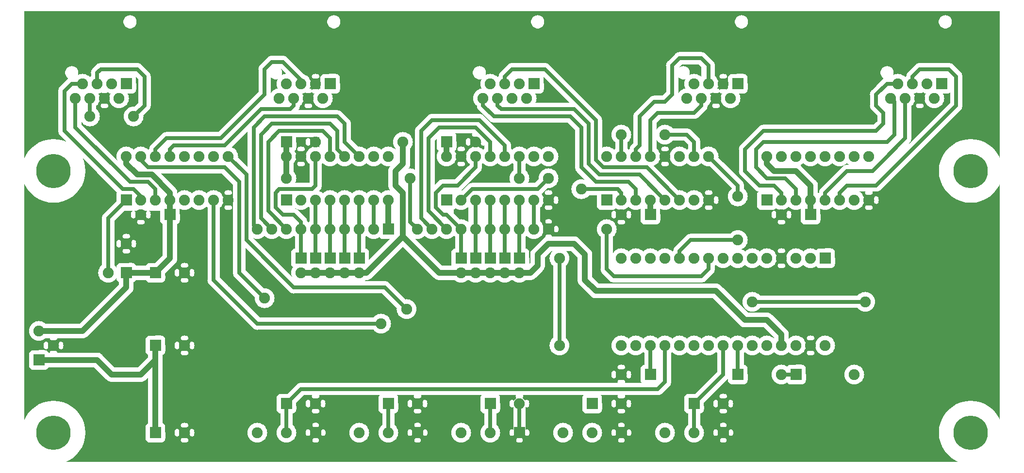
<source format=gbr>
G04 start of page 3 for group 1 idx 2 *
G04 Title: controller, bottomVCC *
G04 Creator: pcb 20140316 *
G04 CreationDate: Wed 27 Jan 2016 09:59:14 PM GMT UTC *
G04 For: veox *
G04 Format: Gerber/RS-274X *
G04 PCB-Dimensions (mil): 6700.00 3100.00 *
G04 PCB-Coordinate-Origin: lower left *
%MOIN*%
%FSLAX25Y25*%
%LNBOTTOM*%
%ADD25C,0.1181*%
%ADD24C,0.0315*%
%ADD23C,0.2362*%
%ADD22C,0.0750*%
%ADD21C,0.0400*%
%ADD20C,0.0001*%
%ADD19C,0.0250*%
G54D19*X465000Y127500D02*X470000Y132500D01*
X500000Y110000D02*X577500D01*
X405000Y127500D02*X465000D01*
X450000Y145000D02*X457500Y152500D01*
X450000Y140000D02*Y145000D01*
X470000Y132500D02*Y140000D01*
X490000Y190000D02*Y182500D01*
X470000Y210000D02*X490000Y190000D01*
X457500Y152500D02*X490000D01*
X422500Y197500D02*X395000D01*
X440000Y180000D02*X422500Y197500D01*
X427500Y202500D02*X397500D01*
X450000Y180000D02*X427500Y202500D01*
X515000Y190000D02*X505000D01*
X495000Y200000D01*
X272500Y167500D02*Y227500D01*
X280000Y235000D02*X272500Y227500D01*
X277500Y222500D02*X285000Y230000D01*
X277500Y172500D02*Y222500D01*
X265000Y165000D02*Y195000D01*
X160000Y95000D02*X245000D01*
X130000Y125000D02*X160000Y95000D01*
X247500Y120000D02*X262500Y105000D01*
X147500Y130000D02*X165000Y112500D01*
X367500Y80000D02*Y140000D01*
X185000Y120000D02*X247500D01*
X160000Y160000D02*X157500Y162500D01*
X147500Y192500D02*Y130000D01*
X130000Y180000D02*Y125000D01*
X152500Y197500D02*Y152500D01*
X172500Y185000D02*X175000Y187500D01*
X172500Y175000D02*Y185000D01*
X170000Y160000D02*X162500Y167500D01*
X180000Y160000D02*X167500Y172500D01*
X177500Y170000D02*X172500Y175000D01*
X152500Y152500D02*X185000Y120000D01*
X190000Y140000D02*Y165000D01*
X200000Y140000D02*Y180000D01*
X210000Y140000D02*Y180000D01*
X220000Y140000D02*Y180000D01*
X240000D02*Y160000D01*
X230000Y140000D02*Y180000D01*
X197500Y187500D02*X175000D01*
X415000Y192500D02*X392500D01*
X420000Y187500D02*X415000Y192500D01*
X420000Y180000D02*Y187500D01*
X270000Y160000D02*X265000Y165000D01*
X270000Y160000D02*X267500Y162500D01*
X280000Y160000D02*X272500Y167500D01*
X290000Y160000D02*X277500Y172500D01*
X460000Y220000D02*Y210000D01*
X502500Y215000D02*X507500Y220000D01*
X495000Y200000D02*Y215000D01*
X507500Y227500D01*
X190000Y50000D02*X180000Y40000D01*
Y20000D01*
X250000Y40000D02*Y20000D01*
X480000Y60000D02*Y80000D01*
X490000Y60000D02*Y80000D01*
X460000Y40000D02*X480000Y60000D01*
X460000Y20000D02*Y40000D01*
X530000Y60000D02*X520000D01*
X435000Y50000D02*X190000D01*
X440000Y55000D02*X435000Y50000D01*
X440000Y80000D02*Y55000D01*
X430000Y60000D02*Y80000D01*
X320000Y20000D02*Y40000D01*
X140000Y210000D02*X152500Y197500D01*
X157500Y162500D02*Y230000D01*
X167500Y172500D02*Y220000D01*
X162500Y167500D02*Y225000D01*
X137500Y202500D02*X147500Y192500D01*
X162500Y242500D02*X137500Y217500D01*
X160000Y247500D02*X135000Y222500D01*
X215000Y237500D02*X220000Y232500D01*
Y220000D02*Y232500D01*
X215000Y227500D02*X210000Y232500D01*
Y222500D02*X205000Y227500D01*
X200000Y190000D02*X197500Y187500D01*
X200000Y210000D02*Y190000D01*
X185000Y170000D02*X177500D01*
X190000Y165000D02*X185000Y170000D01*
X230000Y210000D02*X220000Y220000D01*
X215000Y215000D02*Y227500D01*
X220000Y210000D02*X215000Y215000D01*
X210000Y210000D02*Y222500D01*
X165000Y237500D02*X215000D01*
X170000Y232500D02*X210000D01*
X175000Y227500D02*X205000D01*
X182500Y242500D02*X185000Y245000D01*
X182500Y242500D02*X162500D01*
X157500Y230000D02*X165000Y237500D01*
X167500Y220000D02*X175000Y227500D01*
X162500Y225000D02*X170000Y232500D01*
X185000Y245000D02*Y250000D01*
X160000Y247500D02*X165000Y252500D01*
Y270000D01*
X170000Y275000D01*
X177500D01*
X190000Y262500D01*
Y260000D01*
X410000Y185000D02*Y180000D01*
X407500Y187500D02*X410000Y185000D01*
X402500Y187500D02*X407500D01*
X410000Y180000D02*Y180182D01*
X400000Y132500D02*X405000Y127500D01*
X400000Y160000D02*Y132500D01*
X410000Y210000D02*Y225000D01*
X402682Y187500D02*X382500D01*
X392500Y192500D02*X382500Y202500D01*
X387500Y205000D02*X395000Y197500D01*
X392500Y207500D02*X397500Y202500D01*
X392500Y207500D02*Y235000D01*
X352500Y187500D02*X360000Y195000D01*
X307500Y187500D02*X352500D01*
X300000Y180000D02*X307500Y187500D01*
X340000Y195000D02*Y210000D01*
X330000Y217500D02*X312500Y235000D01*
X320000Y220000D02*X310000Y230000D01*
X330000Y210000D02*Y217500D01*
X320000Y220000D02*Y210000D01*
X310000Y202500D02*Y210000D01*
X350000Y180000D02*Y160000D01*
X312500Y235000D02*X280000D01*
X285000Y230000D02*X310000D01*
X297500Y190000D02*X310000Y202500D01*
X287500Y190000D02*X297500D01*
X282500Y185000D02*X287500Y190000D01*
X282500Y175000D02*Y185000D01*
X287500Y170000D02*X282500Y175000D01*
X290000Y170000D02*X287500D01*
X300000Y160000D02*X290000Y170000D01*
X300000Y140000D02*Y160000D01*
X310000Y140000D02*Y180000D01*
X320000Y140000D02*Y180000D01*
X330000Y140000D02*Y180000D01*
X340000Y140000D02*Y180000D01*
X382500Y230000D02*Y202500D01*
X375000Y237500D02*X382500Y230000D01*
X387500Y232500D02*X377500Y242500D01*
X387500Y232500D02*Y205000D01*
X392500Y235000D02*X357500Y270000D01*
X377500Y242500D02*X327500D01*
X375000Y237500D02*X322500D01*
X327500Y242500D02*X325000Y245000D01*
Y250000D01*
X322500Y237500D02*X315000Y245000D01*
Y250000D01*
X357500Y270000D02*X335000D01*
X330000Y265000D01*
Y260000D01*
X585000Y190000D02*X592500Y197500D01*
X582500Y200000D02*X587500Y205000D01*
X565000Y200000D02*X582500D01*
X565000Y190000D02*X585000D01*
X550000Y185000D02*X565000Y200000D01*
X560000Y185000D02*X565000Y190000D01*
X550000Y180000D02*Y185000D01*
X560000Y180000D02*Y185000D01*
X530000Y187500D02*Y180000D01*
X522500Y195000D02*X530000Y187500D01*
X520000Y185000D02*X515000Y190000D01*
X520000Y180000D02*Y185000D01*
X510000Y195000D02*X522500D01*
X502500Y202500D02*X510000Y195000D01*
X502500Y202500D02*Y215000D01*
X507500Y220000D02*X592500D01*
X507500Y227500D02*X585000D01*
X587500Y205000D02*X605000Y222500D01*
X592500Y197500D02*X640000Y245000D01*
X590000Y232500D02*Y240000D01*
X605000Y222500D02*Y250000D01*
X592500Y220000D02*X597500Y225000D01*
Y247500D01*
X595000Y250000D01*
X585000Y227500D02*X590000Y232500D01*
Y240000D02*X585000Y245000D01*
X450000Y277500D02*X465000D01*
X470000Y272500D01*
Y260000D01*
X450000Y277500D02*X445000Y272500D01*
Y252500D02*Y272500D01*
X430000Y210000D02*Y235000D01*
X420000Y210000D02*Y215000D01*
X422500Y217500D01*
Y237500D01*
X460000Y240000D02*X465000Y245000D01*
Y250000D01*
X430000Y235000D02*X435000Y240000D01*
X460000D01*
X422500Y237500D02*X432500Y247500D01*
X440000D01*
X445000Y252500D01*
X440000Y225000D02*X455000D01*
X460000Y220000D01*
X640000Y245000D02*Y265000D01*
X635000Y270000D01*
X615000D01*
X610000Y265000D01*
Y260000D01*
X585000Y252500D02*X592500Y260000D01*
X600000D01*
X585000Y245000D02*Y252500D01*
X57500Y167500D02*Y130000D01*
X70000Y180000D02*X57500Y167500D01*
X75000Y187500D02*X67500D01*
X80000Y182500D02*X75000Y187500D01*
X80000Y180000D02*Y182500D01*
X85000Y192500D02*X72500D01*
X90000Y187500D02*X85000Y192500D01*
X90000Y180000D02*Y187500D01*
X35000Y230000D02*Y250000D01*
X27500Y227500D02*Y255000D01*
X32500Y260000D01*
X40000D01*
X45000Y250000D02*Y237500D01*
X50000Y260000D02*Y267500D01*
X52500Y270000D01*
X77500D01*
X82500Y265000D01*
Y245000D01*
X75000Y237500D01*
X35000Y230000D02*X72500Y192500D01*
X67500Y187500D02*X27500Y227500D01*
X85000Y202500D02*X137500D01*
X80000Y207500D02*X85000Y202500D01*
X80000Y210000D02*Y207500D01*
X100000Y212500D02*Y210000D01*
X102500Y217500D02*X100000Y215000D01*
Y212500D01*
X90000Y210000D02*Y215000D01*
X97500Y222500D01*
X137500Y217500D02*X102500D01*
X97500Y222500D02*X135000D01*
G54D20*G36*
X415191Y75237D02*X415212Y75212D01*
X416020Y74522D01*
X416926Y73967D01*
X417908Y73561D01*
X418941Y73313D01*
X420000Y73229D01*
X421059Y73313D01*
X422092Y73561D01*
X423074Y73967D01*
X423980Y74522D01*
X424788Y75212D01*
X425000Y75461D01*
X425212Y75212D01*
X425750Y74753D01*
Y66715D01*
X425320Y66612D01*
X424884Y66431D01*
X424481Y66185D01*
X424122Y65878D01*
X423815Y65519D01*
X423569Y65116D01*
X423388Y64680D01*
X423278Y64221D01*
X423250Y63750D01*
X423278Y55779D01*
X423388Y55320D01*
X423569Y54884D01*
X423815Y54481D01*
X424013Y54250D01*
X415191D01*
Y57386D01*
X415281Y57388D01*
X415513Y57430D01*
X415736Y57508D01*
X415944Y57620D01*
X416132Y57763D01*
X416295Y57933D01*
X416430Y58127D01*
X416532Y58340D01*
X416596Y58567D01*
X416721Y59278D01*
X416760Y60000D01*
X416721Y60722D01*
X416606Y61435D01*
X416538Y61662D01*
X416435Y61876D01*
X416299Y62070D01*
X416136Y62242D01*
X415947Y62385D01*
X415738Y62497D01*
X415514Y62575D01*
X415281Y62617D01*
X415191Y62619D01*
Y75237D01*
G37*
G36*
Y112500D02*X472929D01*
X491326Y94103D01*
X491454Y93954D01*
X492052Y93443D01*
X492052Y93442D01*
X492723Y93031D01*
X493450Y92730D01*
X494215Y92546D01*
X495000Y92485D01*
X495196Y92500D01*
X507929D01*
X515000Y85429D01*
Y84539D01*
X514788Y84788D01*
X513980Y85478D01*
X513074Y86033D01*
X512092Y86439D01*
X511059Y86687D01*
X510000Y86771D01*
X508941Y86687D01*
X507908Y86439D01*
X506926Y86033D01*
X506020Y85478D01*
X505212Y84788D01*
X505000Y84539D01*
X504788Y84788D01*
X503980Y85478D01*
X503074Y86033D01*
X502092Y86439D01*
X501059Y86687D01*
X500000Y86771D01*
X498941Y86687D01*
X497908Y86439D01*
X496926Y86033D01*
X496020Y85478D01*
X495212Y84788D01*
X495000Y84539D01*
X494788Y84788D01*
X493980Y85478D01*
X493074Y86033D01*
X492092Y86439D01*
X491059Y86687D01*
X490000Y86771D01*
X488941Y86687D01*
X487908Y86439D01*
X486926Y86033D01*
X486020Y85478D01*
X485212Y84788D01*
X485000Y84539D01*
X484788Y84788D01*
X483980Y85478D01*
X483074Y86033D01*
X482092Y86439D01*
X481059Y86687D01*
X480000Y86771D01*
X478941Y86687D01*
X477908Y86439D01*
X476926Y86033D01*
X476020Y85478D01*
X475212Y84788D01*
X475000Y84539D01*
X474788Y84788D01*
X473980Y85478D01*
X473074Y86033D01*
X472092Y86439D01*
X471059Y86687D01*
X470000Y86771D01*
X468941Y86687D01*
X467908Y86439D01*
X466926Y86033D01*
X466020Y85478D01*
X465212Y84788D01*
X465000Y84539D01*
X464788Y84788D01*
X463980Y85478D01*
X463074Y86033D01*
X462092Y86439D01*
X461059Y86687D01*
X460000Y86771D01*
X458941Y86687D01*
X457908Y86439D01*
X456926Y86033D01*
X456020Y85478D01*
X455212Y84788D01*
X455000Y84539D01*
X454788Y84788D01*
X453980Y85478D01*
X453074Y86033D01*
X452092Y86439D01*
X451059Y86687D01*
X450000Y86771D01*
X448941Y86687D01*
X447908Y86439D01*
X446926Y86033D01*
X446020Y85478D01*
X445212Y84788D01*
X445000Y84539D01*
X444788Y84788D01*
X443980Y85478D01*
X443074Y86033D01*
X442092Y86439D01*
X441059Y86687D01*
X440000Y86771D01*
X438941Y86687D01*
X437908Y86439D01*
X436926Y86033D01*
X436020Y85478D01*
X435212Y84788D01*
X435000Y84539D01*
X434788Y84788D01*
X433980Y85478D01*
X433074Y86033D01*
X432092Y86439D01*
X431059Y86687D01*
X430000Y86771D01*
X428941Y86687D01*
X427908Y86439D01*
X426926Y86033D01*
X426020Y85478D01*
X425212Y84788D01*
X425000Y84539D01*
X424788Y84788D01*
X423980Y85478D01*
X423074Y86033D01*
X422092Y86439D01*
X421059Y86687D01*
X420000Y86771D01*
X418941Y86687D01*
X417908Y86439D01*
X416926Y86033D01*
X416020Y85478D01*
X415212Y84788D01*
X415191Y84763D01*
Y112500D01*
G37*
G36*
X409997Y73229D02*X410000Y73229D01*
X411059Y73313D01*
X412092Y73561D01*
X413074Y73967D01*
X413980Y74522D01*
X414788Y75212D01*
X415000Y75461D01*
X415191Y75237D01*
Y62619D01*
X415044Y62622D01*
X414810Y62590D01*
X414583Y62522D01*
X414369Y62419D01*
X414175Y62284D01*
X414004Y62120D01*
X413860Y61931D01*
X413748Y61723D01*
X413670Y61499D01*
X413628Y61266D01*
X413623Y61029D01*
X413659Y60795D01*
X413729Y60400D01*
X413750Y60000D01*
X413729Y59600D01*
X413664Y59204D01*
X413628Y58971D01*
X413633Y58735D01*
X413675Y58502D01*
X413753Y58279D01*
X413865Y58071D01*
X414008Y57884D01*
X414178Y57720D01*
X414372Y57586D01*
X414585Y57483D01*
X414811Y57415D01*
X415045Y57383D01*
X415191Y57386D01*
Y54250D01*
X412491D01*
X412497Y54262D01*
X412575Y54486D01*
X412617Y54719D01*
X412622Y54956D01*
X412590Y55190D01*
X412522Y55417D01*
X412419Y55631D01*
X412284Y55825D01*
X412120Y55996D01*
X411931Y56140D01*
X411723Y56252D01*
X411499Y56330D01*
X411266Y56372D01*
X411029Y56377D01*
X410795Y56341D01*
X410400Y56271D01*
X410000Y56250D01*
X409997Y56250D01*
Y63750D01*
X410000Y63750D01*
X410400Y63729D01*
X410796Y63664D01*
X411029Y63628D01*
X411265Y63633D01*
X411498Y63675D01*
X411721Y63753D01*
X411929Y63865D01*
X412116Y64008D01*
X412280Y64178D01*
X412414Y64372D01*
X412517Y64585D01*
X412585Y64811D01*
X412617Y65045D01*
X412612Y65281D01*
X412570Y65513D01*
X412492Y65736D01*
X412380Y65944D01*
X412237Y66132D01*
X412067Y66295D01*
X411873Y66430D01*
X411660Y66532D01*
X411433Y66596D01*
X410722Y66721D01*
X410000Y66760D01*
X409997Y66760D01*
Y73229D01*
G37*
G36*
Y112500D02*X415191D01*
Y84763D01*
X415000Y84539D01*
X414788Y84788D01*
X413980Y85478D01*
X413074Y86033D01*
X412092Y86439D01*
X411059Y86687D01*
X410000Y86771D01*
X409997Y86771D01*
Y112500D01*
G37*
G36*
X404809Y75685D02*X405212Y75212D01*
X406020Y74522D01*
X406926Y73967D01*
X407908Y73561D01*
X408941Y73313D01*
X409997Y73229D01*
Y66760D01*
X409278Y66721D01*
X408565Y66606D01*
X408338Y66538D01*
X408124Y66435D01*
X407930Y66299D01*
X407758Y66136D01*
X407615Y65947D01*
X407503Y65738D01*
X407425Y65514D01*
X407383Y65281D01*
X407378Y65044D01*
X407410Y64810D01*
X407478Y64583D01*
X407581Y64369D01*
X407716Y64175D01*
X407880Y64004D01*
X408069Y63860D01*
X408277Y63748D01*
X408501Y63670D01*
X408734Y63628D01*
X408971Y63623D01*
X409205Y63659D01*
X409600Y63729D01*
X409997Y63750D01*
Y56250D01*
X409600Y56271D01*
X409204Y56336D01*
X408971Y56372D01*
X408735Y56367D01*
X408502Y56325D01*
X408279Y56247D01*
X408071Y56135D01*
X407884Y55992D01*
X407720Y55822D01*
X407586Y55628D01*
X407483Y55415D01*
X407415Y55189D01*
X407383Y54955D01*
X407388Y54719D01*
X407430Y54487D01*
X407508Y54264D01*
X407515Y54250D01*
X404809D01*
Y57381D01*
X404956Y57378D01*
X405190Y57410D01*
X405417Y57478D01*
X405631Y57581D01*
X405825Y57716D01*
X405996Y57880D01*
X406140Y58069D01*
X406252Y58277D01*
X406330Y58501D01*
X406372Y58734D01*
X406377Y58971D01*
X406341Y59205D01*
X406271Y59600D01*
X406250Y60000D01*
X406271Y60400D01*
X406336Y60796D01*
X406372Y61029D01*
X406367Y61265D01*
X406325Y61498D01*
X406247Y61721D01*
X406135Y61929D01*
X405992Y62116D01*
X405822Y62280D01*
X405628Y62414D01*
X405415Y62517D01*
X405189Y62585D01*
X404955Y62617D01*
X404809Y62614D01*
Y75685D01*
G37*
G36*
Y112500D02*X409997D01*
Y86771D01*
X408941Y86687D01*
X407908Y86439D01*
X406926Y86033D01*
X406020Y85478D01*
X405212Y84788D01*
X404809Y84315D01*
Y112500D01*
G37*
G36*
X402331D02*X404809D01*
Y84315D01*
X404522Y83980D01*
X403967Y83074D01*
X403561Y82092D01*
X403313Y81059D01*
X403229Y80000D01*
X403313Y78941D01*
X403561Y77908D01*
X403967Y76926D01*
X404522Y76020D01*
X404809Y75685D01*
Y62614D01*
X404719Y62612D01*
X404487Y62570D01*
X404264Y62492D01*
X404056Y62380D01*
X403868Y62237D01*
X403705Y62067D01*
X403570Y61873D01*
X403468Y61660D01*
X403404Y61433D01*
X403279Y60722D01*
X403240Y60000D01*
X403279Y59278D01*
X403394Y58565D01*
X403462Y58338D01*
X403565Y58124D01*
X403701Y57930D01*
X403864Y57758D01*
X404053Y57615D01*
X404262Y57503D01*
X404486Y57425D01*
X404719Y57383D01*
X404809Y57381D01*
Y54250D01*
X402331D01*
Y112500D01*
G37*
G36*
X585191Y238798D02*X585750Y238240D01*
Y234260D01*
X585191Y233702D01*
Y238798D01*
G37*
G36*
X632493Y6914D02*X634530Y4530D01*
X637140Y2300D01*
X640067Y506D01*
X641290Y0D01*
X632493D01*
Y6914D01*
G37*
G36*
Y186914D02*X634530Y184530D01*
X637140Y182300D01*
X640067Y180506D01*
X643239Y179193D01*
X646577Y178391D01*
X650000Y178122D01*
X653423Y178391D01*
X656761Y179193D01*
X659933Y180506D01*
X662860Y182300D01*
X665470Y184530D01*
X667700Y187140D01*
X669494Y190067D01*
X670000Y191290D01*
Y28710D01*
X669494Y29933D01*
X667700Y32860D01*
X665470Y35470D01*
X662860Y37700D01*
X659933Y39494D01*
X656761Y40807D01*
X653423Y41609D01*
X650000Y41878D01*
X646577Y41609D01*
X643239Y40807D01*
X640067Y39494D01*
X637140Y37700D01*
X634530Y35470D01*
X632493Y33086D01*
Y186914D01*
G37*
G36*
Y310000D02*X670000D01*
Y208710D01*
X669494Y209933D01*
X667700Y212860D01*
X665470Y215470D01*
X662860Y217700D01*
X659933Y219494D01*
X656761Y220807D01*
X653423Y221609D01*
X650000Y221878D01*
X646577Y221609D01*
X643239Y220807D01*
X640067Y219494D01*
X637140Y217700D01*
X634530Y215470D01*
X632493Y213086D01*
Y231483D01*
X642887Y241877D01*
X643014Y241986D01*
X643449Y242494D01*
X643449Y242494D01*
X643798Y243065D01*
X644054Y243683D01*
X644211Y244333D01*
X644263Y245000D01*
X644250Y245167D01*
Y264833D01*
X644263Y265000D01*
X644211Y265667D01*
X644211Y265667D01*
X644054Y266317D01*
X643798Y266935D01*
X643449Y267506D01*
X643014Y268014D01*
X642887Y268123D01*
X638123Y272887D01*
X638014Y273014D01*
X637506Y273449D01*
X636935Y273798D01*
X636317Y274054D01*
X635667Y274211D01*
X635667Y274211D01*
X635000Y274263D01*
X634834Y274250D01*
X632493D01*
Y297912D01*
X632500Y297911D01*
X633218Y297968D01*
X633918Y298136D01*
X634583Y298411D01*
X635197Y298787D01*
X635745Y299255D01*
X636213Y299803D01*
X636589Y300417D01*
X636864Y301082D01*
X637032Y301782D01*
X637075Y302500D01*
X637032Y303218D01*
X636864Y303918D01*
X636589Y304583D01*
X636213Y305197D01*
X635745Y305745D01*
X635197Y306213D01*
X634583Y306589D01*
X633918Y306864D01*
X633218Y307032D01*
X632500Y307089D01*
X632493Y307088D01*
Y310000D01*
G37*
G36*
Y213086D02*X632300Y212860D01*
X630506Y209933D01*
X629193Y206761D01*
X628391Y203423D01*
X628122Y200000D01*
X628391Y196577D01*
X629193Y193239D01*
X630506Y190067D01*
X632300Y187140D01*
X632493Y186914D01*
Y33086D01*
X632300Y32860D01*
X630506Y29933D01*
X629193Y26761D01*
X628391Y23423D01*
X628122Y20000D01*
X628391Y16577D01*
X629193Y13239D01*
X630506Y10067D01*
X632300Y7140D01*
X632493Y6914D01*
Y0D01*
X585191D01*
Y177386D01*
X585281Y177388D01*
X585513Y177430D01*
X585736Y177508D01*
X585944Y177620D01*
X586132Y177763D01*
X586295Y177933D01*
X586430Y178127D01*
X586532Y178340D01*
X586596Y178567D01*
X586721Y179278D01*
X586760Y180000D01*
X586721Y180722D01*
X586606Y181435D01*
X586538Y181662D01*
X586435Y181876D01*
X586299Y182070D01*
X586136Y182242D01*
X585947Y182385D01*
X585738Y182497D01*
X585514Y182575D01*
X585281Y182617D01*
X585191Y182619D01*
Y185752D01*
X585666Y185789D01*
X585667Y185789D01*
X586317Y185946D01*
X586935Y186202D01*
X587506Y186551D01*
X588014Y186986D01*
X588123Y187113D01*
X632493Y231483D01*
Y213086D01*
G37*
G36*
X585191Y310000D02*X632493D01*
Y307088D01*
X631782Y307032D01*
X631082Y306864D01*
X630417Y306589D01*
X629803Y306213D01*
X629255Y305745D01*
X628787Y305197D01*
X628411Y304583D01*
X628136Y303918D01*
X627968Y303218D01*
X627911Y302500D01*
X627968Y301782D01*
X628136Y301082D01*
X628411Y300417D01*
X628787Y299803D01*
X629255Y299255D01*
X629803Y298787D01*
X630417Y298411D01*
X631082Y298136D01*
X631782Y297968D01*
X632493Y297912D01*
Y274250D01*
X615167D01*
X615000Y274263D01*
X614333Y274211D01*
X613683Y274054D01*
X613065Y273798D01*
X612494Y273449D01*
X612494Y273449D01*
X611986Y273014D01*
X611877Y272887D01*
X607113Y268123D01*
X606986Y268014D01*
X606551Y267506D01*
X606202Y266935D01*
X605946Y266317D01*
X605789Y265667D01*
X605789Y265666D01*
X605757Y265253D01*
X605212Y264788D01*
X605000Y264539D01*
X604788Y264788D01*
X603980Y265478D01*
X603074Y266033D01*
X602092Y266439D01*
X601059Y266687D01*
X600000Y266771D01*
X598941Y266687D01*
X597908Y266439D01*
X596926Y266033D01*
X596816Y265965D01*
X596864Y266082D01*
X597032Y266782D01*
X597075Y267500D01*
X597032Y268218D01*
X596864Y268918D01*
X596589Y269583D01*
X596213Y270197D01*
X595745Y270745D01*
X595197Y271213D01*
X594583Y271589D01*
X593918Y271864D01*
X593218Y272032D01*
X592500Y272089D01*
X591782Y272032D01*
X591082Y271864D01*
X590417Y271589D01*
X589803Y271213D01*
X589255Y270745D01*
X588787Y270197D01*
X588411Y269583D01*
X588136Y268918D01*
X587968Y268218D01*
X587911Y267500D01*
X587968Y266782D01*
X588136Y266082D01*
X588411Y265417D01*
X588787Y264803D01*
X589255Y264255D01*
X589803Y263787D01*
X590175Y263560D01*
X589994Y263449D01*
X589994Y263449D01*
X589486Y263014D01*
X589377Y262887D01*
X585191Y258702D01*
Y310000D01*
G37*
G36*
Y0D02*X580003D01*
Y103731D01*
X580574Y103967D01*
X581480Y104522D01*
X582288Y105212D01*
X582978Y106020D01*
X583533Y106926D01*
X583939Y107908D01*
X584187Y108941D01*
X584250Y110000D01*
X584187Y111059D01*
X583939Y112092D01*
X583533Y113074D01*
X582978Y113980D01*
X582288Y114788D01*
X581480Y115478D01*
X580574Y116033D01*
X580003Y116269D01*
Y173240D01*
X580722Y173279D01*
X581435Y173394D01*
X581662Y173462D01*
X581876Y173565D01*
X582070Y173701D01*
X582242Y173864D01*
X582385Y174053D01*
X582497Y174262D01*
X582575Y174486D01*
X582617Y174719D01*
X582622Y174956D01*
X582590Y175190D01*
X582522Y175417D01*
X582419Y175631D01*
X582284Y175825D01*
X582120Y175996D01*
X581931Y176140D01*
X581723Y176252D01*
X581499Y176330D01*
X581266Y176372D01*
X581029Y176377D01*
X580795Y176341D01*
X580400Y176271D01*
X580003Y176250D01*
Y183750D01*
X580400Y183729D01*
X580796Y183664D01*
X581029Y183628D01*
X581265Y183633D01*
X581498Y183675D01*
X581721Y183753D01*
X581929Y183865D01*
X582116Y184008D01*
X582280Y184178D01*
X582414Y184372D01*
X582517Y184585D01*
X582585Y184811D01*
X582617Y185045D01*
X582612Y185281D01*
X582570Y185513D01*
X582492Y185736D01*
X582485Y185750D01*
X584834D01*
X585000Y185737D01*
X585191Y185752D01*
Y182619D01*
X585044Y182622D01*
X584810Y182590D01*
X584583Y182522D01*
X584369Y182419D01*
X584175Y182284D01*
X584004Y182120D01*
X583860Y181931D01*
X583748Y181723D01*
X583670Y181499D01*
X583628Y181266D01*
X583623Y181029D01*
X583659Y180795D01*
X583729Y180400D01*
X583750Y180000D01*
X583729Y179600D01*
X583664Y179204D01*
X583628Y178971D01*
X583633Y178735D01*
X583675Y178502D01*
X583753Y178279D01*
X583865Y178071D01*
X584008Y177884D01*
X584178Y177720D01*
X584372Y177586D01*
X584585Y177483D01*
X584811Y177415D01*
X585045Y177383D01*
X585191Y177386D01*
Y0D01*
G37*
G36*
X580003Y310000D02*X585191D01*
Y258702D01*
X582113Y255623D01*
X581986Y255514D01*
X581551Y255006D01*
X581202Y254435D01*
X580946Y253817D01*
X580789Y253167D01*
X580789Y253167D01*
X580737Y252500D01*
X580750Y252334D01*
Y245167D01*
X580737Y245000D01*
X580789Y244333D01*
X580946Y243683D01*
X581202Y243065D01*
X581551Y242494D01*
X581551Y242494D01*
X581986Y241986D01*
X582113Y241877D01*
X585191Y238798D01*
Y233702D01*
X583240Y231750D01*
X580003D01*
Y310000D01*
G37*
G36*
Y116269D02*X579592Y116439D01*
X578559Y116687D01*
X577500Y116771D01*
X576441Y116687D01*
X575408Y116439D01*
X574426Y116033D01*
X573520Y115478D01*
X572712Y114788D01*
X572253Y114250D01*
X569990D01*
Y173230D01*
X570000Y173229D01*
X571059Y173313D01*
X572092Y173561D01*
X573074Y173967D01*
X573980Y174522D01*
X574788Y175212D01*
X575478Y176020D01*
X576033Y176926D01*
X576439Y177908D01*
X576687Y178941D01*
X576750Y180000D01*
X576687Y181059D01*
X576439Y182092D01*
X576033Y183074D01*
X575478Y183980D01*
X574788Y184788D01*
X573980Y185478D01*
X573535Y185750D01*
X577509D01*
X577503Y185738D01*
X577425Y185514D01*
X577383Y185281D01*
X577378Y185044D01*
X577410Y184810D01*
X577478Y184583D01*
X577581Y184369D01*
X577716Y184175D01*
X577880Y184004D01*
X578069Y183860D01*
X578277Y183748D01*
X578501Y183670D01*
X578734Y183628D01*
X578971Y183623D01*
X579205Y183659D01*
X579600Y183729D01*
X580000Y183750D01*
X580003Y183750D01*
Y176250D01*
X580000Y176250D01*
X579600Y176271D01*
X579204Y176336D01*
X578971Y176372D01*
X578735Y176367D01*
X578502Y176325D01*
X578279Y176247D01*
X578071Y176135D01*
X577884Y175992D01*
X577720Y175822D01*
X577586Y175628D01*
X577483Y175415D01*
X577415Y175189D01*
X577383Y174955D01*
X577388Y174719D01*
X577430Y174487D01*
X577508Y174264D01*
X577620Y174056D01*
X577763Y173868D01*
X577933Y173705D01*
X578127Y173570D01*
X578340Y173468D01*
X578567Y173404D01*
X579278Y173279D01*
X580000Y173240D01*
X580003Y173240D01*
Y116269D01*
G37*
G36*
Y0D02*X569990D01*
Y53230D01*
X570000Y53229D01*
X571059Y53313D01*
X572092Y53561D01*
X573074Y53967D01*
X573980Y54522D01*
X574788Y55212D01*
X575478Y56020D01*
X576033Y56926D01*
X576439Y57908D01*
X576687Y58941D01*
X576750Y60000D01*
X576687Y61059D01*
X576439Y62092D01*
X576033Y63074D01*
X575478Y63980D01*
X574788Y64788D01*
X573980Y65478D01*
X573074Y66033D01*
X572092Y66439D01*
X571059Y66687D01*
X570000Y66771D01*
X569990Y66770D01*
Y105750D01*
X572253D01*
X572712Y105212D01*
X573520Y104522D01*
X574426Y103967D01*
X575408Y103561D01*
X576441Y103313D01*
X577500Y103229D01*
X578559Y103313D01*
X579592Y103561D01*
X580003Y103731D01*
Y0D01*
G37*
G36*
X569990Y310000D02*X580003D01*
Y231750D01*
X569990D01*
Y310000D01*
G37*
G36*
Y114250D02*X538740D01*
Y133361D01*
X538941Y133313D01*
X540000Y133229D01*
X541059Y133313D01*
X542092Y133561D01*
X543074Y133967D01*
X543849Y134442D01*
X544122Y134122D01*
X544481Y133815D01*
X544884Y133569D01*
X545320Y133388D01*
X545779Y133278D01*
X546250Y133250D01*
X554221Y133278D01*
X554680Y133388D01*
X555116Y133569D01*
X555519Y133815D01*
X555878Y134122D01*
X556185Y134481D01*
X556431Y134884D01*
X556612Y135320D01*
X556722Y135779D01*
X556750Y136250D01*
X556722Y144221D01*
X556612Y144680D01*
X556431Y145116D01*
X556185Y145519D01*
X555878Y145878D01*
X555519Y146185D01*
X555116Y146431D01*
X554680Y146612D01*
X554221Y146722D01*
X553750Y146750D01*
X545779Y146722D01*
X545320Y146612D01*
X544884Y146431D01*
X544481Y146185D01*
X544122Y145878D01*
X543849Y145558D01*
X543074Y146033D01*
X542092Y146439D01*
X541059Y146687D01*
X540000Y146771D01*
X538941Y146687D01*
X538740Y146639D01*
Y163259D01*
X544221Y163278D01*
X544680Y163388D01*
X545116Y163569D01*
X545519Y163815D01*
X545878Y164122D01*
X546185Y164481D01*
X546431Y164884D01*
X546612Y165320D01*
X546722Y165779D01*
X546750Y166250D01*
X546723Y174092D01*
X546926Y173967D01*
X547908Y173561D01*
X548941Y173313D01*
X550000Y173229D01*
X551059Y173313D01*
X552092Y173561D01*
X553074Y173967D01*
X553980Y174522D01*
X554788Y175212D01*
X555000Y175461D01*
X555212Y175212D01*
X556020Y174522D01*
X556926Y173967D01*
X557908Y173561D01*
X558941Y173313D01*
X560000Y173229D01*
X561059Y173313D01*
X562092Y173561D01*
X563074Y173967D01*
X563980Y174522D01*
X564788Y175212D01*
X565000Y175461D01*
X565212Y175212D01*
X566020Y174522D01*
X566926Y173967D01*
X567908Y173561D01*
X568941Y173313D01*
X569990Y173230D01*
Y114250D01*
G37*
G36*
Y0D02*X549990D01*
Y73230D01*
X550000Y73229D01*
X551059Y73313D01*
X552092Y73561D01*
X553074Y73967D01*
X553980Y74522D01*
X554788Y75212D01*
X555478Y76020D01*
X556033Y76926D01*
X556439Y77908D01*
X556687Y78941D01*
X556750Y80000D01*
X556687Y81059D01*
X556439Y82092D01*
X556033Y83074D01*
X555478Y83980D01*
X554788Y84788D01*
X553980Y85478D01*
X553074Y86033D01*
X552092Y86439D01*
X551059Y86687D01*
X550000Y86771D01*
X549990Y86770D01*
Y105750D01*
X569990D01*
Y66770D01*
X568941Y66687D01*
X567908Y66439D01*
X566926Y66033D01*
X566020Y65478D01*
X565212Y64788D01*
X564522Y63980D01*
X563967Y63074D01*
X563561Y62092D01*
X563313Y61059D01*
X563229Y60000D01*
X563313Y58941D01*
X563561Y57908D01*
X563967Y56926D01*
X564522Y56020D01*
X565212Y55212D01*
X566020Y54522D01*
X566926Y53967D01*
X567908Y53561D01*
X568941Y53313D01*
X569990Y53230D01*
Y0D01*
G37*
G36*
X549990D02*X538740D01*
Y73374D01*
X539278Y73279D01*
X540000Y73240D01*
X540722Y73279D01*
X541435Y73394D01*
X541662Y73462D01*
X541876Y73565D01*
X542070Y73701D01*
X542242Y73864D01*
X542385Y74053D01*
X542497Y74262D01*
X542575Y74486D01*
X542617Y74719D01*
X542622Y74956D01*
X542590Y75190D01*
X542522Y75417D01*
X542419Y75631D01*
X542284Y75825D01*
X542120Y75996D01*
X541931Y76140D01*
X541723Y76252D01*
X541499Y76330D01*
X541266Y76372D01*
X541029Y76377D01*
X540795Y76341D01*
X540400Y76271D01*
X540000Y76250D01*
X539600Y76271D01*
X539204Y76336D01*
X538971Y76372D01*
X538740Y76367D01*
Y83628D01*
X538971Y83623D01*
X539205Y83659D01*
X539600Y83729D01*
X540000Y83750D01*
X540400Y83729D01*
X540796Y83664D01*
X541029Y83628D01*
X541265Y83633D01*
X541498Y83675D01*
X541721Y83753D01*
X541929Y83865D01*
X542116Y84008D01*
X542280Y84178D01*
X542414Y84372D01*
X542517Y84585D01*
X542585Y84811D01*
X542617Y85045D01*
X542612Y85281D01*
X542570Y85513D01*
X542492Y85736D01*
X542380Y85944D01*
X542237Y86132D01*
X542067Y86295D01*
X541873Y86430D01*
X541660Y86532D01*
X541433Y86596D01*
X540722Y86721D01*
X540000Y86760D01*
X539278Y86721D01*
X538740Y86634D01*
Y105750D01*
X549990D01*
Y86770D01*
X548941Y86687D01*
X547908Y86439D01*
X546926Y86033D01*
X546020Y85478D01*
X545212Y84788D01*
X544522Y83980D01*
X543967Y83074D01*
X543561Y82092D01*
X543313Y81059D01*
X543229Y80000D01*
X543313Y78941D01*
X543561Y77908D01*
X543967Y76926D01*
X544522Y76020D01*
X545212Y75212D01*
X546020Y74522D01*
X546926Y73967D01*
X547908Y73561D01*
X548941Y73313D01*
X549990Y73230D01*
Y0D01*
G37*
G36*
X538740Y310000D02*X569990D01*
Y231750D01*
X538740D01*
Y310000D01*
G37*
G36*
X470003Y73229D02*X471059Y73313D01*
X472092Y73561D01*
X473074Y73967D01*
X473980Y74522D01*
X474788Y75212D01*
X475000Y75461D01*
X475212Y75212D01*
X475750Y74753D01*
Y61760D01*
X470003Y56013D01*
Y73229D01*
G37*
G36*
X492493Y253272D02*X494221Y253278D01*
X494680Y253388D01*
X495116Y253569D01*
X495519Y253815D01*
X495878Y254122D01*
X496185Y254481D01*
X496431Y254884D01*
X496612Y255320D01*
X496722Y255779D01*
X496750Y256250D01*
X496722Y264221D01*
X496612Y264680D01*
X496431Y265116D01*
X496185Y265519D01*
X495878Y265878D01*
X495519Y266185D01*
X495116Y266431D01*
X494680Y266612D01*
X494221Y266722D01*
X493750Y266750D01*
X492493Y266746D01*
Y297912D01*
X492500Y297911D01*
X493218Y297968D01*
X493918Y298136D01*
X494583Y298411D01*
X495197Y298787D01*
X495745Y299255D01*
X496213Y299803D01*
X496589Y300417D01*
X496864Y301082D01*
X497032Y301782D01*
X497075Y302500D01*
X497032Y303218D01*
X496864Y303918D01*
X496589Y304583D01*
X496213Y305197D01*
X495745Y305745D01*
X495197Y306213D01*
X494583Y306589D01*
X493918Y306864D01*
X493218Y307032D01*
X492500Y307089D01*
X492493Y307088D01*
Y310000D01*
X538740D01*
Y231750D01*
X507667D01*
X507500Y231763D01*
X506833Y231711D01*
X506183Y231554D01*
X505565Y231298D01*
X504994Y230949D01*
X504994Y230949D01*
X504486Y230514D01*
X504377Y230387D01*
X492493Y218503D01*
Y253272D01*
G37*
G36*
X524990Y135473D02*X525212Y135212D01*
X526020Y134522D01*
X526926Y133967D01*
X527908Y133561D01*
X528941Y133313D01*
X530000Y133229D01*
X531059Y133313D01*
X532092Y133561D01*
X533074Y133967D01*
X533980Y134522D01*
X534788Y135212D01*
X535000Y135461D01*
X535212Y135212D01*
X536020Y134522D01*
X536926Y133967D01*
X537908Y133561D01*
X538740Y133361D01*
Y114250D01*
X524990D01*
Y135473D01*
G37*
G36*
Y175449D02*X525000Y175461D01*
X525212Y175212D01*
X526020Y174522D01*
X526926Y173967D01*
X527908Y173561D01*
X528941Y173313D01*
X530000Y173229D01*
X531059Y173313D01*
X532092Y173561D01*
X533074Y173967D01*
X533270Y174087D01*
X533250Y173750D01*
X533278Y165779D01*
X533388Y165320D01*
X533569Y164884D01*
X533815Y164481D01*
X534122Y164122D01*
X534481Y163815D01*
X534884Y163569D01*
X535320Y163388D01*
X535779Y163278D01*
X536250Y163250D01*
X538740Y163259D01*
Y146639D01*
X537908Y146439D01*
X536926Y146033D01*
X536020Y145478D01*
X535212Y144788D01*
X535000Y144539D01*
X534788Y144788D01*
X533980Y145478D01*
X533074Y146033D01*
X532092Y146439D01*
X531059Y146687D01*
X530000Y146771D01*
X528941Y146687D01*
X527908Y146439D01*
X526926Y146033D01*
X526020Y145478D01*
X525212Y144788D01*
X524990Y144527D01*
Y167391D01*
X525045Y167383D01*
X525281Y167388D01*
X525513Y167430D01*
X525736Y167508D01*
X525944Y167620D01*
X526132Y167763D01*
X526295Y167933D01*
X526430Y168127D01*
X526532Y168340D01*
X526596Y168567D01*
X526721Y169278D01*
X526760Y170000D01*
X526721Y170722D01*
X526606Y171435D01*
X526538Y171662D01*
X526435Y171876D01*
X526299Y172070D01*
X526136Y172242D01*
X525947Y172385D01*
X525738Y172497D01*
X525514Y172575D01*
X525281Y172617D01*
X525044Y172622D01*
X524990Y172615D01*
Y175449D01*
G37*
G36*
Y75449D02*X525000Y75461D01*
X525212Y75212D01*
X526020Y74522D01*
X526926Y73967D01*
X527908Y73561D01*
X528941Y73313D01*
X530000Y73229D01*
X531059Y73313D01*
X532092Y73561D01*
X533074Y73967D01*
X533980Y74522D01*
X534788Y75212D01*
X535478Y76020D01*
X536033Y76926D01*
X536439Y77908D01*
X536687Y78941D01*
X536750Y80000D01*
X536687Y81059D01*
X536439Y82092D01*
X536033Y83074D01*
X535478Y83980D01*
X534788Y84788D01*
X533980Y85478D01*
X533074Y86033D01*
X532092Y86439D01*
X531059Y86687D01*
X530000Y86771D01*
X528941Y86687D01*
X527908Y86439D01*
X526926Y86033D01*
X526020Y85478D01*
X525212Y84788D01*
X525000Y84539D01*
X525000Y84539D01*
Y87304D01*
X525015Y87500D01*
X524990Y87828D01*
Y105750D01*
X538740D01*
Y86634D01*
X538565Y86606D01*
X538338Y86538D01*
X538124Y86435D01*
X537930Y86299D01*
X537758Y86136D01*
X537615Y85947D01*
X537503Y85738D01*
X537425Y85514D01*
X537383Y85281D01*
X537378Y85044D01*
X537410Y84810D01*
X537478Y84583D01*
X537581Y84369D01*
X537716Y84175D01*
X537880Y84004D01*
X538069Y83860D01*
X538277Y83748D01*
X538501Y83670D01*
X538734Y83628D01*
X538740Y83628D01*
Y76367D01*
X538735Y76367D01*
X538502Y76325D01*
X538279Y76247D01*
X538071Y76135D01*
X537884Y75992D01*
X537720Y75822D01*
X537586Y75628D01*
X537483Y75415D01*
X537415Y75189D01*
X537383Y74955D01*
X537388Y74719D01*
X537430Y74487D01*
X537508Y74264D01*
X537620Y74056D01*
X537763Y73868D01*
X537933Y73705D01*
X538127Y73570D01*
X538340Y73468D01*
X538567Y73404D01*
X538740Y73374D01*
Y0D01*
X524990D01*
Y53525D01*
X525320Y53388D01*
X525779Y53278D01*
X526250Y53250D01*
X534221Y53278D01*
X534680Y53388D01*
X535116Y53569D01*
X535519Y53815D01*
X535878Y54122D01*
X536185Y54481D01*
X536431Y54884D01*
X536612Y55320D01*
X536722Y55779D01*
X536750Y56250D01*
X536722Y64221D01*
X536612Y64680D01*
X536431Y65116D01*
X536185Y65519D01*
X535878Y65878D01*
X535519Y66185D01*
X535116Y66431D01*
X534680Y66612D01*
X534221Y66722D01*
X533750Y66750D01*
X525779Y66722D01*
X525320Y66612D01*
X524990Y66475D01*
Y75449D01*
G37*
G36*
X520003Y173229D02*X521059Y173313D01*
X522092Y173561D01*
X523074Y173967D01*
X523980Y174522D01*
X524788Y175212D01*
X524990Y175449D01*
Y172615D01*
X524810Y172590D01*
X524583Y172522D01*
X524369Y172419D01*
X524175Y172284D01*
X524004Y172120D01*
X523860Y171931D01*
X523748Y171723D01*
X523670Y171499D01*
X523628Y171266D01*
X523623Y171029D01*
X523659Y170795D01*
X523729Y170400D01*
X523750Y170000D01*
X523729Y169600D01*
X523664Y169204D01*
X523628Y168971D01*
X523633Y168735D01*
X523675Y168502D01*
X523753Y168279D01*
X523865Y168071D01*
X524008Y167884D01*
X524178Y167720D01*
X524372Y167586D01*
X524585Y167483D01*
X524811Y167415D01*
X524990Y167391D01*
Y144527D01*
X524522Y143980D01*
X523967Y143074D01*
X523561Y142092D01*
X523313Y141059D01*
X523229Y140000D01*
X523313Y138941D01*
X523561Y137908D01*
X523967Y136926D01*
X524522Y136020D01*
X524990Y135473D01*
Y114250D01*
X520003D01*
Y133240D01*
X520722Y133279D01*
X521435Y133394D01*
X521662Y133462D01*
X521876Y133565D01*
X522070Y133701D01*
X522242Y133864D01*
X522385Y134053D01*
X522497Y134262D01*
X522575Y134486D01*
X522617Y134719D01*
X522622Y134956D01*
X522590Y135190D01*
X522522Y135417D01*
X522419Y135631D01*
X522284Y135825D01*
X522120Y135996D01*
X521931Y136140D01*
X521723Y136252D01*
X521499Y136330D01*
X521266Y136372D01*
X521029Y136377D01*
X520795Y136341D01*
X520400Y136271D01*
X520003Y136250D01*
Y143750D01*
X520400Y143729D01*
X520796Y143664D01*
X521029Y143628D01*
X521265Y143633D01*
X521498Y143675D01*
X521721Y143753D01*
X521929Y143865D01*
X522116Y144008D01*
X522280Y144178D01*
X522414Y144372D01*
X522517Y144585D01*
X522585Y144811D01*
X522617Y145045D01*
X522612Y145281D01*
X522570Y145513D01*
X522492Y145736D01*
X522380Y145944D01*
X522237Y146132D01*
X522067Y146295D01*
X521873Y146430D01*
X521660Y146532D01*
X521433Y146596D01*
X520722Y146721D01*
X520003Y146760D01*
Y163240D01*
X520722Y163279D01*
X521435Y163394D01*
X521662Y163462D01*
X521876Y163565D01*
X522070Y163701D01*
X522242Y163864D01*
X522385Y164053D01*
X522497Y164262D01*
X522575Y164486D01*
X522617Y164719D01*
X522622Y164956D01*
X522590Y165190D01*
X522522Y165417D01*
X522419Y165631D01*
X522284Y165825D01*
X522120Y165996D01*
X521931Y166140D01*
X521723Y166252D01*
X521499Y166330D01*
X521266Y166372D01*
X521029Y166377D01*
X520795Y166341D01*
X520400Y166271D01*
X520003Y166250D01*
Y173229D01*
G37*
G36*
X524990Y87828D02*X524954Y88285D01*
X524770Y89050D01*
X524469Y89777D01*
X524313Y90032D01*
X524058Y90448D01*
X523546Y91046D01*
X523397Y91174D01*
X520003Y94568D01*
Y105750D01*
X524990D01*
Y87828D01*
G37*
G36*
X514809Y135237D02*X515478Y136020D01*
X516033Y136926D01*
X516439Y137908D01*
X516687Y138941D01*
X516750Y140000D01*
X516687Y141059D01*
X516439Y142092D01*
X516033Y143074D01*
X515478Y143980D01*
X514809Y144763D01*
Y167381D01*
X514956Y167378D01*
X515190Y167410D01*
X515417Y167478D01*
X515631Y167581D01*
X515825Y167716D01*
X515996Y167880D01*
X516140Y168069D01*
X516252Y168277D01*
X516330Y168501D01*
X516372Y168734D01*
X516377Y168971D01*
X516341Y169205D01*
X516271Y169600D01*
X516250Y170000D01*
X516271Y170400D01*
X516336Y170796D01*
X516372Y171029D01*
X516367Y171265D01*
X516325Y171498D01*
X516247Y171721D01*
X516135Y171929D01*
X515992Y172116D01*
X515822Y172280D01*
X515628Y172414D01*
X515415Y172517D01*
X515189Y172585D01*
X514955Y172617D01*
X514809Y172614D01*
Y173441D01*
X515116Y173569D01*
X515519Y173815D01*
X515878Y174122D01*
X516151Y174442D01*
X516926Y173967D01*
X517908Y173561D01*
X518941Y173313D01*
X520000Y173229D01*
X520003Y173229D01*
Y166250D01*
X520000Y166250D01*
X519600Y166271D01*
X519204Y166336D01*
X518971Y166372D01*
X518735Y166367D01*
X518502Y166325D01*
X518279Y166247D01*
X518071Y166135D01*
X517884Y165992D01*
X517720Y165822D01*
X517586Y165628D01*
X517483Y165415D01*
X517415Y165189D01*
X517383Y164955D01*
X517388Y164719D01*
X517430Y164487D01*
X517508Y164264D01*
X517620Y164056D01*
X517763Y163868D01*
X517933Y163705D01*
X518127Y163570D01*
X518340Y163468D01*
X518567Y163404D01*
X519278Y163279D01*
X520000Y163240D01*
X520003Y163240D01*
Y146760D01*
X520000Y146760D01*
X519278Y146721D01*
X518565Y146606D01*
X518338Y146538D01*
X518124Y146435D01*
X517930Y146299D01*
X517758Y146136D01*
X517615Y145947D01*
X517503Y145738D01*
X517425Y145514D01*
X517383Y145281D01*
X517378Y145044D01*
X517410Y144810D01*
X517478Y144583D01*
X517581Y144369D01*
X517716Y144175D01*
X517880Y144004D01*
X518069Y143860D01*
X518277Y143748D01*
X518501Y143670D01*
X518734Y143628D01*
X518971Y143623D01*
X519205Y143659D01*
X519600Y143729D01*
X520000Y143750D01*
X520003Y143750D01*
Y136250D01*
X520000Y136250D01*
X519600Y136271D01*
X519204Y136336D01*
X518971Y136372D01*
X518735Y136367D01*
X518502Y136325D01*
X518279Y136247D01*
X518071Y136135D01*
X517884Y135992D01*
X517720Y135822D01*
X517586Y135628D01*
X517483Y135415D01*
X517415Y135189D01*
X517383Y134955D01*
X517388Y134719D01*
X517430Y134487D01*
X517508Y134264D01*
X517620Y134056D01*
X517763Y133868D01*
X517933Y133705D01*
X518127Y133570D01*
X518340Y133468D01*
X518567Y133404D01*
X519278Y133279D01*
X520000Y133240D01*
X520003Y133240D01*
Y114250D01*
X514809D01*
Y135237D01*
G37*
G36*
X520003Y94568D02*X514809Y99762D01*
Y105750D01*
X520003D01*
Y94568D01*
G37*
G36*
X514809Y144763D02*X514788Y144788D01*
X513980Y145478D01*
X513074Y146033D01*
X512092Y146439D01*
X511059Y146687D01*
X510000Y146771D01*
X508941Y146687D01*
X507908Y146439D01*
X506926Y146033D01*
X506020Y145478D01*
X505212Y144788D01*
X505000Y144539D01*
X504788Y144788D01*
X503980Y145478D01*
X503074Y146033D01*
X502092Y146439D01*
X501059Y146687D01*
X500000Y146771D01*
X498941Y146687D01*
X497908Y146439D01*
X496926Y146033D01*
X496020Y145478D01*
X495212Y144788D01*
X495000Y144539D01*
X494788Y144788D01*
X493980Y145478D01*
X493074Y146033D01*
X492550Y146250D01*
X493074Y146467D01*
X493980Y147022D01*
X494788Y147712D01*
X495478Y148520D01*
X496033Y149426D01*
X496439Y150408D01*
X496687Y151441D01*
X496750Y152500D01*
X496687Y153559D01*
X496439Y154592D01*
X496033Y155574D01*
X495478Y156480D01*
X494788Y157288D01*
X493980Y157978D01*
X493074Y158533D01*
X492493Y158773D01*
Y176227D01*
X493074Y176467D01*
X493980Y177022D01*
X494788Y177712D01*
X495478Y178520D01*
X496033Y179426D01*
X496439Y180408D01*
X496687Y181441D01*
X496750Y182500D01*
X496687Y183559D01*
X496439Y184592D01*
X496033Y185574D01*
X495478Y186480D01*
X494788Y187288D01*
X494250Y187747D01*
Y189833D01*
X494263Y190000D01*
X494211Y190667D01*
X494054Y191317D01*
X493798Y191935D01*
X493663Y192156D01*
X493449Y192506D01*
X493449Y192506D01*
X493014Y193014D01*
X492887Y193123D01*
X492493Y193517D01*
Y196497D01*
X501877Y187113D01*
X501986Y186986D01*
X502494Y186551D01*
X502494Y186551D01*
X502715Y186416D01*
X503065Y186202D01*
X503683Y185946D01*
X504095Y185846D01*
X503815Y185519D01*
X503569Y185116D01*
X503388Y184680D01*
X503278Y184221D01*
X503250Y183750D01*
X503278Y175779D01*
X503388Y175320D01*
X503569Y174884D01*
X503815Y174481D01*
X504122Y174122D01*
X504481Y173815D01*
X504884Y173569D01*
X505320Y173388D01*
X505779Y173278D01*
X506250Y173250D01*
X514221Y173278D01*
X514680Y173388D01*
X514809Y173441D01*
Y172614D01*
X514719Y172612D01*
X514487Y172570D01*
X514264Y172492D01*
X514056Y172380D01*
X513868Y172237D01*
X513705Y172067D01*
X513570Y171873D01*
X513468Y171660D01*
X513404Y171433D01*
X513279Y170722D01*
X513240Y170000D01*
X513279Y169278D01*
X513394Y168565D01*
X513462Y168338D01*
X513565Y168124D01*
X513701Y167930D01*
X513864Y167758D01*
X514053Y167615D01*
X514262Y167503D01*
X514486Y167425D01*
X514719Y167383D01*
X514809Y167381D01*
Y144763D01*
G37*
G36*
Y99762D02*X513674Y100897D01*
X513546Y101046D01*
X512948Y101558D01*
X512532Y101813D01*
X512277Y101969D01*
X511550Y102270D01*
X510785Y102454D01*
X510000Y102515D01*
X509804Y102500D01*
X497071D01*
X492493Y107078D01*
Y133727D01*
X493074Y133967D01*
X493980Y134522D01*
X494788Y135212D01*
X495000Y135461D01*
X495212Y135212D01*
X496020Y134522D01*
X496926Y133967D01*
X497908Y133561D01*
X498941Y133313D01*
X500000Y133229D01*
X501059Y133313D01*
X502092Y133561D01*
X503074Y133967D01*
X503980Y134522D01*
X504788Y135212D01*
X505000Y135461D01*
X505212Y135212D01*
X506020Y134522D01*
X506926Y133967D01*
X507908Y133561D01*
X508941Y133313D01*
X510000Y133229D01*
X511059Y133313D01*
X512092Y133561D01*
X513074Y133967D01*
X513980Y134522D01*
X514788Y135212D01*
X514809Y135237D01*
Y114250D01*
X505247D01*
X504788Y114788D01*
X503980Y115478D01*
X503074Y116033D01*
X502092Y116439D01*
X501059Y116687D01*
X500000Y116771D01*
X498941Y116687D01*
X497908Y116439D01*
X496926Y116033D01*
X496020Y115478D01*
X495212Y114788D01*
X494522Y113980D01*
X493967Y113074D01*
X493561Y112092D01*
X493313Y111059D01*
X493229Y110000D01*
X493313Y108941D01*
X493561Y107908D01*
X493967Y106926D01*
X494522Y106020D01*
X495212Y105212D01*
X496020Y104522D01*
X496926Y103967D01*
X497908Y103561D01*
X498941Y103313D01*
X500000Y103229D01*
X501059Y103313D01*
X502092Y103561D01*
X503074Y103967D01*
X503980Y104522D01*
X504788Y105212D01*
X505247Y105750D01*
X514809D01*
Y99762D01*
G37*
G36*
X494250Y66715D02*Y74753D01*
X494788Y75212D01*
X495000Y75461D01*
X495212Y75212D01*
X496020Y74522D01*
X496926Y73967D01*
X497908Y73561D01*
X498941Y73313D01*
X500000Y73229D01*
X501059Y73313D01*
X502092Y73561D01*
X503074Y73967D01*
X503980Y74522D01*
X504788Y75212D01*
X505000Y75461D01*
X505212Y75212D01*
X506020Y74522D01*
X506926Y73967D01*
X507908Y73561D01*
X508941Y73313D01*
X510000Y73229D01*
X511059Y73313D01*
X512092Y73561D01*
X513074Y73967D01*
X513980Y74522D01*
X514788Y75212D01*
X515000Y75461D01*
X515212Y75212D01*
X516020Y74522D01*
X516926Y73967D01*
X517908Y73561D01*
X518941Y73313D01*
X520000Y73229D01*
X521059Y73313D01*
X522092Y73561D01*
X523074Y73967D01*
X523980Y74522D01*
X524788Y75212D01*
X524990Y75449D01*
Y66475D01*
X524884Y66431D01*
X524481Y66185D01*
X524122Y65878D01*
X523849Y65558D01*
X523074Y66033D01*
X522092Y66439D01*
X521059Y66687D01*
X520000Y66771D01*
X518941Y66687D01*
X517908Y66439D01*
X516926Y66033D01*
X516020Y65478D01*
X515212Y64788D01*
X514522Y63980D01*
X513967Y63074D01*
X513561Y62092D01*
X513313Y61059D01*
X513229Y60000D01*
X513313Y58941D01*
X513561Y57908D01*
X513967Y56926D01*
X514522Y56020D01*
X515212Y55212D01*
X516020Y54522D01*
X516926Y53967D01*
X517908Y53561D01*
X518941Y53313D01*
X520000Y53229D01*
X521059Y53313D01*
X522092Y53561D01*
X523074Y53967D01*
X523849Y54442D01*
X524122Y54122D01*
X524481Y53815D01*
X524884Y53569D01*
X524990Y53525D01*
Y0D01*
X492493D01*
Y53272D01*
X494221Y53278D01*
X494680Y53388D01*
X495116Y53569D01*
X495519Y53815D01*
X495878Y54122D01*
X496185Y54481D01*
X496431Y54884D01*
X496612Y55320D01*
X496722Y55779D01*
X496750Y56250D01*
X496722Y64221D01*
X496612Y64680D01*
X496431Y65116D01*
X496185Y65519D01*
X495878Y65878D01*
X495519Y66185D01*
X495116Y66431D01*
X494680Y66612D01*
X494250Y66715D01*
G37*
G36*
X492493Y0D02*X485191D01*
Y17750D01*
X485250Y17745D01*
X485485Y17764D01*
X485715Y17819D01*
X485933Y17909D01*
X486134Y18033D01*
X486314Y18186D01*
X486467Y18366D01*
X486591Y18567D01*
X486681Y18785D01*
X486736Y19015D01*
X486750Y19250D01*
Y20750D01*
X486736Y20985D01*
X486681Y21215D01*
X486591Y21433D01*
X486467Y21634D01*
X486314Y21814D01*
X486134Y21967D01*
X485933Y22091D01*
X485715Y22181D01*
X485485Y22236D01*
X485250Y22255D01*
X485191Y22250D01*
Y37386D01*
X485281Y37388D01*
X485513Y37430D01*
X485736Y37508D01*
X485944Y37620D01*
X486132Y37763D01*
X486295Y37933D01*
X486430Y38127D01*
X486532Y38340D01*
X486596Y38567D01*
X486721Y39278D01*
X486760Y40000D01*
X486721Y40722D01*
X486606Y41435D01*
X486538Y41662D01*
X486435Y41876D01*
X486299Y42070D01*
X486136Y42242D01*
X485947Y42385D01*
X485738Y42497D01*
X485514Y42575D01*
X485281Y42617D01*
X485191Y42619D01*
Y53441D01*
X485320Y53388D01*
X485779Y53278D01*
X486250Y53250D01*
X492493Y53272D01*
Y0D01*
G37*
G36*
X485191D02*X479997D01*
Y13250D01*
X480750D01*
X480985Y13264D01*
X481215Y13319D01*
X481433Y13409D01*
X481634Y13533D01*
X481814Y13686D01*
X481967Y13866D01*
X482091Y14067D01*
X482181Y14285D01*
X482236Y14515D01*
X482255Y14750D01*
X482236Y14985D01*
X482181Y15215D01*
X482091Y15433D01*
X481967Y15634D01*
X481814Y15814D01*
X481634Y15967D01*
X481433Y16091D01*
X481215Y16181D01*
X480985Y16236D01*
X480750Y16250D01*
X479997D01*
Y23750D01*
X480750D01*
X480985Y23764D01*
X481215Y23819D01*
X481433Y23909D01*
X481634Y24033D01*
X481814Y24186D01*
X481967Y24366D01*
X482091Y24567D01*
X482181Y24785D01*
X482236Y25015D01*
X482255Y25250D01*
X482236Y25485D01*
X482181Y25715D01*
X482091Y25933D01*
X481967Y26134D01*
X481814Y26314D01*
X481634Y26467D01*
X481433Y26591D01*
X481215Y26681D01*
X480985Y26736D01*
X480750Y26750D01*
X479997D01*
Y33240D01*
X480000Y33240D01*
X480722Y33279D01*
X481435Y33394D01*
X481662Y33462D01*
X481876Y33565D01*
X482070Y33701D01*
X482242Y33864D01*
X482385Y34053D01*
X482497Y34262D01*
X482575Y34486D01*
X482617Y34719D01*
X482622Y34956D01*
X482590Y35190D01*
X482522Y35417D01*
X482419Y35631D01*
X482284Y35825D01*
X482120Y35996D01*
X481931Y36140D01*
X481723Y36252D01*
X481499Y36330D01*
X481266Y36372D01*
X481029Y36377D01*
X480795Y36341D01*
X480400Y36271D01*
X480000Y36250D01*
X479997Y36250D01*
Y43750D01*
X480000Y43750D01*
X480400Y43729D01*
X480796Y43664D01*
X481029Y43628D01*
X481265Y43633D01*
X481498Y43675D01*
X481721Y43753D01*
X481929Y43865D01*
X482116Y44008D01*
X482280Y44178D01*
X482414Y44372D01*
X482517Y44585D01*
X482585Y44811D01*
X482617Y45045D01*
X482612Y45281D01*
X482570Y45513D01*
X482492Y45736D01*
X482380Y45944D01*
X482237Y46132D01*
X482067Y46295D01*
X481873Y46430D01*
X481660Y46532D01*
X481433Y46596D01*
X480722Y46721D01*
X480000Y46760D01*
X479997Y46760D01*
Y53987D01*
X482887Y56877D01*
X483014Y56986D01*
X483273Y57288D01*
X483278Y55779D01*
X483388Y55320D01*
X483569Y54884D01*
X483815Y54481D01*
X484122Y54122D01*
X484481Y53815D01*
X484884Y53569D01*
X485191Y53441D01*
Y42619D01*
X485044Y42622D01*
X484810Y42590D01*
X484583Y42522D01*
X484369Y42419D01*
X484175Y42284D01*
X484004Y42120D01*
X483860Y41931D01*
X483748Y41723D01*
X483670Y41499D01*
X483628Y41266D01*
X483623Y41029D01*
X483659Y40795D01*
X483729Y40400D01*
X483750Y40000D01*
X483729Y39600D01*
X483664Y39204D01*
X483628Y38971D01*
X483633Y38735D01*
X483675Y38502D01*
X483753Y38279D01*
X483865Y38071D01*
X484008Y37884D01*
X484178Y37720D01*
X484372Y37586D01*
X484585Y37483D01*
X484811Y37415D01*
X485045Y37383D01*
X485191Y37386D01*
Y22250D01*
X485015Y22236D01*
X484785Y22181D01*
X484567Y22091D01*
X484366Y21967D01*
X484186Y21814D01*
X484033Y21634D01*
X483909Y21433D01*
X483819Y21215D01*
X483764Y20985D01*
X483750Y20750D01*
Y19250D01*
X483764Y19015D01*
X483819Y18785D01*
X483909Y18567D01*
X484033Y18366D01*
X484186Y18186D01*
X484366Y18033D01*
X484567Y17909D01*
X484785Y17819D01*
X485015Y17764D01*
X485191Y17750D01*
Y0D01*
G37*
G36*
X492493Y266746D02*X485779Y266722D01*
X485320Y266612D01*
X484884Y266431D01*
X484481Y266185D01*
X484122Y265878D01*
X483815Y265519D01*
X483569Y265116D01*
X483388Y264680D01*
X483278Y264221D01*
X483250Y263750D01*
X483275Y256528D01*
X482908Y256439D01*
X482021Y256072D01*
X481931Y256140D01*
X481723Y256252D01*
X481499Y256330D01*
X481266Y256372D01*
X481029Y256377D01*
X480795Y256341D01*
X480400Y256271D01*
X480000Y256250D01*
X479997Y256250D01*
Y263750D01*
X480000Y263750D01*
X480400Y263729D01*
X480796Y263664D01*
X481029Y263628D01*
X481265Y263633D01*
X481498Y263675D01*
X481721Y263753D01*
X481929Y263865D01*
X482116Y264008D01*
X482280Y264178D01*
X482414Y264372D01*
X482517Y264585D01*
X482585Y264811D01*
X482617Y265045D01*
X482612Y265281D01*
X482570Y265513D01*
X482492Y265736D01*
X482380Y265944D01*
X482237Y266132D01*
X482067Y266295D01*
X481873Y266430D01*
X481660Y266532D01*
X481433Y266596D01*
X480722Y266721D01*
X480000Y266760D01*
X479997Y266760D01*
Y310000D01*
X492493D01*
Y307088D01*
X491782Y307032D01*
X491082Y306864D01*
X490417Y306589D01*
X489803Y306213D01*
X489255Y305745D01*
X488787Y305197D01*
X488411Y304583D01*
X488136Y303918D01*
X487968Y303218D01*
X487911Y302500D01*
X487968Y301782D01*
X488136Y301082D01*
X488411Y300417D01*
X488787Y299803D01*
X489255Y299255D01*
X489803Y298787D01*
X490417Y298411D01*
X491082Y298136D01*
X491782Y297968D01*
X492493Y297912D01*
Y266746D01*
G37*
G36*
Y193517D02*X479997Y206013D01*
Y245464D01*
X480212Y245212D01*
X481020Y244522D01*
X481926Y243967D01*
X482908Y243561D01*
X483941Y243313D01*
X485000Y243229D01*
X486059Y243313D01*
X487092Y243561D01*
X488074Y243967D01*
X488980Y244522D01*
X489788Y245212D01*
X490478Y246020D01*
X491033Y246926D01*
X491439Y247908D01*
X491687Y248941D01*
X491750Y250000D01*
X491687Y251059D01*
X491439Y252092D01*
X491033Y253074D01*
X490915Y253266D01*
X492493Y253272D01*
Y218503D01*
X492113Y218123D01*
X491986Y218014D01*
X491551Y217506D01*
X491202Y216935D01*
X490946Y216317D01*
X490789Y215667D01*
X490789Y215667D01*
X490737Y215000D01*
X490750Y214834D01*
Y200167D01*
X490737Y200000D01*
X490789Y199333D01*
X490946Y198683D01*
X491202Y198065D01*
X491551Y197494D01*
X491551Y197494D01*
X491986Y196986D01*
X492113Y196877D01*
X492493Y196497D01*
Y193517D01*
G37*
G36*
Y158773D02*X492092Y158939D01*
X491059Y159187D01*
X490000Y159271D01*
X488941Y159187D01*
X487908Y158939D01*
X486926Y158533D01*
X486020Y157978D01*
X485212Y157288D01*
X484753Y156750D01*
X479997D01*
Y193992D01*
X485750Y188240D01*
Y187747D01*
X485212Y187288D01*
X484522Y186480D01*
X483967Y185574D01*
X483561Y184592D01*
X483313Y183559D01*
X483229Y182500D01*
X483313Y181441D01*
X483561Y180408D01*
X483967Y179426D01*
X484522Y178520D01*
X485212Y177712D01*
X486020Y177022D01*
X486926Y176467D01*
X487908Y176061D01*
X488941Y175813D01*
X490000Y175729D01*
X491059Y175813D01*
X492092Y176061D01*
X492493Y176227D01*
Y158773D01*
G37*
G36*
Y107078D02*X479997Y119574D01*
Y133229D01*
X480000Y133229D01*
X481059Y133313D01*
X482092Y133561D01*
X483074Y133967D01*
X483980Y134522D01*
X484788Y135212D01*
X485000Y135461D01*
X485212Y135212D01*
X486020Y134522D01*
X486926Y133967D01*
X487908Y133561D01*
X488941Y133313D01*
X490000Y133229D01*
X491059Y133313D01*
X492092Y133561D01*
X492493Y133727D01*
Y107078D01*
G37*
G36*
X479997Y0D02*X475191D01*
Y17813D01*
X475215Y17819D01*
X475433Y17909D01*
X475634Y18033D01*
X475814Y18186D01*
X475967Y18366D01*
X476091Y18567D01*
X476181Y18785D01*
X476236Y19015D01*
X476250Y19250D01*
Y20750D01*
X476236Y20985D01*
X476181Y21215D01*
X476091Y21433D01*
X475967Y21634D01*
X475814Y21814D01*
X475634Y21967D01*
X475433Y22091D01*
X475215Y22181D01*
X475191Y22187D01*
Y37410D01*
X475417Y37478D01*
X475631Y37581D01*
X475825Y37716D01*
X475996Y37880D01*
X476140Y38069D01*
X476252Y38277D01*
X476330Y38501D01*
X476372Y38734D01*
X476377Y38971D01*
X476341Y39205D01*
X476271Y39600D01*
X476250Y40000D01*
X476271Y40400D01*
X476336Y40796D01*
X476372Y41029D01*
X476367Y41265D01*
X476325Y41498D01*
X476247Y41721D01*
X476135Y41929D01*
X475992Y42116D01*
X475822Y42280D01*
X475628Y42414D01*
X475415Y42517D01*
X475191Y42584D01*
Y49181D01*
X479997Y53987D01*
Y46760D01*
X479278Y46721D01*
X478565Y46606D01*
X478338Y46538D01*
X478124Y46435D01*
X477930Y46299D01*
X477758Y46136D01*
X477615Y45947D01*
X477503Y45738D01*
X477425Y45514D01*
X477383Y45281D01*
X477378Y45044D01*
X477410Y44810D01*
X477478Y44583D01*
X477581Y44369D01*
X477716Y44175D01*
X477880Y44004D01*
X478069Y43860D01*
X478277Y43748D01*
X478501Y43670D01*
X478734Y43628D01*
X478971Y43623D01*
X479205Y43659D01*
X479600Y43729D01*
X479997Y43750D01*
Y36250D01*
X479600Y36271D01*
X479204Y36336D01*
X478971Y36372D01*
X478735Y36367D01*
X478502Y36325D01*
X478279Y36247D01*
X478071Y36135D01*
X477884Y35992D01*
X477720Y35822D01*
X477586Y35628D01*
X477483Y35415D01*
X477415Y35189D01*
X477383Y34955D01*
X477388Y34719D01*
X477430Y34487D01*
X477508Y34264D01*
X477620Y34056D01*
X477763Y33868D01*
X477933Y33705D01*
X478127Y33570D01*
X478340Y33468D01*
X478567Y33404D01*
X479278Y33279D01*
X479997Y33240D01*
Y26750D01*
X479250D01*
X479015Y26736D01*
X478785Y26681D01*
X478567Y26591D01*
X478366Y26467D01*
X478186Y26314D01*
X478033Y26134D01*
X477909Y25933D01*
X477819Y25715D01*
X477764Y25485D01*
X477745Y25250D01*
X477764Y25015D01*
X477819Y24785D01*
X477909Y24567D01*
X478033Y24366D01*
X478186Y24186D01*
X478366Y24033D01*
X478567Y23909D01*
X478785Y23819D01*
X479015Y23764D01*
X479250Y23750D01*
X479997D01*
Y16250D01*
X479250D01*
X479015Y16236D01*
X478785Y16181D01*
X478567Y16091D01*
X478366Y15967D01*
X478186Y15814D01*
X478033Y15634D01*
X477909Y15433D01*
X477819Y15215D01*
X477764Y14985D01*
X477745Y14750D01*
X477764Y14515D01*
X477819Y14285D01*
X477909Y14067D01*
X478033Y13866D01*
X478186Y13686D01*
X478366Y13533D01*
X478567Y13409D01*
X478785Y13319D01*
X479015Y13264D01*
X479250Y13250D01*
X479997D01*
Y0D01*
G37*
G36*
Y256250D02*X479600Y256271D01*
X479204Y256336D01*
X478971Y256372D01*
X478735Y256367D01*
X478502Y256325D01*
X478279Y256247D01*
X478071Y256135D01*
X477884Y255992D01*
X477720Y255822D01*
X477586Y255628D01*
X477553Y255561D01*
X477492Y255736D01*
X477380Y255944D01*
X477237Y256132D01*
X477067Y256295D01*
X476873Y256430D01*
X476660Y256532D01*
X476433Y256596D01*
X475889Y256692D01*
X476033Y256926D01*
X476439Y257908D01*
X476687Y258941D01*
X476750Y260000D01*
X476687Y261059D01*
X476439Y262092D01*
X476033Y263074D01*
X475478Y263980D01*
X475191Y264315D01*
Y310000D01*
X479997D01*
Y266760D01*
X479278Y266721D01*
X478565Y266606D01*
X478338Y266538D01*
X478124Y266435D01*
X477930Y266299D01*
X477758Y266136D01*
X477615Y265947D01*
X477503Y265738D01*
X477425Y265514D01*
X477383Y265281D01*
X477378Y265044D01*
X477410Y264810D01*
X477478Y264583D01*
X477581Y264369D01*
X477716Y264175D01*
X477880Y264004D01*
X478069Y263860D01*
X478277Y263748D01*
X478501Y263670D01*
X478734Y263628D01*
X478971Y263623D01*
X479205Y263659D01*
X479600Y263729D01*
X479997Y263750D01*
Y256250D01*
G37*
G36*
Y206013D02*X476709Y209302D01*
X476750Y210000D01*
X476687Y211059D01*
X476439Y212092D01*
X476033Y213074D01*
X475478Y213980D01*
X475191Y214315D01*
Y243251D01*
X475722Y243279D01*
X476435Y243394D01*
X476662Y243462D01*
X476876Y243565D01*
X477070Y243701D01*
X477242Y243864D01*
X477385Y244053D01*
X477497Y244262D01*
X477575Y244486D01*
X477617Y244719D01*
X477622Y244956D01*
X477590Y245190D01*
X477522Y245417D01*
X477419Y245631D01*
X477284Y245825D01*
X477120Y245996D01*
X476931Y246140D01*
X476723Y246252D01*
X476499Y246330D01*
X476266Y246372D01*
X476029Y246377D01*
X475795Y246341D01*
X475400Y246271D01*
X475191Y246260D01*
Y253740D01*
X475400Y253729D01*
X475796Y253664D01*
X476029Y253628D01*
X476265Y253633D01*
X476498Y253675D01*
X476721Y253753D01*
X476929Y253865D01*
X477116Y254008D01*
X477280Y254178D01*
X477414Y254372D01*
X477447Y254439D01*
X477508Y254264D01*
X477620Y254056D01*
X477763Y253868D01*
X477933Y253705D01*
X478127Y253570D01*
X478340Y253468D01*
X478567Y253404D01*
X479111Y253308D01*
X478967Y253074D01*
X478561Y252092D01*
X478313Y251059D01*
X478229Y250000D01*
X478313Y248941D01*
X478561Y247908D01*
X478967Y246926D01*
X479522Y246020D01*
X479997Y245464D01*
Y206013D01*
G37*
G36*
Y156750D02*X475191D01*
Y177386D01*
X475281Y177388D01*
X475513Y177430D01*
X475736Y177508D01*
X475944Y177620D01*
X476132Y177763D01*
X476295Y177933D01*
X476430Y178127D01*
X476532Y178340D01*
X476596Y178567D01*
X476721Y179278D01*
X476760Y180000D01*
X476721Y180722D01*
X476606Y181435D01*
X476538Y181662D01*
X476435Y181876D01*
X476299Y182070D01*
X476136Y182242D01*
X475947Y182385D01*
X475738Y182497D01*
X475514Y182575D01*
X475281Y182617D01*
X475191Y182619D01*
Y198798D01*
X479997Y193992D01*
Y156750D01*
G37*
G36*
Y119574D02*X478674Y120897D01*
X478546Y121046D01*
X477948Y121558D01*
X477532Y121813D01*
X477277Y121969D01*
X476550Y122270D01*
X475785Y122454D01*
X475191Y122500D01*
Y135237D01*
X475212Y135212D01*
X476020Y134522D01*
X476926Y133967D01*
X477908Y133561D01*
X478941Y133313D01*
X479997Y133229D01*
Y119574D01*
G37*
G36*
X475191Y0D02*X470003D01*
Y43992D01*
X475191Y49181D01*
Y42584D01*
X475189Y42585D01*
X474955Y42617D01*
X474719Y42612D01*
X474487Y42570D01*
X474264Y42492D01*
X474056Y42380D01*
X473868Y42237D01*
X473705Y42067D01*
X473570Y41873D01*
X473468Y41660D01*
X473404Y41433D01*
X473279Y40722D01*
X473240Y40000D01*
X473279Y39278D01*
X473394Y38565D01*
X473462Y38338D01*
X473565Y38124D01*
X473701Y37930D01*
X473864Y37758D01*
X474053Y37615D01*
X474262Y37503D01*
X474486Y37425D01*
X474719Y37383D01*
X474956Y37378D01*
X475190Y37410D01*
X475191Y37410D01*
Y22187D01*
X474985Y22236D01*
X474750Y22255D01*
X474515Y22236D01*
X474285Y22181D01*
X474067Y22091D01*
X473866Y21967D01*
X473686Y21814D01*
X473533Y21634D01*
X473409Y21433D01*
X473319Y21215D01*
X473264Y20985D01*
X473250Y20750D01*
Y19250D01*
X473264Y19015D01*
X473319Y18785D01*
X473409Y18567D01*
X473533Y18366D01*
X473686Y18186D01*
X473866Y18033D01*
X474067Y17909D01*
X474285Y17819D01*
X474515Y17764D01*
X474750Y17745D01*
X474985Y17764D01*
X475191Y17813D01*
Y0D01*
G37*
G36*
Y264315D02*X474788Y264788D01*
X474250Y265247D01*
Y272333D01*
X474263Y272500D01*
X474211Y273167D01*
X474211Y273167D01*
X474054Y273817D01*
X473798Y274435D01*
X473449Y275006D01*
X473014Y275514D01*
X472887Y275623D01*
X470003Y278508D01*
Y310000D01*
X475191D01*
Y264315D01*
G37*
G36*
Y214315D02*X474788Y214788D01*
X473980Y215478D01*
X473074Y216033D01*
X472092Y216439D01*
X471059Y216687D01*
X470003Y216771D01*
Y245464D01*
X470478Y246020D01*
X471033Y246926D01*
X471439Y247908D01*
X471687Y248941D01*
X471750Y250000D01*
X471687Y251059D01*
X471439Y252092D01*
X471033Y253074D01*
X470895Y253300D01*
X471059Y253313D01*
X472092Y253561D01*
X472979Y253928D01*
X473069Y253860D01*
X473277Y253748D01*
X473501Y253670D01*
X473734Y253628D01*
X473971Y253623D01*
X474205Y253659D01*
X474600Y253729D01*
X475000Y253750D01*
X475191Y253740D01*
Y246260D01*
X475000Y246250D01*
X474600Y246271D01*
X474204Y246336D01*
X473971Y246372D01*
X473735Y246367D01*
X473502Y246325D01*
X473279Y246247D01*
X473071Y246135D01*
X472884Y245992D01*
X472720Y245822D01*
X472586Y245628D01*
X472483Y245415D01*
X472415Y245189D01*
X472383Y244955D01*
X472388Y244719D01*
X472430Y244487D01*
X472508Y244264D01*
X472620Y244056D01*
X472763Y243868D01*
X472933Y243705D01*
X473127Y243570D01*
X473340Y243468D01*
X473567Y243404D01*
X474278Y243279D01*
X475000Y243240D01*
X475191Y243251D01*
Y214315D01*
G37*
G36*
Y156750D02*X470003D01*
Y173240D01*
X470722Y173279D01*
X471435Y173394D01*
X471662Y173462D01*
X471876Y173565D01*
X472070Y173701D01*
X472242Y173864D01*
X472385Y174053D01*
X472497Y174262D01*
X472575Y174486D01*
X472617Y174719D01*
X472622Y174956D01*
X472590Y175190D01*
X472522Y175417D01*
X472419Y175631D01*
X472284Y175825D01*
X472120Y175996D01*
X471931Y176140D01*
X471723Y176252D01*
X471499Y176330D01*
X471266Y176372D01*
X471029Y176377D01*
X470795Y176341D01*
X470400Y176271D01*
X470003Y176250D01*
Y183750D01*
X470400Y183729D01*
X470796Y183664D01*
X471029Y183628D01*
X471265Y183633D01*
X471498Y183675D01*
X471721Y183753D01*
X471929Y183865D01*
X472116Y184008D01*
X472280Y184178D01*
X472414Y184372D01*
X472517Y184585D01*
X472585Y184811D01*
X472617Y185045D01*
X472612Y185281D01*
X472570Y185513D01*
X472492Y185736D01*
X472380Y185944D01*
X472237Y186132D01*
X472067Y186295D01*
X471873Y186430D01*
X471660Y186532D01*
X471433Y186596D01*
X470722Y186721D01*
X470003Y186760D01*
Y203229D01*
X470705Y203285D01*
X475191Y198798D01*
Y182619D01*
X475044Y182622D01*
X474810Y182590D01*
X474583Y182522D01*
X474369Y182419D01*
X474175Y182284D01*
X474004Y182120D01*
X473860Y181931D01*
X473748Y181723D01*
X473670Y181499D01*
X473628Y181266D01*
X473623Y181029D01*
X473659Y180795D01*
X473729Y180400D01*
X473750Y180000D01*
X473729Y179600D01*
X473664Y179204D01*
X473628Y178971D01*
X473633Y178735D01*
X473675Y178502D01*
X473753Y178279D01*
X473865Y178071D01*
X474008Y177884D01*
X474178Y177720D01*
X474372Y177586D01*
X474585Y177483D01*
X474811Y177415D01*
X475045Y177383D01*
X475191Y177386D01*
Y156750D01*
G37*
G36*
Y122500D02*X475000Y122515D01*
X474804Y122500D01*
X470003D01*
Y126492D01*
X472887Y129377D01*
X473014Y129486D01*
X473449Y129994D01*
X473449Y129994D01*
X473798Y130565D01*
X474054Y131183D01*
X474211Y131833D01*
X474263Y132500D01*
X474250Y132667D01*
Y134753D01*
X474788Y135212D01*
X475000Y135461D01*
X475191Y135237D01*
Y122500D01*
G37*
G36*
X470003Y0D02*X439990D01*
Y13230D01*
X440000Y13229D01*
X441059Y13313D01*
X442092Y13561D01*
X443074Y13967D01*
X443980Y14522D01*
X444788Y15212D01*
X445478Y16020D01*
X446033Y16926D01*
X446439Y17908D01*
X446687Y18941D01*
X446750Y20000D01*
X446687Y21059D01*
X446439Y22092D01*
X446033Y23074D01*
X445478Y23980D01*
X444788Y24788D01*
X443980Y25478D01*
X443074Y26033D01*
X442092Y26439D01*
X441059Y26687D01*
X440000Y26771D01*
X439990Y26770D01*
Y48979D01*
X442887Y51877D01*
X443014Y51986D01*
X443449Y52494D01*
X443449Y52494D01*
X443798Y53065D01*
X444054Y53683D01*
X444211Y54333D01*
X444263Y55000D01*
X444250Y55167D01*
Y74753D01*
X444788Y75212D01*
X445000Y75461D01*
X445212Y75212D01*
X446020Y74522D01*
X446926Y73967D01*
X447908Y73561D01*
X448941Y73313D01*
X450000Y73229D01*
X451059Y73313D01*
X452092Y73561D01*
X453074Y73967D01*
X453980Y74522D01*
X454788Y75212D01*
X455000Y75461D01*
X455212Y75212D01*
X456020Y74522D01*
X456926Y73967D01*
X457908Y73561D01*
X458941Y73313D01*
X460000Y73229D01*
X461059Y73313D01*
X462092Y73561D01*
X463074Y73967D01*
X463980Y74522D01*
X464788Y75212D01*
X465000Y75461D01*
X465212Y75212D01*
X466020Y74522D01*
X466926Y73967D01*
X467908Y73561D01*
X468941Y73313D01*
X470000Y73229D01*
X470003Y73229D01*
Y56013D01*
X460729Y46739D01*
X455779Y46722D01*
X455320Y46612D01*
X454884Y46431D01*
X454481Y46185D01*
X454122Y45878D01*
X453815Y45519D01*
X453569Y45116D01*
X453388Y44680D01*
X453278Y44221D01*
X453250Y43750D01*
X453278Y35779D01*
X453388Y35320D01*
X453569Y34884D01*
X453815Y34481D01*
X454122Y34122D01*
X454481Y33815D01*
X454884Y33569D01*
X455320Y33388D01*
X455750Y33285D01*
Y25247D01*
X455212Y24788D01*
X454522Y23980D01*
X453967Y23074D01*
X453561Y22092D01*
X453313Y21059D01*
X453229Y20000D01*
X453313Y18941D01*
X453561Y17908D01*
X453967Y16926D01*
X454522Y16020D01*
X455212Y15212D01*
X456020Y14522D01*
X456926Y13967D01*
X457908Y13561D01*
X458941Y13313D01*
X460000Y13229D01*
X461059Y13313D01*
X462092Y13561D01*
X463074Y13967D01*
X463980Y14522D01*
X464788Y15212D01*
X465478Y16020D01*
X466033Y16926D01*
X466439Y17908D01*
X466687Y18941D01*
X466750Y20000D01*
X466687Y21059D01*
X466439Y22092D01*
X466033Y23074D01*
X465478Y23980D01*
X464788Y24788D01*
X464250Y25247D01*
Y33285D01*
X464680Y33388D01*
X465116Y33569D01*
X465519Y33815D01*
X465878Y34122D01*
X466185Y34481D01*
X466431Y34884D01*
X466612Y35320D01*
X466722Y35779D01*
X466750Y36250D01*
X466734Y40724D01*
X470003Y43992D01*
Y0D01*
G37*
G36*
X439990D02*X415191D01*
Y17750D01*
X415250Y17745D01*
X415485Y17764D01*
X415715Y17819D01*
X415933Y17909D01*
X416134Y18033D01*
X416314Y18186D01*
X416467Y18366D01*
X416591Y18567D01*
X416681Y18785D01*
X416736Y19015D01*
X416750Y19250D01*
Y20750D01*
X416736Y20985D01*
X416681Y21215D01*
X416591Y21433D01*
X416467Y21634D01*
X416314Y21814D01*
X416134Y21967D01*
X415933Y22091D01*
X415715Y22181D01*
X415485Y22236D01*
X415250Y22255D01*
X415191Y22250D01*
Y37386D01*
X415281Y37388D01*
X415513Y37430D01*
X415736Y37508D01*
X415944Y37620D01*
X416132Y37763D01*
X416295Y37933D01*
X416430Y38127D01*
X416532Y38340D01*
X416596Y38567D01*
X416721Y39278D01*
X416760Y40000D01*
X416721Y40722D01*
X416606Y41435D01*
X416538Y41662D01*
X416435Y41876D01*
X416299Y42070D01*
X416136Y42242D01*
X415947Y42385D01*
X415738Y42497D01*
X415514Y42575D01*
X415281Y42617D01*
X415191Y42619D01*
Y45750D01*
X434834D01*
X435000Y45737D01*
X435666Y45789D01*
X435667Y45789D01*
X436317Y45946D01*
X436935Y46202D01*
X437506Y46551D01*
X438014Y46986D01*
X438123Y47113D01*
X439990Y48979D01*
Y26770D01*
X438941Y26687D01*
X437908Y26439D01*
X436926Y26033D01*
X436020Y25478D01*
X435212Y24788D01*
X434522Y23980D01*
X433967Y23074D01*
X433561Y22092D01*
X433313Y21059D01*
X433229Y20000D01*
X433313Y18941D01*
X433561Y17908D01*
X433967Y16926D01*
X434522Y16020D01*
X435212Y15212D01*
X436020Y14522D01*
X436926Y13967D01*
X437908Y13561D01*
X438941Y13313D01*
X439990Y13230D01*
Y0D01*
G37*
G36*
X470003Y278508D02*X468123Y280387D01*
X468014Y280514D01*
X467506Y280949D01*
X467506Y280949D01*
X467156Y281163D01*
X466935Y281298D01*
X466317Y281554D01*
X465667Y281711D01*
X465000Y281763D01*
X464833Y281750D01*
X450167D01*
X450000Y281763D01*
X449333Y281711D01*
X448683Y281554D01*
X448065Y281298D01*
X447494Y280949D01*
X447494Y280949D01*
X446986Y280514D01*
X446877Y280387D01*
X442113Y275623D01*
X441986Y275514D01*
X441551Y275006D01*
X441202Y274435D01*
X440946Y273817D01*
X440789Y273167D01*
X440789Y273166D01*
X440737Y272500D01*
X440750Y272334D01*
Y254260D01*
X438240Y251750D01*
X432667D01*
X432500Y251763D01*
X431833Y251711D01*
X431183Y251554D01*
X430565Y251298D01*
X429994Y250949D01*
X429994Y250949D01*
X429486Y250514D01*
X429377Y250387D01*
X419613Y240623D01*
X419486Y240514D01*
X419051Y240006D01*
X418702Y239435D01*
X418446Y238817D01*
X418289Y238167D01*
X418289Y238166D01*
X418237Y237500D01*
X418250Y237334D01*
Y219260D01*
X417113Y218123D01*
X416986Y218014D01*
X416551Y217506D01*
X416202Y216935D01*
X415946Y216317D01*
X415789Y215667D01*
X415789Y215666D01*
X415757Y215253D01*
X415212Y214788D01*
X415191Y214763D01*
Y220685D01*
X415478Y221020D01*
X416033Y221926D01*
X416439Y222908D01*
X416687Y223941D01*
X416750Y225000D01*
X416687Y226059D01*
X416439Y227092D01*
X416033Y228074D01*
X415478Y228980D01*
X415191Y229315D01*
Y310000D01*
X470003D01*
Y278508D01*
G37*
G36*
Y216771D02*X470000Y216771D01*
X468941Y216687D01*
X467908Y216439D01*
X466926Y216033D01*
X466020Y215478D01*
X465212Y214788D01*
X465000Y214539D01*
X464788Y214788D01*
X464250Y215247D01*
Y219833D01*
X464263Y220000D01*
X464211Y220667D01*
X464211Y220667D01*
X464054Y221317D01*
X463798Y221935D01*
X463449Y222506D01*
X463014Y223014D01*
X462887Y223123D01*
X458123Y227887D01*
X458014Y228014D01*
X457506Y228449D01*
X457506Y228449D01*
X457156Y228663D01*
X456935Y228798D01*
X456317Y229054D01*
X455667Y229211D01*
X455000Y229263D01*
X454833Y229250D01*
X445247D01*
X444788Y229788D01*
X443980Y230478D01*
X443074Y231033D01*
X442092Y231439D01*
X441059Y231687D01*
X440000Y231771D01*
X438941Y231687D01*
X437908Y231439D01*
X436926Y231033D01*
X436020Y230478D01*
X435212Y229788D01*
X434522Y228980D01*
X434250Y228535D01*
Y233240D01*
X436760Y235750D01*
X459834D01*
X460000Y235737D01*
X460666Y235789D01*
X460667Y235789D01*
X461317Y235946D01*
X461935Y236202D01*
X462506Y236551D01*
X463014Y236986D01*
X463123Y237113D01*
X467887Y241877D01*
X468014Y241986D01*
X468449Y242494D01*
X468449Y242494D01*
X468798Y243065D01*
X469054Y243683D01*
X469211Y244333D01*
X469243Y244747D01*
X469788Y245212D01*
X470003Y245464D01*
Y216771D01*
G37*
G36*
Y156750D02*X457667D01*
X457500Y156763D01*
X456833Y156711D01*
X456183Y156554D01*
X455565Y156298D01*
X454994Y155949D01*
X454994Y155949D01*
X454486Y155514D01*
X454377Y155387D01*
X447113Y148123D01*
X446986Y148014D01*
X446551Y147506D01*
X446202Y146935D01*
X445946Y146317D01*
X445789Y145667D01*
X445789Y145666D01*
X445757Y145253D01*
X445212Y144788D01*
X445000Y144539D01*
X444788Y144788D01*
X443980Y145478D01*
X443074Y146033D01*
X442092Y146439D01*
X441059Y146687D01*
X440003Y146771D01*
Y173229D01*
X441059Y173313D01*
X442092Y173561D01*
X443074Y173967D01*
X443980Y174522D01*
X444788Y175212D01*
X445000Y175461D01*
X445212Y175212D01*
X446020Y174522D01*
X446926Y173967D01*
X447908Y173561D01*
X448941Y173313D01*
X450000Y173229D01*
X451059Y173313D01*
X452092Y173561D01*
X453074Y173967D01*
X453980Y174522D01*
X454788Y175212D01*
X455000Y175461D01*
X455212Y175212D01*
X456020Y174522D01*
X456926Y173967D01*
X457908Y173561D01*
X458941Y173313D01*
X460000Y173229D01*
X461059Y173313D01*
X462092Y173561D01*
X463074Y173967D01*
X463980Y174522D01*
X464788Y175212D01*
X465478Y176020D01*
X466033Y176926D01*
X466439Y177908D01*
X466687Y178941D01*
X466750Y180000D01*
X466687Y181059D01*
X466439Y182092D01*
X466033Y183074D01*
X465478Y183980D01*
X464788Y184788D01*
X463980Y185478D01*
X463074Y186033D01*
X462092Y186439D01*
X461059Y186687D01*
X460000Y186771D01*
X458941Y186687D01*
X457908Y186439D01*
X456926Y186033D01*
X456020Y185478D01*
X455212Y184788D01*
X455000Y184539D01*
X454788Y184788D01*
X453980Y185478D01*
X453074Y186033D01*
X452092Y186439D01*
X451059Y186687D01*
X450000Y186771D01*
X449295Y186715D01*
X440003Y196008D01*
Y203240D01*
X440722Y203279D01*
X441435Y203394D01*
X441662Y203462D01*
X441876Y203565D01*
X442070Y203701D01*
X442242Y203864D01*
X442385Y204053D01*
X442497Y204262D01*
X442575Y204486D01*
X442617Y204719D01*
X442622Y204956D01*
X442590Y205190D01*
X442522Y205417D01*
X442419Y205631D01*
X442284Y205825D01*
X442120Y205996D01*
X441931Y206140D01*
X441723Y206252D01*
X441499Y206330D01*
X441266Y206372D01*
X441029Y206377D01*
X440795Y206341D01*
X440400Y206271D01*
X440003Y206250D01*
Y213750D01*
X440400Y213729D01*
X440796Y213664D01*
X441029Y213628D01*
X441265Y213633D01*
X441498Y213675D01*
X441721Y213753D01*
X441929Y213865D01*
X442116Y214008D01*
X442280Y214178D01*
X442414Y214372D01*
X442517Y214585D01*
X442585Y214811D01*
X442617Y215045D01*
X442612Y215281D01*
X442570Y215513D01*
X442492Y215736D01*
X442380Y215944D01*
X442237Y216132D01*
X442067Y216295D01*
X441873Y216430D01*
X441660Y216532D01*
X441433Y216596D01*
X440722Y216721D01*
X440003Y216760D01*
Y218229D01*
X441059Y218313D01*
X442092Y218561D01*
X443074Y218967D01*
X443980Y219522D01*
X444788Y220212D01*
X445247Y220750D01*
X453240D01*
X455750Y218240D01*
Y215247D01*
X455212Y214788D01*
X455000Y214539D01*
X454788Y214788D01*
X453980Y215478D01*
X453074Y216033D01*
X452092Y216439D01*
X451059Y216687D01*
X450000Y216771D01*
X448941Y216687D01*
X447908Y216439D01*
X446926Y216033D01*
X446020Y215478D01*
X445212Y214788D01*
X444522Y213980D01*
X443967Y213074D01*
X443561Y212092D01*
X443313Y211059D01*
X443229Y210000D01*
X443313Y208941D01*
X443561Y207908D01*
X443967Y206926D01*
X444522Y206020D01*
X445212Y205212D01*
X446020Y204522D01*
X446926Y203967D01*
X447908Y203561D01*
X448941Y203313D01*
X450000Y203229D01*
X451059Y203313D01*
X452092Y203561D01*
X453074Y203967D01*
X453980Y204522D01*
X454788Y205212D01*
X455000Y205461D01*
X455212Y205212D01*
X456020Y204522D01*
X456926Y203967D01*
X457908Y203561D01*
X458941Y203313D01*
X460000Y203229D01*
X461059Y203313D01*
X462092Y203561D01*
X463074Y203967D01*
X463980Y204522D01*
X464788Y205212D01*
X465000Y205461D01*
X465212Y205212D01*
X466020Y204522D01*
X466926Y203967D01*
X467908Y203561D01*
X468941Y203313D01*
X470000Y203229D01*
X470003Y203229D01*
Y186760D01*
X470000Y186760D01*
X469278Y186721D01*
X468565Y186606D01*
X468338Y186538D01*
X468124Y186435D01*
X467930Y186299D01*
X467758Y186136D01*
X467615Y185947D01*
X467503Y185738D01*
X467425Y185514D01*
X467383Y185281D01*
X467378Y185044D01*
X467410Y184810D01*
X467478Y184583D01*
X467581Y184369D01*
X467716Y184175D01*
X467880Y184004D01*
X468069Y183860D01*
X468277Y183748D01*
X468501Y183670D01*
X468734Y183628D01*
X468971Y183623D01*
X469205Y183659D01*
X469600Y183729D01*
X470000Y183750D01*
X470003Y183750D01*
Y176250D01*
X470000Y176250D01*
X469600Y176271D01*
X469204Y176336D01*
X468971Y176372D01*
X468735Y176367D01*
X468502Y176325D01*
X468279Y176247D01*
X468071Y176135D01*
X467884Y175992D01*
X467720Y175822D01*
X467586Y175628D01*
X467483Y175415D01*
X467415Y175189D01*
X467383Y174955D01*
X467388Y174719D01*
X467430Y174487D01*
X467508Y174264D01*
X467620Y174056D01*
X467763Y173868D01*
X467933Y173705D01*
X468127Y173570D01*
X468340Y173468D01*
X468567Y173404D01*
X469278Y173279D01*
X470000Y173240D01*
X470003Y173240D01*
Y156750D01*
G37*
G36*
X440003Y196008D02*X432345Y203665D01*
X433074Y203967D01*
X433980Y204522D01*
X434788Y205212D01*
X435478Y206020D01*
X436033Y206926D01*
X436439Y207908D01*
X436687Y208941D01*
X436750Y210000D01*
X436687Y211059D01*
X436439Y212092D01*
X436033Y213074D01*
X435478Y213980D01*
X434788Y214788D01*
X434250Y215247D01*
Y221465D01*
X434522Y221020D01*
X435212Y220212D01*
X436020Y219522D01*
X436926Y218967D01*
X437908Y218561D01*
X438941Y218313D01*
X440000Y218229D01*
X440003Y218229D01*
Y216760D01*
X440000Y216760D01*
X439278Y216721D01*
X438565Y216606D01*
X438338Y216538D01*
X438124Y216435D01*
X437930Y216299D01*
X437758Y216136D01*
X437615Y215947D01*
X437503Y215738D01*
X437425Y215514D01*
X437383Y215281D01*
X437378Y215044D01*
X437410Y214810D01*
X437478Y214583D01*
X437581Y214369D01*
X437716Y214175D01*
X437880Y214004D01*
X438069Y213860D01*
X438277Y213748D01*
X438501Y213670D01*
X438734Y213628D01*
X438971Y213623D01*
X439205Y213659D01*
X439600Y213729D01*
X440000Y213750D01*
X440003Y213750D01*
Y206250D01*
X440000Y206250D01*
X439600Y206271D01*
X439204Y206336D01*
X438971Y206372D01*
X438735Y206367D01*
X438502Y206325D01*
X438279Y206247D01*
X438071Y206135D01*
X437884Y205992D01*
X437720Y205822D01*
X437586Y205628D01*
X437483Y205415D01*
X437415Y205189D01*
X437383Y204955D01*
X437388Y204719D01*
X437430Y204487D01*
X437508Y204264D01*
X437620Y204056D01*
X437763Y203868D01*
X437933Y203705D01*
X438127Y203570D01*
X438340Y203468D01*
X438567Y203404D01*
X439278Y203279D01*
X440000Y203240D01*
X440003Y203240D01*
Y196008D01*
G37*
G36*
Y146771D02*X440000Y146771D01*
X438941Y146687D01*
X437908Y146439D01*
X436926Y146033D01*
X436020Y145478D01*
X435212Y144788D01*
X435000Y144539D01*
X434788Y144788D01*
X433980Y145478D01*
X433074Y146033D01*
X432092Y146439D01*
X431059Y146687D01*
X430000Y146771D01*
X428941Y146687D01*
X427908Y146439D01*
X426926Y146033D01*
X426020Y145478D01*
X425212Y144788D01*
X425000Y144539D01*
X424788Y144788D01*
X423980Y145478D01*
X423074Y146033D01*
X422092Y146439D01*
X421059Y146687D01*
X420000Y146771D01*
X418941Y146687D01*
X417908Y146439D01*
X416926Y146033D01*
X416020Y145478D01*
X415212Y144788D01*
X415191Y144763D01*
Y167386D01*
X415281Y167388D01*
X415513Y167430D01*
X415736Y167508D01*
X415944Y167620D01*
X416132Y167763D01*
X416295Y167933D01*
X416430Y168127D01*
X416532Y168340D01*
X416596Y168567D01*
X416721Y169278D01*
X416760Y170000D01*
X416721Y170722D01*
X416606Y171435D01*
X416538Y171662D01*
X416435Y171876D01*
X416299Y172070D01*
X416136Y172242D01*
X415947Y172385D01*
X415738Y172497D01*
X415514Y172575D01*
X415281Y172617D01*
X415191Y172619D01*
Y175237D01*
X415212Y175212D01*
X416020Y174522D01*
X416926Y173967D01*
X417908Y173561D01*
X418941Y173313D01*
X420000Y173229D01*
X421059Y173313D01*
X422092Y173561D01*
X423074Y173967D01*
X423270Y174087D01*
X423250Y173750D01*
X423278Y165779D01*
X423388Y165320D01*
X423569Y164884D01*
X423815Y164481D01*
X424122Y164122D01*
X424481Y163815D01*
X424884Y163569D01*
X425320Y163388D01*
X425779Y163278D01*
X426250Y163250D01*
X434221Y163278D01*
X434680Y163388D01*
X435116Y163569D01*
X435519Y163815D01*
X435878Y164122D01*
X436185Y164481D01*
X436431Y164884D01*
X436612Y165320D01*
X436722Y165779D01*
X436750Y166250D01*
X436723Y174092D01*
X436926Y173967D01*
X437908Y173561D01*
X438941Y173313D01*
X440000Y173229D01*
X440003Y173229D01*
Y146771D01*
G37*
G36*
X470003Y122500D02*X415191D01*
Y123250D01*
X464833D01*
X465000Y123237D01*
X465667Y123289D01*
X465667Y123289D01*
X466317Y123446D01*
X466935Y123702D01*
X467506Y124051D01*
X468014Y124486D01*
X468123Y124613D01*
X470003Y126492D01*
Y122500D01*
G37*
G36*
X415191Y0D02*X410003D01*
Y13250D01*
X410750D01*
X410985Y13264D01*
X411215Y13319D01*
X411433Y13409D01*
X411634Y13533D01*
X411814Y13686D01*
X411967Y13866D01*
X412091Y14067D01*
X412181Y14285D01*
X412236Y14515D01*
X412255Y14750D01*
X412236Y14985D01*
X412181Y15215D01*
X412091Y15433D01*
X411967Y15634D01*
X411814Y15814D01*
X411634Y15967D01*
X411433Y16091D01*
X411215Y16181D01*
X410985Y16236D01*
X410750Y16250D01*
X410003D01*
Y23750D01*
X410750D01*
X410985Y23764D01*
X411215Y23819D01*
X411433Y23909D01*
X411634Y24033D01*
X411814Y24186D01*
X411967Y24366D01*
X412091Y24567D01*
X412181Y24785D01*
X412236Y25015D01*
X412255Y25250D01*
X412236Y25485D01*
X412181Y25715D01*
X412091Y25933D01*
X411967Y26134D01*
X411814Y26314D01*
X411634Y26467D01*
X411433Y26591D01*
X411215Y26681D01*
X410985Y26736D01*
X410750Y26750D01*
X410003D01*
Y33240D01*
X410722Y33279D01*
X411435Y33394D01*
X411662Y33462D01*
X411876Y33565D01*
X412070Y33701D01*
X412242Y33864D01*
X412385Y34053D01*
X412497Y34262D01*
X412575Y34486D01*
X412617Y34719D01*
X412622Y34956D01*
X412590Y35190D01*
X412522Y35417D01*
X412419Y35631D01*
X412284Y35825D01*
X412120Y35996D01*
X411931Y36140D01*
X411723Y36252D01*
X411499Y36330D01*
X411266Y36372D01*
X411029Y36377D01*
X410795Y36341D01*
X410400Y36271D01*
X410003Y36250D01*
Y43750D01*
X410400Y43729D01*
X410796Y43664D01*
X411029Y43628D01*
X411265Y43633D01*
X411498Y43675D01*
X411721Y43753D01*
X411929Y43865D01*
X412116Y44008D01*
X412280Y44178D01*
X412414Y44372D01*
X412517Y44585D01*
X412585Y44811D01*
X412617Y45045D01*
X412612Y45281D01*
X412570Y45513D01*
X412492Y45736D01*
X412485Y45750D01*
X415191D01*
Y42619D01*
X415044Y42622D01*
X414810Y42590D01*
X414583Y42522D01*
X414369Y42419D01*
X414175Y42284D01*
X414004Y42120D01*
X413860Y41931D01*
X413748Y41723D01*
X413670Y41499D01*
X413628Y41266D01*
X413623Y41029D01*
X413659Y40795D01*
X413729Y40400D01*
X413750Y40000D01*
X413729Y39600D01*
X413664Y39204D01*
X413628Y38971D01*
X413633Y38735D01*
X413675Y38502D01*
X413753Y38279D01*
X413865Y38071D01*
X414008Y37884D01*
X414178Y37720D01*
X414372Y37586D01*
X414585Y37483D01*
X414811Y37415D01*
X415045Y37383D01*
X415191Y37386D01*
Y22250D01*
X415015Y22236D01*
X414785Y22181D01*
X414567Y22091D01*
X414366Y21967D01*
X414186Y21814D01*
X414033Y21634D01*
X413909Y21433D01*
X413819Y21215D01*
X413764Y20985D01*
X413750Y20750D01*
Y19250D01*
X413764Y19015D01*
X413819Y18785D01*
X413909Y18567D01*
X414033Y18366D01*
X414186Y18186D01*
X414366Y18033D01*
X414567Y17909D01*
X414785Y17819D01*
X415015Y17764D01*
X415191Y17750D01*
Y0D01*
G37*
G36*
Y229315D02*X414788Y229788D01*
X413980Y230478D01*
X413074Y231033D01*
X412092Y231439D01*
X411059Y231687D01*
X410003Y231771D01*
Y310000D01*
X415191D01*
Y229315D01*
G37*
G36*
Y214763D02*X415000Y214539D01*
X414788Y214788D01*
X414250Y215247D01*
Y219753D01*
X414788Y220212D01*
X415191Y220685D01*
Y214763D01*
G37*
G36*
Y144763D02*X415000Y144539D01*
X414788Y144788D01*
X413980Y145478D01*
X413074Y146033D01*
X412092Y146439D01*
X411059Y146687D01*
X410003Y146771D01*
Y163240D01*
X410722Y163279D01*
X411435Y163394D01*
X411662Y163462D01*
X411876Y163565D01*
X412070Y163701D01*
X412242Y163864D01*
X412385Y164053D01*
X412497Y164262D01*
X412575Y164486D01*
X412617Y164719D01*
X412622Y164956D01*
X412590Y165190D01*
X412522Y165417D01*
X412419Y165631D01*
X412284Y165825D01*
X412120Y165996D01*
X411931Y166140D01*
X411723Y166252D01*
X411499Y166330D01*
X411266Y166372D01*
X411029Y166377D01*
X410795Y166341D01*
X410400Y166271D01*
X410003Y166250D01*
Y173229D01*
X411059Y173313D01*
X412092Y173561D01*
X413074Y173967D01*
X413980Y174522D01*
X414788Y175212D01*
X415000Y175461D01*
X415191Y175237D01*
Y172619D01*
X415044Y172622D01*
X414810Y172590D01*
X414583Y172522D01*
X414369Y172419D01*
X414175Y172284D01*
X414004Y172120D01*
X413860Y171931D01*
X413748Y171723D01*
X413670Y171499D01*
X413628Y171266D01*
X413623Y171029D01*
X413659Y170795D01*
X413729Y170400D01*
X413750Y170000D01*
X413729Y169600D01*
X413664Y169204D01*
X413628Y168971D01*
X413633Y168735D01*
X413675Y168502D01*
X413753Y168279D01*
X413865Y168071D01*
X414008Y167884D01*
X414178Y167720D01*
X414372Y167586D01*
X414585Y167483D01*
X414811Y167415D01*
X415045Y167383D01*
X415191Y167386D01*
Y144763D01*
G37*
G36*
Y122500D02*X410003D01*
Y123250D01*
X415191D01*
Y122500D01*
G37*
G36*
X410003Y0D02*X404809D01*
Y17750D01*
X404985Y17764D01*
X405215Y17819D01*
X405433Y17909D01*
X405634Y18033D01*
X405814Y18186D01*
X405967Y18366D01*
X406091Y18567D01*
X406181Y18785D01*
X406236Y19015D01*
X406250Y19250D01*
Y20750D01*
X406236Y20985D01*
X406181Y21215D01*
X406091Y21433D01*
X405967Y21634D01*
X405814Y21814D01*
X405634Y21967D01*
X405433Y22091D01*
X405215Y22181D01*
X404985Y22236D01*
X404809Y22250D01*
Y37381D01*
X404956Y37378D01*
X405190Y37410D01*
X405417Y37478D01*
X405631Y37581D01*
X405825Y37716D01*
X405996Y37880D01*
X406140Y38069D01*
X406252Y38277D01*
X406330Y38501D01*
X406372Y38734D01*
X406377Y38971D01*
X406341Y39205D01*
X406271Y39600D01*
X406250Y40000D01*
X406271Y40400D01*
X406336Y40796D01*
X406372Y41029D01*
X406367Y41265D01*
X406325Y41498D01*
X406247Y41721D01*
X406135Y41929D01*
X405992Y42116D01*
X405822Y42280D01*
X405628Y42414D01*
X405415Y42517D01*
X405189Y42585D01*
X404955Y42617D01*
X404809Y42614D01*
Y45750D01*
X407509D01*
X407503Y45738D01*
X407425Y45514D01*
X407383Y45281D01*
X407378Y45044D01*
X407410Y44810D01*
X407478Y44583D01*
X407581Y44369D01*
X407716Y44175D01*
X407880Y44004D01*
X408069Y43860D01*
X408277Y43748D01*
X408501Y43670D01*
X408734Y43628D01*
X408971Y43623D01*
X409205Y43659D01*
X409600Y43729D01*
X410000Y43750D01*
X410003Y43750D01*
Y36250D01*
X410000Y36250D01*
X409600Y36271D01*
X409204Y36336D01*
X408971Y36372D01*
X408735Y36367D01*
X408502Y36325D01*
X408279Y36247D01*
X408071Y36135D01*
X407884Y35992D01*
X407720Y35822D01*
X407586Y35628D01*
X407483Y35415D01*
X407415Y35189D01*
X407383Y34955D01*
X407388Y34719D01*
X407430Y34487D01*
X407508Y34264D01*
X407620Y34056D01*
X407763Y33868D01*
X407933Y33705D01*
X408127Y33570D01*
X408340Y33468D01*
X408567Y33404D01*
X409278Y33279D01*
X410000Y33240D01*
X410003Y33240D01*
Y26750D01*
X409250D01*
X409015Y26736D01*
X408785Y26681D01*
X408567Y26591D01*
X408366Y26467D01*
X408186Y26314D01*
X408033Y26134D01*
X407909Y25933D01*
X407819Y25715D01*
X407764Y25485D01*
X407745Y25250D01*
X407764Y25015D01*
X407819Y24785D01*
X407909Y24567D01*
X408033Y24366D01*
X408186Y24186D01*
X408366Y24033D01*
X408567Y23909D01*
X408785Y23819D01*
X409015Y23764D01*
X409250Y23750D01*
X410003D01*
Y16250D01*
X409250D01*
X409015Y16236D01*
X408785Y16181D01*
X408567Y16091D01*
X408366Y15967D01*
X408186Y15814D01*
X408033Y15634D01*
X407909Y15433D01*
X407819Y15215D01*
X407764Y14985D01*
X407745Y14750D01*
X407764Y14515D01*
X407819Y14285D01*
X407909Y14067D01*
X408033Y13866D01*
X408186Y13686D01*
X408366Y13533D01*
X408567Y13409D01*
X408785Y13319D01*
X409015Y13264D01*
X409250Y13250D01*
X410003D01*
Y0D01*
G37*
G36*
X404809D02*X402331D01*
Y45750D01*
X404809D01*
Y42614D01*
X404719Y42612D01*
X404487Y42570D01*
X404264Y42492D01*
X404056Y42380D01*
X403868Y42237D01*
X403705Y42067D01*
X403570Y41873D01*
X403468Y41660D01*
X403404Y41433D01*
X403279Y40722D01*
X403240Y40000D01*
X403279Y39278D01*
X403394Y38565D01*
X403462Y38338D01*
X403565Y38124D01*
X403701Y37930D01*
X403864Y37758D01*
X404053Y37615D01*
X404262Y37503D01*
X404486Y37425D01*
X404719Y37383D01*
X404809Y37381D01*
Y22250D01*
X404750Y22255D01*
X404515Y22236D01*
X404285Y22181D01*
X404067Y22091D01*
X403866Y21967D01*
X403686Y21814D01*
X403533Y21634D01*
X403409Y21433D01*
X403319Y21215D01*
X403264Y20985D01*
X403250Y20750D01*
Y19250D01*
X403264Y19015D01*
X403319Y18785D01*
X403409Y18567D01*
X403533Y18366D01*
X403686Y18186D01*
X403866Y18033D01*
X404067Y17909D01*
X404285Y17819D01*
X404515Y17764D01*
X404750Y17745D01*
X404809Y17750D01*
Y0D01*
G37*
G36*
X410003Y231771D02*X410000Y231771D01*
X408941Y231687D01*
X407908Y231439D01*
X406926Y231033D01*
X406020Y230478D01*
X405212Y229788D01*
X404522Y228980D01*
X403967Y228074D01*
X403561Y227092D01*
X403313Y226059D01*
X403229Y225000D01*
X403313Y223941D01*
X403561Y222908D01*
X403967Y221926D01*
X404522Y221020D01*
X405212Y220212D01*
X405750Y219753D01*
Y215247D01*
X405212Y214788D01*
X405000Y214539D01*
X404788Y214788D01*
X403980Y215478D01*
X403074Y216033D01*
X402331Y216341D01*
Y310000D01*
X410003D01*
Y231771D01*
G37*
G36*
Y146771D02*X410000Y146771D01*
X408941Y146687D01*
X407908Y146439D01*
X406926Y146033D01*
X406020Y145478D01*
X405212Y144788D01*
X404809Y144315D01*
Y155237D01*
X405478Y156020D01*
X406033Y156926D01*
X406439Y157908D01*
X406687Y158941D01*
X406750Y160000D01*
X406687Y161059D01*
X406439Y162092D01*
X406033Y163074D01*
X405478Y163980D01*
X404809Y164763D01*
Y167381D01*
X404956Y167378D01*
X405190Y167410D01*
X405417Y167478D01*
X405631Y167581D01*
X405825Y167716D01*
X405996Y167880D01*
X406140Y168069D01*
X406252Y168277D01*
X406330Y168501D01*
X406372Y168734D01*
X406377Y168971D01*
X406341Y169205D01*
X406271Y169600D01*
X406250Y170000D01*
X406271Y170400D01*
X406336Y170796D01*
X406372Y171029D01*
X406367Y171265D01*
X406325Y171498D01*
X406247Y171721D01*
X406135Y171929D01*
X405992Y172116D01*
X405822Y172280D01*
X405628Y172414D01*
X405415Y172517D01*
X405189Y172585D01*
X404955Y172617D01*
X404809Y172614D01*
Y173441D01*
X405116Y173569D01*
X405519Y173815D01*
X405878Y174122D01*
X406151Y174442D01*
X406926Y173967D01*
X407908Y173561D01*
X408941Y173313D01*
X410000Y173229D01*
X410003Y173229D01*
Y166250D01*
X410000Y166250D01*
X409600Y166271D01*
X409204Y166336D01*
X408971Y166372D01*
X408735Y166367D01*
X408502Y166325D01*
X408279Y166247D01*
X408071Y166135D01*
X407884Y165992D01*
X407720Y165822D01*
X407586Y165628D01*
X407483Y165415D01*
X407415Y165189D01*
X407383Y164955D01*
X407388Y164719D01*
X407430Y164487D01*
X407508Y164264D01*
X407620Y164056D01*
X407763Y163868D01*
X407933Y163705D01*
X408127Y163570D01*
X408340Y163468D01*
X408567Y163404D01*
X409278Y163279D01*
X410000Y163240D01*
X410003Y163240D01*
Y146771D01*
G37*
G36*
X404809Y164763D02*X404788Y164788D01*
X403980Y165478D01*
X403074Y166033D01*
X402331Y166341D01*
Y173271D01*
X404221Y173278D01*
X404680Y173388D01*
X404809Y173441D01*
Y172614D01*
X404719Y172612D01*
X404487Y172570D01*
X404264Y172492D01*
X404056Y172380D01*
X403868Y172237D01*
X403705Y172067D01*
X403570Y171873D01*
X403468Y171660D01*
X403404Y171433D01*
X403279Y170722D01*
X403240Y170000D01*
X403279Y169278D01*
X403394Y168565D01*
X403462Y168338D01*
X403565Y168124D01*
X403701Y167930D01*
X403864Y167758D01*
X404053Y167615D01*
X404262Y167503D01*
X404486Y167425D01*
X404719Y167383D01*
X404809Y167381D01*
Y164763D01*
G37*
G36*
Y144315D02*X404522Y143980D01*
X404250Y143535D01*
Y154753D01*
X404788Y155212D01*
X404809Y155237D01*
Y144315D01*
G37*
G36*
X410003Y122500D02*X402331D01*
Y124191D01*
X402494Y124051D01*
X402494Y124051D01*
X403065Y123702D01*
X403683Y123446D01*
X404333Y123289D01*
X405000Y123237D01*
X405167Y123250D01*
X410003D01*
Y122500D01*
G37*
G36*
X229990Y90750D02*X239753D01*
X240212Y90212D01*
X241020Y89522D01*
X241926Y88967D01*
X242908Y88561D01*
X243941Y88313D01*
X245000Y88229D01*
X246059Y88313D01*
X247092Y88561D01*
X248074Y88967D01*
X248980Y89522D01*
X249788Y90212D01*
X250478Y91020D01*
X251033Y91926D01*
X251439Y92908D01*
X251687Y93941D01*
X251750Y95000D01*
X251687Y96059D01*
X251439Y97092D01*
X251033Y98074D01*
X250478Y98980D01*
X249788Y99788D01*
X248980Y100478D01*
X248074Y101033D01*
X247092Y101439D01*
X246059Y101687D01*
X245000Y101771D01*
X243941Y101687D01*
X242908Y101439D01*
X241926Y101033D01*
X241020Y100478D01*
X240212Y99788D01*
X239753Y99250D01*
X229990D01*
Y115750D01*
X245740D01*
X255785Y105705D01*
X255729Y105000D01*
X255813Y103941D01*
X256061Y102908D01*
X256467Y101926D01*
X257022Y101020D01*
X257712Y100212D01*
X258520Y99522D01*
X259426Y98967D01*
X260408Y98561D01*
X261441Y98313D01*
X262500Y98229D01*
X263559Y98313D01*
X264592Y98561D01*
X265574Y98967D01*
X266480Y99522D01*
X267288Y100212D01*
X267978Y101020D01*
X268533Y101926D01*
X268939Y102908D01*
X269187Y103941D01*
X269250Y105000D01*
X269187Y106059D01*
X268939Y107092D01*
X268533Y108074D01*
X267978Y108980D01*
X267288Y109788D01*
X266480Y110478D01*
X265574Y111033D01*
X264592Y111439D01*
X263559Y111687D01*
X262500Y111771D01*
X261795Y111715D01*
X250623Y122887D01*
X250514Y123014D01*
X250006Y123449D01*
X250006Y123449D01*
X249656Y123663D01*
X249435Y123798D01*
X248817Y124054D01*
X248167Y124211D01*
X247500Y124263D01*
X247333Y124250D01*
X233535D01*
X233980Y124522D01*
X234539Y125000D01*
X234804D01*
X235000Y124985D01*
X235784Y125046D01*
X235785Y125046D01*
X236550Y125230D01*
X237277Y125531D01*
X237948Y125942D01*
X238546Y126454D01*
X238674Y126603D01*
X260000Y147929D01*
X281326Y126603D01*
X281454Y126454D01*
X282052Y125943D01*
X282052Y125942D01*
X282723Y125531D01*
X283450Y125230D01*
X284215Y125046D01*
X285000Y124985D01*
X285196Y125000D01*
X295461D01*
X296020Y124522D01*
X296926Y123967D01*
X297908Y123561D01*
X298941Y123313D01*
X300000Y123229D01*
X301059Y123313D01*
X302092Y123561D01*
X303074Y123967D01*
X303980Y124522D01*
X304539Y125000D01*
X305461D01*
X306020Y124522D01*
X306926Y123967D01*
X307908Y123561D01*
X308941Y123313D01*
X310000Y123229D01*
X311059Y123313D01*
X312092Y123561D01*
X313074Y123967D01*
X313980Y124522D01*
X314539Y125000D01*
X315461D01*
X316020Y124522D01*
X316926Y123967D01*
X317908Y123561D01*
X318941Y123313D01*
X320000Y123229D01*
X321059Y123313D01*
X322092Y123561D01*
X323074Y123967D01*
X323980Y124522D01*
X324539Y125000D01*
X325461D01*
X326020Y124522D01*
X326926Y123967D01*
X327908Y123561D01*
X328941Y123313D01*
X330000Y123229D01*
X331059Y123313D01*
X332092Y123561D01*
X333074Y123967D01*
X333980Y124522D01*
X334539Y125000D01*
X335461D01*
X336020Y124522D01*
X336926Y123967D01*
X337908Y123561D01*
X338941Y123313D01*
X340000Y123229D01*
X341059Y123313D01*
X342092Y123561D01*
X343074Y123967D01*
X343980Y124522D01*
X344539Y125000D01*
X347304D01*
X347500Y124985D01*
X348284Y125046D01*
X348285Y125046D01*
X349050Y125230D01*
X349777Y125531D01*
X350448Y125942D01*
X351046Y126454D01*
X351174Y126603D01*
X355897Y131326D01*
X356046Y131454D01*
X356557Y132052D01*
X356558Y132052D01*
X356969Y132723D01*
X357270Y133450D01*
X357454Y134215D01*
X357515Y135000D01*
X357500Y135196D01*
Y140429D01*
X362071Y145000D01*
X362961D01*
X362712Y144788D01*
X362022Y143980D01*
X361467Y143074D01*
X361061Y142092D01*
X360813Y141059D01*
X360729Y140000D01*
X360813Y138941D01*
X361061Y137908D01*
X361467Y136926D01*
X362022Y136020D01*
X362712Y135212D01*
X363250Y134753D01*
Y85247D01*
X362712Y84788D01*
X362022Y83980D01*
X361467Y83074D01*
X361061Y82092D01*
X360813Y81059D01*
X360729Y80000D01*
X360813Y78941D01*
X361061Y77908D01*
X361467Y76926D01*
X362022Y76020D01*
X362712Y75212D01*
X363520Y74522D01*
X364426Y73967D01*
X365408Y73561D01*
X366441Y73313D01*
X367500Y73229D01*
X368559Y73313D01*
X369592Y73561D01*
X370574Y73967D01*
X371480Y74522D01*
X372288Y75212D01*
X372978Y76020D01*
X373533Y76926D01*
X373939Y77908D01*
X374187Y78941D01*
X374250Y80000D01*
X374187Y81059D01*
X373939Y82092D01*
X373533Y83074D01*
X372978Y83980D01*
X372288Y84788D01*
X371750Y85247D01*
Y134753D01*
X372288Y135212D01*
X372978Y136020D01*
X373533Y136926D01*
X373939Y137908D01*
X374187Y138941D01*
X374250Y140000D01*
X374187Y141059D01*
X373939Y142092D01*
X373533Y143074D01*
X372978Y143980D01*
X372288Y144788D01*
X372039Y145000D01*
X375429D01*
X380000Y140429D01*
Y125196D01*
X379985Y125000D01*
X380046Y124215D01*
Y124215D01*
X380230Y123450D01*
X380318Y123237D01*
X380531Y122723D01*
X380786Y122307D01*
X380942Y122052D01*
X381454Y121454D01*
X381603Y121326D01*
X388826Y114103D01*
X388954Y113954D01*
X389552Y113442D01*
X389807Y113286D01*
X390223Y113031D01*
X390737Y112818D01*
X390950Y112730D01*
X391715Y112546D01*
X391715D01*
X392500Y112485D01*
X392696Y112500D01*
X397500D01*
X397500Y112500D01*
X402331D01*
Y54250D01*
X229990D01*
Y90750D01*
G37*
G36*
X402331Y0D02*X389990D01*
Y13230D01*
X390000Y13229D01*
X391059Y13313D01*
X392092Y13561D01*
X393074Y13967D01*
X393980Y14522D01*
X394788Y15212D01*
X395478Y16020D01*
X396033Y16926D01*
X396439Y17908D01*
X396687Y18941D01*
X396750Y20000D01*
X396687Y21059D01*
X396439Y22092D01*
X396033Y23074D01*
X395478Y23980D01*
X394788Y24788D01*
X393980Y25478D01*
X393074Y26033D01*
X392092Y26439D01*
X391059Y26687D01*
X390000Y26771D01*
X389990Y26770D01*
Y33263D01*
X394221Y33278D01*
X394680Y33388D01*
X395116Y33569D01*
X395519Y33815D01*
X395878Y34122D01*
X396185Y34481D01*
X396431Y34884D01*
X396612Y35320D01*
X396722Y35779D01*
X396750Y36250D01*
X396722Y44221D01*
X396612Y44680D01*
X396431Y45116D01*
X396185Y45519D01*
X395987Y45750D01*
X402331D01*
Y0D01*
G37*
G36*
X389990D02*X369990D01*
Y13230D01*
X370000Y13229D01*
X371059Y13313D01*
X372092Y13561D01*
X373074Y13967D01*
X373980Y14522D01*
X374788Y15212D01*
X375478Y16020D01*
X376033Y16926D01*
X376439Y17908D01*
X376687Y18941D01*
X376750Y20000D01*
X376687Y21059D01*
X376439Y22092D01*
X376033Y23074D01*
X375478Y23980D01*
X374788Y24788D01*
X373980Y25478D01*
X373074Y26033D01*
X372092Y26439D01*
X371059Y26687D01*
X370000Y26771D01*
X369990Y26770D01*
Y45750D01*
X384013D01*
X383815Y45519D01*
X383569Y45116D01*
X383388Y44680D01*
X383278Y44221D01*
X383250Y43750D01*
X383278Y35779D01*
X383388Y35320D01*
X383569Y34884D01*
X383815Y34481D01*
X384122Y34122D01*
X384481Y33815D01*
X384884Y33569D01*
X385320Y33388D01*
X385779Y33278D01*
X386250Y33250D01*
X389990Y33263D01*
Y26770D01*
X388941Y26687D01*
X387908Y26439D01*
X386926Y26033D01*
X386020Y25478D01*
X385212Y24788D01*
X384522Y23980D01*
X383967Y23074D01*
X383561Y22092D01*
X383313Y21059D01*
X383229Y20000D01*
X383313Y18941D01*
X383561Y17908D01*
X383967Y16926D01*
X384522Y16020D01*
X385212Y15212D01*
X386020Y14522D01*
X386926Y13967D01*
X387908Y13561D01*
X388941Y13313D01*
X389990Y13230D01*
Y0D01*
G37*
G36*
X369990D02*X299990D01*
Y13230D01*
X300000Y13229D01*
X301059Y13313D01*
X302092Y13561D01*
X303074Y13967D01*
X303980Y14522D01*
X304788Y15212D01*
X305478Y16020D01*
X306033Y16926D01*
X306439Y17908D01*
X306687Y18941D01*
X306750Y20000D01*
X306687Y21059D01*
X306439Y22092D01*
X306033Y23074D01*
X305478Y23980D01*
X304788Y24788D01*
X303980Y25478D01*
X303074Y26033D01*
X302092Y26439D01*
X301059Y26687D01*
X300000Y26771D01*
X299990Y26770D01*
Y45750D01*
X314013D01*
X313815Y45519D01*
X313569Y45116D01*
X313388Y44680D01*
X313278Y44221D01*
X313250Y43750D01*
X313278Y35779D01*
X313388Y35320D01*
X313569Y34884D01*
X313815Y34481D01*
X314122Y34122D01*
X314481Y33815D01*
X314884Y33569D01*
X315320Y33388D01*
X315750Y33285D01*
Y25247D01*
X315212Y24788D01*
X314522Y23980D01*
X313967Y23074D01*
X313561Y22092D01*
X313313Y21059D01*
X313229Y20000D01*
X313313Y18941D01*
X313561Y17908D01*
X313967Y16926D01*
X314522Y16020D01*
X315212Y15212D01*
X316020Y14522D01*
X316926Y13967D01*
X317908Y13561D01*
X318941Y13313D01*
X320000Y13229D01*
X321059Y13313D01*
X322092Y13561D01*
X323074Y13967D01*
X323980Y14522D01*
X324788Y15212D01*
X325478Y16020D01*
X326033Y16926D01*
X326439Y17908D01*
X326687Y18941D01*
X326750Y20000D01*
X326687Y21059D01*
X326439Y22092D01*
X326033Y23074D01*
X325478Y23980D01*
X324788Y24788D01*
X324250Y25247D01*
Y33285D01*
X324680Y33388D01*
X325116Y33569D01*
X325519Y33815D01*
X325878Y34122D01*
X326185Y34481D01*
X326431Y34884D01*
X326612Y35320D01*
X326722Y35779D01*
X326750Y36250D01*
X326722Y44221D01*
X326612Y44680D01*
X326431Y45116D01*
X326185Y45519D01*
X325987Y45750D01*
X337509D01*
X337503Y45738D01*
X337425Y45514D01*
X337383Y45281D01*
X337378Y45044D01*
X337410Y44810D01*
X337478Y44583D01*
X337581Y44369D01*
X337716Y44175D01*
X337880Y44004D01*
X338069Y43860D01*
X338132Y43826D01*
X338065Y43798D01*
X337494Y43449D01*
X336986Y43014D01*
X336551Y42506D01*
X336202Y41935D01*
X336171Y41862D01*
X336135Y41929D01*
X335992Y42116D01*
X335822Y42280D01*
X335628Y42414D01*
X335415Y42517D01*
X335189Y42585D01*
X334955Y42617D01*
X334719Y42612D01*
X334487Y42570D01*
X334264Y42492D01*
X334056Y42380D01*
X333868Y42237D01*
X333705Y42067D01*
X333570Y41873D01*
X333468Y41660D01*
X333404Y41433D01*
X333279Y40722D01*
X333240Y40000D01*
X333279Y39278D01*
X333394Y38565D01*
X333462Y38338D01*
X333565Y38124D01*
X333701Y37930D01*
X333864Y37758D01*
X334053Y37615D01*
X334262Y37503D01*
X334486Y37425D01*
X334719Y37383D01*
X334956Y37378D01*
X335190Y37410D01*
X335417Y37478D01*
X335631Y37581D01*
X335750Y37664D01*
Y21869D01*
X335634Y21967D01*
X335433Y22091D01*
X335215Y22181D01*
X334985Y22236D01*
X334750Y22255D01*
X334515Y22236D01*
X334285Y22181D01*
X334067Y22091D01*
X333866Y21967D01*
X333686Y21814D01*
X333533Y21634D01*
X333409Y21433D01*
X333319Y21215D01*
X333264Y20985D01*
X333250Y20750D01*
Y19250D01*
X333264Y19015D01*
X333319Y18785D01*
X333409Y18567D01*
X333533Y18366D01*
X333686Y18186D01*
X333866Y18033D01*
X334067Y17909D01*
X334285Y17819D01*
X334515Y17764D01*
X334750Y17745D01*
X334985Y17764D01*
X335215Y17819D01*
X335433Y17909D01*
X335634Y18033D01*
X335814Y18186D01*
X335967Y18366D01*
X336033Y18472D01*
X336202Y18065D01*
X336551Y17494D01*
X336986Y16986D01*
X337494Y16551D01*
X338065Y16202D01*
X338472Y16033D01*
X338366Y15967D01*
X338186Y15814D01*
X338033Y15634D01*
X337909Y15433D01*
X337819Y15215D01*
X337764Y14985D01*
X337745Y14750D01*
X337764Y14515D01*
X337819Y14285D01*
X337909Y14067D01*
X338033Y13866D01*
X338186Y13686D01*
X338366Y13533D01*
X338567Y13409D01*
X338785Y13319D01*
X339015Y13264D01*
X339250Y13250D01*
X340750D01*
X340985Y13264D01*
X341215Y13319D01*
X341433Y13409D01*
X341634Y13533D01*
X341814Y13686D01*
X341967Y13866D01*
X342091Y14067D01*
X342181Y14285D01*
X342236Y14515D01*
X342255Y14750D01*
X342236Y14985D01*
X342181Y15215D01*
X342091Y15433D01*
X341967Y15634D01*
X341814Y15814D01*
X341634Y15967D01*
X341528Y16033D01*
X341935Y16202D01*
X342506Y16551D01*
X343014Y16986D01*
X343449Y17494D01*
X343798Y18065D01*
X343967Y18472D01*
X344033Y18366D01*
X344186Y18186D01*
X344366Y18033D01*
X344567Y17909D01*
X344785Y17819D01*
X345015Y17764D01*
X345250Y17745D01*
X345485Y17764D01*
X345715Y17819D01*
X345933Y17909D01*
X346134Y18033D01*
X346314Y18186D01*
X346467Y18366D01*
X346591Y18567D01*
X346681Y18785D01*
X346736Y19015D01*
X346750Y19250D01*
Y20750D01*
X346736Y20985D01*
X346681Y21215D01*
X346591Y21433D01*
X346467Y21634D01*
X346314Y21814D01*
X346134Y21967D01*
X345933Y22091D01*
X345715Y22181D01*
X345485Y22236D01*
X345250Y22255D01*
X345015Y22236D01*
X344785Y22181D01*
X344567Y22091D01*
X344366Y21967D01*
X344250Y21869D01*
Y37670D01*
X344372Y37586D01*
X344585Y37483D01*
X344811Y37415D01*
X345045Y37383D01*
X345281Y37388D01*
X345513Y37430D01*
X345736Y37508D01*
X345944Y37620D01*
X346132Y37763D01*
X346295Y37933D01*
X346430Y38127D01*
X346532Y38340D01*
X346596Y38567D01*
X346721Y39278D01*
X346760Y40000D01*
X346721Y40722D01*
X346606Y41435D01*
X346538Y41662D01*
X346435Y41876D01*
X346299Y42070D01*
X346136Y42242D01*
X345947Y42385D01*
X345738Y42497D01*
X345514Y42575D01*
X345281Y42617D01*
X345044Y42622D01*
X344810Y42590D01*
X344583Y42522D01*
X344369Y42419D01*
X344175Y42284D01*
X344004Y42120D01*
X343860Y41931D01*
X343826Y41868D01*
X343798Y41935D01*
X343449Y42506D01*
X343014Y43014D01*
X342506Y43449D01*
X341935Y43798D01*
X341862Y43829D01*
X341929Y43865D01*
X342116Y44008D01*
X342280Y44178D01*
X342414Y44372D01*
X342517Y44585D01*
X342585Y44811D01*
X342617Y45045D01*
X342612Y45281D01*
X342570Y45513D01*
X342492Y45736D01*
X342485Y45750D01*
X369990D01*
Y26770D01*
X368941Y26687D01*
X367908Y26439D01*
X366926Y26033D01*
X366020Y25478D01*
X365212Y24788D01*
X364522Y23980D01*
X363967Y23074D01*
X363561Y22092D01*
X363313Y21059D01*
X363229Y20000D01*
X363313Y18941D01*
X363561Y17908D01*
X363967Y16926D01*
X364522Y16020D01*
X365212Y15212D01*
X366020Y14522D01*
X366926Y13967D01*
X367908Y13561D01*
X368941Y13313D01*
X369990Y13230D01*
Y0D01*
G37*
G36*
X299990D02*X275191D01*
Y17750D01*
X275250Y17745D01*
X275485Y17764D01*
X275715Y17819D01*
X275933Y17909D01*
X276134Y18033D01*
X276314Y18186D01*
X276467Y18366D01*
X276591Y18567D01*
X276681Y18785D01*
X276736Y19015D01*
X276750Y19250D01*
Y20750D01*
X276736Y20985D01*
X276681Y21215D01*
X276591Y21433D01*
X276467Y21634D01*
X276314Y21814D01*
X276134Y21967D01*
X275933Y22091D01*
X275715Y22181D01*
X275485Y22236D01*
X275250Y22255D01*
X275191Y22250D01*
Y37386D01*
X275281Y37388D01*
X275513Y37430D01*
X275736Y37508D01*
X275944Y37620D01*
X276132Y37763D01*
X276295Y37933D01*
X276430Y38127D01*
X276532Y38340D01*
X276596Y38567D01*
X276721Y39278D01*
X276760Y40000D01*
X276721Y40722D01*
X276606Y41435D01*
X276538Y41662D01*
X276435Y41876D01*
X276299Y42070D01*
X276136Y42242D01*
X275947Y42385D01*
X275738Y42497D01*
X275514Y42575D01*
X275281Y42617D01*
X275191Y42619D01*
Y45750D01*
X299990D01*
Y26770D01*
X298941Y26687D01*
X297908Y26439D01*
X296926Y26033D01*
X296020Y25478D01*
X295212Y24788D01*
X294522Y23980D01*
X293967Y23074D01*
X293561Y22092D01*
X293313Y21059D01*
X293229Y20000D01*
X293313Y18941D01*
X293561Y17908D01*
X293967Y16926D01*
X294522Y16020D01*
X295212Y15212D01*
X296020Y14522D01*
X296926Y13967D01*
X297908Y13561D01*
X298941Y13313D01*
X299990Y13230D01*
Y0D01*
G37*
G36*
X275191D02*X270003D01*
Y13250D01*
X270750D01*
X270985Y13264D01*
X271215Y13319D01*
X271433Y13409D01*
X271634Y13533D01*
X271814Y13686D01*
X271967Y13866D01*
X272091Y14067D01*
X272181Y14285D01*
X272236Y14515D01*
X272255Y14750D01*
X272236Y14985D01*
X272181Y15215D01*
X272091Y15433D01*
X271967Y15634D01*
X271814Y15814D01*
X271634Y15967D01*
X271433Y16091D01*
X271215Y16181D01*
X270985Y16236D01*
X270750Y16250D01*
X270003D01*
Y23750D01*
X270750D01*
X270985Y23764D01*
X271215Y23819D01*
X271433Y23909D01*
X271634Y24033D01*
X271814Y24186D01*
X271967Y24366D01*
X272091Y24567D01*
X272181Y24785D01*
X272236Y25015D01*
X272255Y25250D01*
X272236Y25485D01*
X272181Y25715D01*
X272091Y25933D01*
X271967Y26134D01*
X271814Y26314D01*
X271634Y26467D01*
X271433Y26591D01*
X271215Y26681D01*
X270985Y26736D01*
X270750Y26750D01*
X270003D01*
Y33240D01*
X270722Y33279D01*
X271435Y33394D01*
X271662Y33462D01*
X271876Y33565D01*
X272070Y33701D01*
X272242Y33864D01*
X272385Y34053D01*
X272497Y34262D01*
X272575Y34486D01*
X272617Y34719D01*
X272622Y34956D01*
X272590Y35190D01*
X272522Y35417D01*
X272419Y35631D01*
X272284Y35825D01*
X272120Y35996D01*
X271931Y36140D01*
X271723Y36252D01*
X271499Y36330D01*
X271266Y36372D01*
X271029Y36377D01*
X270795Y36341D01*
X270400Y36271D01*
X270003Y36250D01*
Y43750D01*
X270400Y43729D01*
X270796Y43664D01*
X271029Y43628D01*
X271265Y43633D01*
X271498Y43675D01*
X271721Y43753D01*
X271929Y43865D01*
X272116Y44008D01*
X272280Y44178D01*
X272414Y44372D01*
X272517Y44585D01*
X272585Y44811D01*
X272617Y45045D01*
X272612Y45281D01*
X272570Y45513D01*
X272492Y45736D01*
X272485Y45750D01*
X275191D01*
Y42619D01*
X275044Y42622D01*
X274810Y42590D01*
X274583Y42522D01*
X274369Y42419D01*
X274175Y42284D01*
X274004Y42120D01*
X273860Y41931D01*
X273748Y41723D01*
X273670Y41499D01*
X273628Y41266D01*
X273623Y41029D01*
X273659Y40795D01*
X273729Y40400D01*
X273750Y40000D01*
X273729Y39600D01*
X273664Y39204D01*
X273628Y38971D01*
X273633Y38735D01*
X273675Y38502D01*
X273753Y38279D01*
X273865Y38071D01*
X274008Y37884D01*
X274178Y37720D01*
X274372Y37586D01*
X274585Y37483D01*
X274811Y37415D01*
X275045Y37383D01*
X275191Y37386D01*
Y22250D01*
X275015Y22236D01*
X274785Y22181D01*
X274567Y22091D01*
X274366Y21967D01*
X274186Y21814D01*
X274033Y21634D01*
X273909Y21433D01*
X273819Y21215D01*
X273764Y20985D01*
X273750Y20750D01*
Y19250D01*
X273764Y19015D01*
X273819Y18785D01*
X273909Y18567D01*
X274033Y18366D01*
X274186Y18186D01*
X274366Y18033D01*
X274567Y17909D01*
X274785Y17819D01*
X275015Y17764D01*
X275191Y17750D01*
Y0D01*
G37*
G36*
X270003D02*X264809D01*
Y17750D01*
X264985Y17764D01*
X265215Y17819D01*
X265433Y17909D01*
X265634Y18033D01*
X265814Y18186D01*
X265967Y18366D01*
X266091Y18567D01*
X266181Y18785D01*
X266236Y19015D01*
X266250Y19250D01*
Y20750D01*
X266236Y20985D01*
X266181Y21215D01*
X266091Y21433D01*
X265967Y21634D01*
X265814Y21814D01*
X265634Y21967D01*
X265433Y22091D01*
X265215Y22181D01*
X264985Y22236D01*
X264809Y22250D01*
Y37381D01*
X264956Y37378D01*
X265190Y37410D01*
X265417Y37478D01*
X265631Y37581D01*
X265825Y37716D01*
X265996Y37880D01*
X266140Y38069D01*
X266252Y38277D01*
X266330Y38501D01*
X266372Y38734D01*
X266377Y38971D01*
X266341Y39205D01*
X266271Y39600D01*
X266250Y40000D01*
X266271Y40400D01*
X266336Y40796D01*
X266372Y41029D01*
X266367Y41265D01*
X266325Y41498D01*
X266247Y41721D01*
X266135Y41929D01*
X265992Y42116D01*
X265822Y42280D01*
X265628Y42414D01*
X265415Y42517D01*
X265189Y42585D01*
X264955Y42617D01*
X264809Y42614D01*
Y45750D01*
X267509D01*
X267503Y45738D01*
X267425Y45514D01*
X267383Y45281D01*
X267378Y45044D01*
X267410Y44810D01*
X267478Y44583D01*
X267581Y44369D01*
X267716Y44175D01*
X267880Y44004D01*
X268069Y43860D01*
X268277Y43748D01*
X268501Y43670D01*
X268734Y43628D01*
X268971Y43623D01*
X269205Y43659D01*
X269600Y43729D01*
X270000Y43750D01*
X270003Y43750D01*
Y36250D01*
X270000Y36250D01*
X269600Y36271D01*
X269204Y36336D01*
X268971Y36372D01*
X268735Y36367D01*
X268502Y36325D01*
X268279Y36247D01*
X268071Y36135D01*
X267884Y35992D01*
X267720Y35822D01*
X267586Y35628D01*
X267483Y35415D01*
X267415Y35189D01*
X267383Y34955D01*
X267388Y34719D01*
X267430Y34487D01*
X267508Y34264D01*
X267620Y34056D01*
X267763Y33868D01*
X267933Y33705D01*
X268127Y33570D01*
X268340Y33468D01*
X268567Y33404D01*
X269278Y33279D01*
X270000Y33240D01*
X270003Y33240D01*
Y26750D01*
X269250D01*
X269015Y26736D01*
X268785Y26681D01*
X268567Y26591D01*
X268366Y26467D01*
X268186Y26314D01*
X268033Y26134D01*
X267909Y25933D01*
X267819Y25715D01*
X267764Y25485D01*
X267745Y25250D01*
X267764Y25015D01*
X267819Y24785D01*
X267909Y24567D01*
X268033Y24366D01*
X268186Y24186D01*
X268366Y24033D01*
X268567Y23909D01*
X268785Y23819D01*
X269015Y23764D01*
X269250Y23750D01*
X270003D01*
Y16250D01*
X269250D01*
X269015Y16236D01*
X268785Y16181D01*
X268567Y16091D01*
X268366Y15967D01*
X268186Y15814D01*
X268033Y15634D01*
X267909Y15433D01*
X267819Y15215D01*
X267764Y14985D01*
X267745Y14750D01*
X267764Y14515D01*
X267819Y14285D01*
X267909Y14067D01*
X268033Y13866D01*
X268186Y13686D01*
X268366Y13533D01*
X268567Y13409D01*
X268785Y13319D01*
X269015Y13264D01*
X269250Y13250D01*
X270003D01*
Y0D01*
G37*
G36*
X264809D02*X229990D01*
Y13230D01*
X230000Y13229D01*
X231059Y13313D01*
X232092Y13561D01*
X233074Y13967D01*
X233980Y14522D01*
X234788Y15212D01*
X235478Y16020D01*
X236033Y16926D01*
X236439Y17908D01*
X236687Y18941D01*
X236750Y20000D01*
X236687Y21059D01*
X236439Y22092D01*
X236033Y23074D01*
X235478Y23980D01*
X234788Y24788D01*
X233980Y25478D01*
X233074Y26033D01*
X232092Y26439D01*
X231059Y26687D01*
X230000Y26771D01*
X229990Y26770D01*
Y45750D01*
X244013D01*
X243815Y45519D01*
X243569Y45116D01*
X243388Y44680D01*
X243278Y44221D01*
X243250Y43750D01*
X243278Y35779D01*
X243388Y35320D01*
X243569Y34884D01*
X243815Y34481D01*
X244122Y34122D01*
X244481Y33815D01*
X244884Y33569D01*
X245320Y33388D01*
X245750Y33285D01*
Y25247D01*
X245212Y24788D01*
X244522Y23980D01*
X243967Y23074D01*
X243561Y22092D01*
X243313Y21059D01*
X243229Y20000D01*
X243313Y18941D01*
X243561Y17908D01*
X243967Y16926D01*
X244522Y16020D01*
X245212Y15212D01*
X246020Y14522D01*
X246926Y13967D01*
X247908Y13561D01*
X248941Y13313D01*
X250000Y13229D01*
X251059Y13313D01*
X252092Y13561D01*
X253074Y13967D01*
X253980Y14522D01*
X254788Y15212D01*
X255478Y16020D01*
X256033Y16926D01*
X256439Y17908D01*
X256687Y18941D01*
X256750Y20000D01*
X256687Y21059D01*
X256439Y22092D01*
X256033Y23074D01*
X255478Y23980D01*
X254788Y24788D01*
X254250Y25247D01*
Y33285D01*
X254680Y33388D01*
X255116Y33569D01*
X255519Y33815D01*
X255878Y34122D01*
X256185Y34481D01*
X256431Y34884D01*
X256612Y35320D01*
X256722Y35779D01*
X256750Y36250D01*
X256722Y44221D01*
X256612Y44680D01*
X256431Y45116D01*
X256185Y45519D01*
X255987Y45750D01*
X264809D01*
Y42614D01*
X264719Y42612D01*
X264487Y42570D01*
X264264Y42492D01*
X264056Y42380D01*
X263868Y42237D01*
X263705Y42067D01*
X263570Y41873D01*
X263468Y41660D01*
X263404Y41433D01*
X263279Y40722D01*
X263240Y40000D01*
X263279Y39278D01*
X263394Y38565D01*
X263462Y38338D01*
X263565Y38124D01*
X263701Y37930D01*
X263864Y37758D01*
X264053Y37615D01*
X264262Y37503D01*
X264486Y37425D01*
X264719Y37383D01*
X264809Y37381D01*
Y22250D01*
X264750Y22255D01*
X264515Y22236D01*
X264285Y22181D01*
X264067Y22091D01*
X263866Y21967D01*
X263686Y21814D01*
X263533Y21634D01*
X263409Y21433D01*
X263319Y21215D01*
X263264Y20985D01*
X263250Y20750D01*
Y19250D01*
X263264Y19015D01*
X263319Y18785D01*
X263409Y18567D01*
X263533Y18366D01*
X263686Y18186D01*
X263866Y18033D01*
X264067Y17909D01*
X264285Y17819D01*
X264515Y17764D01*
X264750Y17745D01*
X264809Y17750D01*
Y0D01*
G37*
G36*
X229990Y99250D02*X161760D01*
X140003Y121008D01*
Y173240D01*
X140722Y173279D01*
X141435Y173394D01*
X141662Y173462D01*
X141876Y173565D01*
X142070Y173701D01*
X142242Y173864D01*
X142385Y174053D01*
X142497Y174262D01*
X142575Y174486D01*
X142617Y174719D01*
X142622Y174956D01*
X142590Y175190D01*
X142522Y175417D01*
X142419Y175631D01*
X142284Y175825D01*
X142120Y175996D01*
X141931Y176140D01*
X141723Y176252D01*
X141499Y176330D01*
X141266Y176372D01*
X141029Y176377D01*
X140795Y176341D01*
X140400Y176271D01*
X140003Y176250D01*
Y183750D01*
X140400Y183729D01*
X140796Y183664D01*
X141029Y183628D01*
X141265Y183633D01*
X141498Y183675D01*
X141721Y183753D01*
X141929Y183865D01*
X142116Y184008D01*
X142280Y184178D01*
X142414Y184372D01*
X142517Y184585D01*
X142585Y184811D01*
X142617Y185045D01*
X142612Y185281D01*
X142570Y185513D01*
X142492Y185736D01*
X142380Y185944D01*
X142237Y186132D01*
X142067Y186295D01*
X141873Y186430D01*
X141660Y186532D01*
X141433Y186596D01*
X140722Y186721D01*
X140003Y186760D01*
Y193987D01*
X143250Y190740D01*
Y130167D01*
X143237Y130000D01*
X143289Y129333D01*
X143446Y128683D01*
X143702Y128065D01*
X144051Y127494D01*
X144051Y127494D01*
X144486Y126986D01*
X144613Y126877D01*
X158285Y113205D01*
X158229Y112500D01*
X158313Y111441D01*
X158561Y110408D01*
X158967Y109426D01*
X159522Y108520D01*
X160212Y107712D01*
X161020Y107022D01*
X161926Y106467D01*
X162908Y106061D01*
X163941Y105813D01*
X165000Y105729D01*
X166059Y105813D01*
X167092Y106061D01*
X168074Y106467D01*
X168980Y107022D01*
X169788Y107712D01*
X170478Y108520D01*
X171033Y109426D01*
X171439Y110408D01*
X171687Y111441D01*
X171750Y112500D01*
X171687Y113559D01*
X171439Y114592D01*
X171033Y115574D01*
X170478Y116480D01*
X169788Y117288D01*
X168980Y117978D01*
X168074Y118533D01*
X167092Y118939D01*
X166059Y119187D01*
X165000Y119271D01*
X164295Y119215D01*
X151750Y131760D01*
Y147240D01*
X181877Y117113D01*
X181986Y116986D01*
X182494Y116551D01*
X182494Y116551D01*
X183065Y116202D01*
X183683Y115946D01*
X184333Y115789D01*
X185000Y115737D01*
X185167Y115750D01*
X229990D01*
Y99250D01*
G37*
G36*
X140003Y121008D02*X134250Y126760D01*
Y174753D01*
X134788Y175212D01*
X135478Y176020D01*
X136033Y176926D01*
X136439Y177908D01*
X136687Y178941D01*
X136750Y180000D01*
X136687Y181059D01*
X136439Y182092D01*
X136033Y183074D01*
X135478Y183980D01*
X134788Y184788D01*
X133980Y185478D01*
X133074Y186033D01*
X132092Y186439D01*
X131059Y186687D01*
X130000Y186771D01*
X128941Y186687D01*
X127908Y186439D01*
X126926Y186033D01*
X126020Y185478D01*
X125212Y184788D01*
X125000Y184539D01*
X124788Y184788D01*
X123980Y185478D01*
X123074Y186033D01*
X122092Y186439D01*
X121059Y186687D01*
X120000Y186771D01*
X118941Y186687D01*
X117908Y186439D01*
X116926Y186033D01*
X116020Y185478D01*
X115212Y184788D01*
X115000Y184539D01*
X114788Y184788D01*
X113980Y185478D01*
X113074Y186033D01*
X112092Y186439D01*
X111059Y186687D01*
X110000Y186771D01*
X108941Y186687D01*
X107908Y186439D01*
X106926Y186033D01*
X106020Y185478D01*
X105212Y184788D01*
X105000Y184539D01*
X105000Y184539D01*
Y184804D01*
X105015Y185000D01*
X104954Y185785D01*
X104770Y186550D01*
X104469Y187277D01*
X104313Y187532D01*
X104058Y187948D01*
X103546Y188546D01*
X103397Y188674D01*
X93821Y198250D01*
X135740D01*
X140003Y193987D01*
Y186760D01*
X140000Y186760D01*
X139278Y186721D01*
X138565Y186606D01*
X138338Y186538D01*
X138124Y186435D01*
X137930Y186299D01*
X137758Y186136D01*
X137615Y185947D01*
X137503Y185738D01*
X137425Y185514D01*
X137383Y185281D01*
X137378Y185044D01*
X137410Y184810D01*
X137478Y184583D01*
X137581Y184369D01*
X137716Y184175D01*
X137880Y184004D01*
X138069Y183860D01*
X138277Y183748D01*
X138501Y183670D01*
X138734Y183628D01*
X138971Y183623D01*
X139205Y183659D01*
X139600Y183729D01*
X140000Y183750D01*
X140003Y183750D01*
Y176250D01*
X140000Y176250D01*
X139600Y176271D01*
X139204Y176336D01*
X138971Y176372D01*
X138735Y176367D01*
X138502Y176325D01*
X138279Y176247D01*
X138071Y176135D01*
X137884Y175992D01*
X137720Y175822D01*
X137586Y175628D01*
X137483Y175415D01*
X137415Y175189D01*
X137383Y174955D01*
X137388Y174719D01*
X137430Y174487D01*
X137508Y174264D01*
X137620Y174056D01*
X137763Y173868D01*
X137933Y173705D01*
X138127Y173570D01*
X138340Y173468D01*
X138567Y173404D01*
X139278Y173279D01*
X140000Y173240D01*
X140003Y173240D01*
Y121008D01*
G37*
G36*
X50000Y198990D02*X63685Y185305D01*
X63569Y185116D01*
X63388Y184680D01*
X63278Y184221D01*
X63250Y183750D01*
X63266Y179276D01*
X54613Y170623D01*
X54486Y170514D01*
X54051Y170006D01*
X53702Y169435D01*
X53446Y168817D01*
X53289Y168167D01*
X53289Y168166D01*
X53237Y167500D01*
X53250Y167334D01*
Y135247D01*
X52712Y134788D01*
X52022Y133980D01*
X51467Y133074D01*
X51061Y132092D01*
X50813Y131059D01*
X50729Y130000D01*
X50813Y128941D01*
X51061Y127908D01*
X51467Y126926D01*
X52022Y126020D01*
X52712Y125212D01*
X53520Y124522D01*
X54426Y123967D01*
X55408Y123561D01*
X56441Y123313D01*
X57500Y123229D01*
X58559Y123313D01*
X59592Y123561D01*
X60574Y123967D01*
X61480Y124522D01*
X62288Y125212D01*
X62978Y126020D01*
X63275Y126506D01*
X63278Y125779D01*
X63388Y125320D01*
X63569Y124884D01*
X63815Y124481D01*
X64122Y124122D01*
X64481Y123815D01*
X64884Y123569D01*
X65000Y123521D01*
Y122071D01*
X50000Y107071D01*
Y198990D01*
G37*
G36*
X200003Y90750D02*X229990D01*
Y54250D01*
X200003D01*
Y90750D01*
G37*
G36*
X229990Y0D02*X205191D01*
Y17750D01*
X205250Y17745D01*
X205485Y17764D01*
X205715Y17819D01*
X205933Y17909D01*
X206134Y18033D01*
X206314Y18186D01*
X206467Y18366D01*
X206591Y18567D01*
X206681Y18785D01*
X206736Y19015D01*
X206750Y19250D01*
Y20750D01*
X206736Y20985D01*
X206681Y21215D01*
X206591Y21433D01*
X206467Y21634D01*
X206314Y21814D01*
X206134Y21967D01*
X205933Y22091D01*
X205715Y22181D01*
X205485Y22236D01*
X205250Y22255D01*
X205191Y22250D01*
Y37386D01*
X205281Y37388D01*
X205513Y37430D01*
X205736Y37508D01*
X205944Y37620D01*
X206132Y37763D01*
X206295Y37933D01*
X206430Y38127D01*
X206532Y38340D01*
X206596Y38567D01*
X206721Y39278D01*
X206760Y40000D01*
X206721Y40722D01*
X206606Y41435D01*
X206538Y41662D01*
X206435Y41876D01*
X206299Y42070D01*
X206136Y42242D01*
X205947Y42385D01*
X205738Y42497D01*
X205514Y42575D01*
X205281Y42617D01*
X205191Y42619D01*
Y45750D01*
X229990D01*
Y26770D01*
X228941Y26687D01*
X227908Y26439D01*
X226926Y26033D01*
X226020Y25478D01*
X225212Y24788D01*
X224522Y23980D01*
X223967Y23074D01*
X223561Y22092D01*
X223313Y21059D01*
X223229Y20000D01*
X223313Y18941D01*
X223561Y17908D01*
X223967Y16926D01*
X224522Y16020D01*
X225212Y15212D01*
X226020Y14522D01*
X226926Y13967D01*
X227908Y13561D01*
X228941Y13313D01*
X229990Y13230D01*
Y0D01*
G37*
G36*
X205191D02*X200003D01*
Y13250D01*
X200750D01*
X200985Y13264D01*
X201215Y13319D01*
X201433Y13409D01*
X201634Y13533D01*
X201814Y13686D01*
X201967Y13866D01*
X202091Y14067D01*
X202181Y14285D01*
X202236Y14515D01*
X202255Y14750D01*
X202236Y14985D01*
X202181Y15215D01*
X202091Y15433D01*
X201967Y15634D01*
X201814Y15814D01*
X201634Y15967D01*
X201433Y16091D01*
X201215Y16181D01*
X200985Y16236D01*
X200750Y16250D01*
X200003D01*
Y23750D01*
X200750D01*
X200985Y23764D01*
X201215Y23819D01*
X201433Y23909D01*
X201634Y24033D01*
X201814Y24186D01*
X201967Y24366D01*
X202091Y24567D01*
X202181Y24785D01*
X202236Y25015D01*
X202255Y25250D01*
X202236Y25485D01*
X202181Y25715D01*
X202091Y25933D01*
X201967Y26134D01*
X201814Y26314D01*
X201634Y26467D01*
X201433Y26591D01*
X201215Y26681D01*
X200985Y26736D01*
X200750Y26750D01*
X200003D01*
Y33240D01*
X200722Y33279D01*
X201435Y33394D01*
X201662Y33462D01*
X201876Y33565D01*
X202070Y33701D01*
X202242Y33864D01*
X202385Y34053D01*
X202497Y34262D01*
X202575Y34486D01*
X202617Y34719D01*
X202622Y34956D01*
X202590Y35190D01*
X202522Y35417D01*
X202419Y35631D01*
X202284Y35825D01*
X202120Y35996D01*
X201931Y36140D01*
X201723Y36252D01*
X201499Y36330D01*
X201266Y36372D01*
X201029Y36377D01*
X200795Y36341D01*
X200400Y36271D01*
X200003Y36250D01*
Y43750D01*
X200400Y43729D01*
X200796Y43664D01*
X201029Y43628D01*
X201265Y43633D01*
X201498Y43675D01*
X201721Y43753D01*
X201929Y43865D01*
X202116Y44008D01*
X202280Y44178D01*
X202414Y44372D01*
X202517Y44585D01*
X202585Y44811D01*
X202617Y45045D01*
X202612Y45281D01*
X202570Y45513D01*
X202492Y45736D01*
X202485Y45750D01*
X205191D01*
Y42619D01*
X205044Y42622D01*
X204810Y42590D01*
X204583Y42522D01*
X204369Y42419D01*
X204175Y42284D01*
X204004Y42120D01*
X203860Y41931D01*
X203748Y41723D01*
X203670Y41499D01*
X203628Y41266D01*
X203623Y41029D01*
X203659Y40795D01*
X203729Y40400D01*
X203750Y40000D01*
X203729Y39600D01*
X203664Y39204D01*
X203628Y38971D01*
X203633Y38735D01*
X203675Y38502D01*
X203753Y38279D01*
X203865Y38071D01*
X204008Y37884D01*
X204178Y37720D01*
X204372Y37586D01*
X204585Y37483D01*
X204811Y37415D01*
X205045Y37383D01*
X205191Y37386D01*
Y22250D01*
X205015Y22236D01*
X204785Y22181D01*
X204567Y22091D01*
X204366Y21967D01*
X204186Y21814D01*
X204033Y21634D01*
X203909Y21433D01*
X203819Y21215D01*
X203764Y20985D01*
X203750Y20750D01*
Y19250D01*
X203764Y19015D01*
X203819Y18785D01*
X203909Y18567D01*
X204033Y18366D01*
X204186Y18186D01*
X204366Y18033D01*
X204567Y17909D01*
X204785Y17819D01*
X205015Y17764D01*
X205191Y17750D01*
Y0D01*
G37*
G36*
X194809Y90750D02*X200003D01*
Y54250D01*
X194809D01*
Y90750D01*
G37*
G36*
X200003Y0D02*X194809D01*
Y17750D01*
X194985Y17764D01*
X195215Y17819D01*
X195433Y17909D01*
X195634Y18033D01*
X195814Y18186D01*
X195967Y18366D01*
X196091Y18567D01*
X196181Y18785D01*
X196236Y19015D01*
X196250Y19250D01*
Y20750D01*
X196236Y20985D01*
X196181Y21215D01*
X196091Y21433D01*
X195967Y21634D01*
X195814Y21814D01*
X195634Y21967D01*
X195433Y22091D01*
X195215Y22181D01*
X194985Y22236D01*
X194809Y22250D01*
Y37381D01*
X194956Y37378D01*
X195190Y37410D01*
X195417Y37478D01*
X195631Y37581D01*
X195825Y37716D01*
X195996Y37880D01*
X196140Y38069D01*
X196252Y38277D01*
X196330Y38501D01*
X196372Y38734D01*
X196377Y38971D01*
X196341Y39205D01*
X196271Y39600D01*
X196250Y40000D01*
X196271Y40400D01*
X196336Y40796D01*
X196372Y41029D01*
X196367Y41265D01*
X196325Y41498D01*
X196247Y41721D01*
X196135Y41929D01*
X195992Y42116D01*
X195822Y42280D01*
X195628Y42414D01*
X195415Y42517D01*
X195189Y42585D01*
X194955Y42617D01*
X194809Y42614D01*
Y45750D01*
X197509D01*
X197503Y45738D01*
X197425Y45514D01*
X197383Y45281D01*
X197378Y45044D01*
X197410Y44810D01*
X197478Y44583D01*
X197581Y44369D01*
X197716Y44175D01*
X197880Y44004D01*
X198069Y43860D01*
X198277Y43748D01*
X198501Y43670D01*
X198734Y43628D01*
X198971Y43623D01*
X199205Y43659D01*
X199600Y43729D01*
X200000Y43750D01*
X200003Y43750D01*
Y36250D01*
X200000Y36250D01*
X199600Y36271D01*
X199204Y36336D01*
X198971Y36372D01*
X198735Y36367D01*
X198502Y36325D01*
X198279Y36247D01*
X198071Y36135D01*
X197884Y35992D01*
X197720Y35822D01*
X197586Y35628D01*
X197483Y35415D01*
X197415Y35189D01*
X197383Y34955D01*
X197388Y34719D01*
X197430Y34487D01*
X197508Y34264D01*
X197620Y34056D01*
X197763Y33868D01*
X197933Y33705D01*
X198127Y33570D01*
X198340Y33468D01*
X198567Y33404D01*
X199278Y33279D01*
X200000Y33240D01*
X200003Y33240D01*
Y26750D01*
X199250D01*
X199015Y26736D01*
X198785Y26681D01*
X198567Y26591D01*
X198366Y26467D01*
X198186Y26314D01*
X198033Y26134D01*
X197909Y25933D01*
X197819Y25715D01*
X197764Y25485D01*
X197745Y25250D01*
X197764Y25015D01*
X197819Y24785D01*
X197909Y24567D01*
X198033Y24366D01*
X198186Y24186D01*
X198366Y24033D01*
X198567Y23909D01*
X198785Y23819D01*
X199015Y23764D01*
X199250Y23750D01*
X200003D01*
Y16250D01*
X199250D01*
X199015Y16236D01*
X198785Y16181D01*
X198567Y16091D01*
X198366Y15967D01*
X198186Y15814D01*
X198033Y15634D01*
X197909Y15433D01*
X197819Y15215D01*
X197764Y14985D01*
X197745Y14750D01*
X197764Y14515D01*
X197819Y14285D01*
X197909Y14067D01*
X198033Y13866D01*
X198186Y13686D01*
X198366Y13533D01*
X198567Y13409D01*
X198785Y13319D01*
X199015Y13264D01*
X199250Y13250D01*
X200003D01*
Y0D01*
G37*
G36*
X194809D02*X159990D01*
Y13230D01*
X160000Y13229D01*
X161059Y13313D01*
X162092Y13561D01*
X163074Y13967D01*
X163980Y14522D01*
X164788Y15212D01*
X165478Y16020D01*
X166033Y16926D01*
X166439Y17908D01*
X166687Y18941D01*
X166750Y20000D01*
X166687Y21059D01*
X166439Y22092D01*
X166033Y23074D01*
X165478Y23980D01*
X164788Y24788D01*
X163980Y25478D01*
X163074Y26033D01*
X162092Y26439D01*
X161059Y26687D01*
X160000Y26771D01*
X159990Y26770D01*
Y90738D01*
X160000Y90737D01*
X160167Y90750D01*
X194809D01*
Y54250D01*
X190167D01*
X190000Y54263D01*
X189333Y54211D01*
X188683Y54054D01*
X188065Y53798D01*
X187494Y53449D01*
X187494Y53449D01*
X186986Y53014D01*
X186877Y52887D01*
X180729Y46739D01*
X175779Y46722D01*
X175320Y46612D01*
X174884Y46431D01*
X174481Y46185D01*
X174122Y45878D01*
X173815Y45519D01*
X173569Y45116D01*
X173388Y44680D01*
X173278Y44221D01*
X173250Y43750D01*
X173278Y35779D01*
X173388Y35320D01*
X173569Y34884D01*
X173815Y34481D01*
X174122Y34122D01*
X174481Y33815D01*
X174884Y33569D01*
X175320Y33388D01*
X175750Y33285D01*
Y25247D01*
X175212Y24788D01*
X174522Y23980D01*
X173967Y23074D01*
X173561Y22092D01*
X173313Y21059D01*
X173229Y20000D01*
X173313Y18941D01*
X173561Y17908D01*
X173967Y16926D01*
X174522Y16020D01*
X175212Y15212D01*
X176020Y14522D01*
X176926Y13967D01*
X177908Y13561D01*
X178941Y13313D01*
X180000Y13229D01*
X181059Y13313D01*
X182092Y13561D01*
X183074Y13967D01*
X183980Y14522D01*
X184788Y15212D01*
X185478Y16020D01*
X186033Y16926D01*
X186439Y17908D01*
X186687Y18941D01*
X186750Y20000D01*
X186687Y21059D01*
X186439Y22092D01*
X186033Y23074D01*
X185478Y23980D01*
X184788Y24788D01*
X184250Y25247D01*
Y33285D01*
X184680Y33388D01*
X185116Y33569D01*
X185519Y33815D01*
X185878Y34122D01*
X186185Y34481D01*
X186431Y34884D01*
X186612Y35320D01*
X186722Y35779D01*
X186750Y36250D01*
X186734Y40724D01*
X191760Y45750D01*
X194809D01*
Y42614D01*
X194719Y42612D01*
X194487Y42570D01*
X194264Y42492D01*
X194056Y42380D01*
X193868Y42237D01*
X193705Y42067D01*
X193570Y41873D01*
X193468Y41660D01*
X193404Y41433D01*
X193279Y40722D01*
X193240Y40000D01*
X193279Y39278D01*
X193394Y38565D01*
X193462Y38338D01*
X193565Y38124D01*
X193701Y37930D01*
X193864Y37758D01*
X194053Y37615D01*
X194262Y37503D01*
X194486Y37425D01*
X194719Y37383D01*
X194809Y37381D01*
Y22250D01*
X194750Y22255D01*
X194515Y22236D01*
X194285Y22181D01*
X194067Y22091D01*
X193866Y21967D01*
X193686Y21814D01*
X193533Y21634D01*
X193409Y21433D01*
X193319Y21215D01*
X193264Y20985D01*
X193250Y20750D01*
Y19250D01*
X193264Y19015D01*
X193319Y18785D01*
X193409Y18567D01*
X193533Y18366D01*
X193686Y18186D01*
X193866Y18033D01*
X194067Y17909D01*
X194285Y17819D01*
X194515Y17764D01*
X194750Y17745D01*
X194809Y17750D01*
Y0D01*
G37*
G36*
X159990D02*X115191D01*
Y17386D01*
X115281Y17388D01*
X115513Y17430D01*
X115736Y17508D01*
X115944Y17620D01*
X116132Y17763D01*
X116295Y17933D01*
X116430Y18127D01*
X116532Y18340D01*
X116596Y18567D01*
X116721Y19278D01*
X116760Y20000D01*
X116721Y20722D01*
X116606Y21435D01*
X116538Y21662D01*
X116435Y21876D01*
X116299Y22070D01*
X116136Y22242D01*
X115947Y22385D01*
X115738Y22497D01*
X115514Y22575D01*
X115281Y22617D01*
X115191Y22619D01*
Y77386D01*
X115281Y77388D01*
X115513Y77430D01*
X115736Y77508D01*
X115944Y77620D01*
X116132Y77763D01*
X116295Y77933D01*
X116430Y78127D01*
X116532Y78340D01*
X116596Y78567D01*
X116721Y79278D01*
X116760Y80000D01*
X116721Y80722D01*
X116606Y81435D01*
X116538Y81662D01*
X116435Y81876D01*
X116299Y82070D01*
X116136Y82242D01*
X115947Y82385D01*
X115738Y82497D01*
X115514Y82575D01*
X115281Y82617D01*
X115191Y82619D01*
Y127386D01*
X115281Y127388D01*
X115513Y127430D01*
X115736Y127508D01*
X115944Y127620D01*
X116132Y127763D01*
X116295Y127933D01*
X116430Y128127D01*
X116532Y128340D01*
X116596Y128567D01*
X116721Y129278D01*
X116760Y130000D01*
X116721Y130722D01*
X116606Y131435D01*
X116538Y131662D01*
X116435Y131876D01*
X116299Y132070D01*
X116136Y132242D01*
X115947Y132385D01*
X115738Y132497D01*
X115514Y132575D01*
X115281Y132617D01*
X115191Y132619D01*
Y175237D01*
X115212Y175212D01*
X116020Y174522D01*
X116926Y173967D01*
X117908Y173561D01*
X118941Y173313D01*
X120000Y173229D01*
X121059Y173313D01*
X122092Y173561D01*
X123074Y173967D01*
X123980Y174522D01*
X124788Y175212D01*
X125000Y175461D01*
X125212Y175212D01*
X125750Y174753D01*
Y125166D01*
X125737Y125000D01*
X125789Y124333D01*
Y124333D01*
X125946Y123683D01*
X126202Y123065D01*
X126416Y122715D01*
X126551Y122494D01*
X126551Y122494D01*
X126986Y121986D01*
X127113Y121877D01*
X156877Y92113D01*
X156986Y91986D01*
X157494Y91551D01*
X157494Y91551D01*
X158065Y91202D01*
X158683Y90946D01*
X159333Y90789D01*
X159990Y90738D01*
Y26770D01*
X158941Y26687D01*
X157908Y26439D01*
X156926Y26033D01*
X156020Y25478D01*
X155212Y24788D01*
X154522Y23980D01*
X153967Y23074D01*
X153561Y22092D01*
X153313Y21059D01*
X153229Y20000D01*
X153313Y18941D01*
X153561Y17908D01*
X153967Y16926D01*
X154522Y16020D01*
X155212Y15212D01*
X156020Y14522D01*
X156926Y13967D01*
X157908Y13561D01*
X158941Y13313D01*
X159990Y13230D01*
Y0D01*
G37*
G36*
X115191D02*X110003D01*
Y13240D01*
X110722Y13279D01*
X111435Y13394D01*
X111662Y13462D01*
X111876Y13565D01*
X112070Y13701D01*
X112242Y13864D01*
X112385Y14053D01*
X112497Y14262D01*
X112575Y14486D01*
X112617Y14719D01*
X112622Y14956D01*
X112590Y15190D01*
X112522Y15417D01*
X112419Y15631D01*
X112284Y15825D01*
X112120Y15996D01*
X111931Y16140D01*
X111723Y16252D01*
X111499Y16330D01*
X111266Y16372D01*
X111029Y16377D01*
X110795Y16341D01*
X110400Y16271D01*
X110003Y16250D01*
Y23750D01*
X110400Y23729D01*
X110796Y23664D01*
X111029Y23628D01*
X111265Y23633D01*
X111498Y23675D01*
X111721Y23753D01*
X111929Y23865D01*
X112116Y24008D01*
X112280Y24178D01*
X112414Y24372D01*
X112517Y24585D01*
X112585Y24811D01*
X112617Y25045D01*
X112612Y25281D01*
X112570Y25513D01*
X112492Y25736D01*
X112380Y25944D01*
X112237Y26132D01*
X112067Y26295D01*
X111873Y26430D01*
X111660Y26532D01*
X111433Y26596D01*
X110722Y26721D01*
X110003Y26760D01*
Y73240D01*
X110722Y73279D01*
X111435Y73394D01*
X111662Y73462D01*
X111876Y73565D01*
X112070Y73701D01*
X112242Y73864D01*
X112385Y74053D01*
X112497Y74262D01*
X112575Y74486D01*
X112617Y74719D01*
X112622Y74956D01*
X112590Y75190D01*
X112522Y75417D01*
X112419Y75631D01*
X112284Y75825D01*
X112120Y75996D01*
X111931Y76140D01*
X111723Y76252D01*
X111499Y76330D01*
X111266Y76372D01*
X111029Y76377D01*
X110795Y76341D01*
X110400Y76271D01*
X110003Y76250D01*
Y83750D01*
X110400Y83729D01*
X110796Y83664D01*
X111029Y83628D01*
X111265Y83633D01*
X111498Y83675D01*
X111721Y83753D01*
X111929Y83865D01*
X112116Y84008D01*
X112280Y84178D01*
X112414Y84372D01*
X112517Y84585D01*
X112585Y84811D01*
X112617Y85045D01*
X112612Y85281D01*
X112570Y85513D01*
X112492Y85736D01*
X112380Y85944D01*
X112237Y86132D01*
X112067Y86295D01*
X111873Y86430D01*
X111660Y86532D01*
X111433Y86596D01*
X110722Y86721D01*
X110003Y86760D01*
Y123240D01*
X110722Y123279D01*
X111435Y123394D01*
X111662Y123462D01*
X111876Y123565D01*
X112070Y123701D01*
X112242Y123864D01*
X112385Y124053D01*
X112497Y124262D01*
X112575Y124486D01*
X112617Y124719D01*
X112622Y124956D01*
X112590Y125190D01*
X112522Y125417D01*
X112419Y125631D01*
X112284Y125825D01*
X112120Y125996D01*
X111931Y126140D01*
X111723Y126252D01*
X111499Y126330D01*
X111266Y126372D01*
X111029Y126377D01*
X110795Y126341D01*
X110400Y126271D01*
X110003Y126250D01*
Y133750D01*
X110400Y133729D01*
X110796Y133664D01*
X111029Y133628D01*
X111265Y133633D01*
X111498Y133675D01*
X111721Y133753D01*
X111929Y133865D01*
X112116Y134008D01*
X112280Y134178D01*
X112414Y134372D01*
X112517Y134585D01*
X112585Y134811D01*
X112617Y135045D01*
X112612Y135281D01*
X112570Y135513D01*
X112492Y135736D01*
X112380Y135944D01*
X112237Y136132D01*
X112067Y136295D01*
X111873Y136430D01*
X111660Y136532D01*
X111433Y136596D01*
X110722Y136721D01*
X110003Y136760D01*
Y173229D01*
X111059Y173313D01*
X112092Y173561D01*
X113074Y173967D01*
X113980Y174522D01*
X114788Y175212D01*
X115000Y175461D01*
X115191Y175237D01*
Y132619D01*
X115044Y132622D01*
X114810Y132590D01*
X114583Y132522D01*
X114369Y132419D01*
X114175Y132284D01*
X114004Y132120D01*
X113860Y131931D01*
X113748Y131723D01*
X113670Y131499D01*
X113628Y131266D01*
X113623Y131029D01*
X113659Y130795D01*
X113729Y130400D01*
X113750Y130000D01*
X113729Y129600D01*
X113664Y129204D01*
X113628Y128971D01*
X113633Y128735D01*
X113675Y128502D01*
X113753Y128279D01*
X113865Y128071D01*
X114008Y127884D01*
X114178Y127720D01*
X114372Y127586D01*
X114585Y127483D01*
X114811Y127415D01*
X115045Y127383D01*
X115191Y127386D01*
Y82619D01*
X115044Y82622D01*
X114810Y82590D01*
X114583Y82522D01*
X114369Y82419D01*
X114175Y82284D01*
X114004Y82120D01*
X113860Y81931D01*
X113748Y81723D01*
X113670Y81499D01*
X113628Y81266D01*
X113623Y81029D01*
X113659Y80795D01*
X113729Y80400D01*
X113750Y80000D01*
X113729Y79600D01*
X113664Y79204D01*
X113628Y78971D01*
X113633Y78735D01*
X113675Y78502D01*
X113753Y78279D01*
X113865Y78071D01*
X114008Y77884D01*
X114178Y77720D01*
X114372Y77586D01*
X114585Y77483D01*
X114811Y77415D01*
X115045Y77383D01*
X115191Y77386D01*
Y22619D01*
X115044Y22622D01*
X114810Y22590D01*
X114583Y22522D01*
X114369Y22419D01*
X114175Y22284D01*
X114004Y22120D01*
X113860Y21931D01*
X113748Y21723D01*
X113670Y21499D01*
X113628Y21266D01*
X113623Y21029D01*
X113659Y20795D01*
X113729Y20400D01*
X113750Y20000D01*
X113729Y19600D01*
X113664Y19204D01*
X113628Y18971D01*
X113633Y18735D01*
X113675Y18502D01*
X113753Y18279D01*
X113865Y18071D01*
X114008Y17884D01*
X114178Y17720D01*
X114372Y17586D01*
X114585Y17483D01*
X114811Y17415D01*
X115045Y17383D01*
X115191Y17386D01*
Y0D01*
G37*
G36*
X110003D02*X104809D01*
Y17381D01*
X104956Y17378D01*
X105190Y17410D01*
X105417Y17478D01*
X105631Y17581D01*
X105825Y17716D01*
X105996Y17880D01*
X106140Y18069D01*
X106252Y18277D01*
X106330Y18501D01*
X106372Y18734D01*
X106377Y18971D01*
X106341Y19205D01*
X106271Y19600D01*
X106250Y20000D01*
X106271Y20400D01*
X106336Y20796D01*
X106372Y21029D01*
X106367Y21265D01*
X106325Y21498D01*
X106247Y21721D01*
X106135Y21929D01*
X105992Y22116D01*
X105822Y22280D01*
X105628Y22414D01*
X105415Y22517D01*
X105189Y22585D01*
X104955Y22617D01*
X104809Y22614D01*
Y77381D01*
X104956Y77378D01*
X105190Y77410D01*
X105417Y77478D01*
X105631Y77581D01*
X105825Y77716D01*
X105996Y77880D01*
X106140Y78069D01*
X106252Y78277D01*
X106330Y78501D01*
X106372Y78734D01*
X106377Y78971D01*
X106341Y79205D01*
X106271Y79600D01*
X106250Y80000D01*
X106271Y80400D01*
X106336Y80796D01*
X106372Y81029D01*
X106367Y81265D01*
X106325Y81498D01*
X106247Y81721D01*
X106135Y81929D01*
X105992Y82116D01*
X105822Y82280D01*
X105628Y82414D01*
X105415Y82517D01*
X105189Y82585D01*
X104955Y82617D01*
X104809Y82614D01*
Y127381D01*
X104956Y127378D01*
X105190Y127410D01*
X105417Y127478D01*
X105631Y127581D01*
X105825Y127716D01*
X105996Y127880D01*
X106140Y128069D01*
X106252Y128277D01*
X106330Y128501D01*
X106372Y128734D01*
X106377Y128971D01*
X106341Y129205D01*
X106271Y129600D01*
X106250Y130000D01*
X106271Y130400D01*
X106336Y130796D01*
X106372Y131029D01*
X106367Y131265D01*
X106325Y131498D01*
X106247Y131721D01*
X106135Y131929D01*
X105992Y132116D01*
X105822Y132280D01*
X105628Y132414D01*
X105415Y132517D01*
X105189Y132585D01*
X104955Y132617D01*
X104809Y132614D01*
Y138612D01*
X104954Y139215D01*
X105015Y140000D01*
X105000Y140196D01*
Y163521D01*
X105116Y163569D01*
X105519Y163815D01*
X105878Y164122D01*
X106185Y164481D01*
X106431Y164884D01*
X106612Y165320D01*
X106722Y165779D01*
X106750Y166250D01*
X106723Y174092D01*
X106926Y173967D01*
X107908Y173561D01*
X108941Y173313D01*
X110000Y173229D01*
X110003Y173229D01*
Y136760D01*
X110000Y136760D01*
X109278Y136721D01*
X108565Y136606D01*
X108338Y136538D01*
X108124Y136435D01*
X107930Y136299D01*
X107758Y136136D01*
X107615Y135947D01*
X107503Y135738D01*
X107425Y135514D01*
X107383Y135281D01*
X107378Y135044D01*
X107410Y134810D01*
X107478Y134583D01*
X107581Y134369D01*
X107716Y134175D01*
X107880Y134004D01*
X108069Y133860D01*
X108277Y133748D01*
X108501Y133670D01*
X108734Y133628D01*
X108971Y133623D01*
X109205Y133659D01*
X109600Y133729D01*
X110000Y133750D01*
X110003Y133750D01*
Y126250D01*
X110000Y126250D01*
X109600Y126271D01*
X109204Y126336D01*
X108971Y126372D01*
X108735Y126367D01*
X108502Y126325D01*
X108279Y126247D01*
X108071Y126135D01*
X107884Y125992D01*
X107720Y125822D01*
X107586Y125628D01*
X107483Y125415D01*
X107415Y125189D01*
X107383Y124955D01*
X107388Y124719D01*
X107430Y124487D01*
X107508Y124264D01*
X107620Y124056D01*
X107763Y123868D01*
X107933Y123705D01*
X108127Y123570D01*
X108340Y123468D01*
X108567Y123404D01*
X109278Y123279D01*
X110000Y123240D01*
X110003Y123240D01*
Y86760D01*
X110000Y86760D01*
X109278Y86721D01*
X108565Y86606D01*
X108338Y86538D01*
X108124Y86435D01*
X107930Y86299D01*
X107758Y86136D01*
X107615Y85947D01*
X107503Y85738D01*
X107425Y85514D01*
X107383Y85281D01*
X107378Y85044D01*
X107410Y84810D01*
X107478Y84583D01*
X107581Y84369D01*
X107716Y84175D01*
X107880Y84004D01*
X108069Y83860D01*
X108277Y83748D01*
X108501Y83670D01*
X108734Y83628D01*
X108971Y83623D01*
X109205Y83659D01*
X109600Y83729D01*
X110000Y83750D01*
X110003Y83750D01*
Y76250D01*
X110000Y76250D01*
X109600Y76271D01*
X109204Y76336D01*
X108971Y76372D01*
X108735Y76367D01*
X108502Y76325D01*
X108279Y76247D01*
X108071Y76135D01*
X107884Y75992D01*
X107720Y75822D01*
X107586Y75628D01*
X107483Y75415D01*
X107415Y75189D01*
X107383Y74955D01*
X107388Y74719D01*
X107430Y74487D01*
X107508Y74264D01*
X107620Y74056D01*
X107763Y73868D01*
X107933Y73705D01*
X108127Y73570D01*
X108340Y73468D01*
X108567Y73404D01*
X109278Y73279D01*
X110000Y73240D01*
X110003Y73240D01*
Y26760D01*
X110000Y26760D01*
X109278Y26721D01*
X108565Y26606D01*
X108338Y26538D01*
X108124Y26435D01*
X107930Y26299D01*
X107758Y26136D01*
X107615Y25947D01*
X107503Y25738D01*
X107425Y25514D01*
X107383Y25281D01*
X107378Y25044D01*
X107410Y24810D01*
X107478Y24583D01*
X107581Y24369D01*
X107716Y24175D01*
X107880Y24004D01*
X108069Y23860D01*
X108277Y23748D01*
X108501Y23670D01*
X108734Y23628D01*
X108971Y23623D01*
X109205Y23659D01*
X109600Y23729D01*
X110000Y23750D01*
X110003Y23750D01*
Y16250D01*
X110000Y16250D01*
X109600Y16271D01*
X109204Y16336D01*
X108971Y16372D01*
X108735Y16367D01*
X108502Y16325D01*
X108279Y16247D01*
X108071Y16135D01*
X107884Y15992D01*
X107720Y15822D01*
X107586Y15628D01*
X107483Y15415D01*
X107415Y15189D01*
X107383Y14955D01*
X107388Y14719D01*
X107430Y14487D01*
X107508Y14264D01*
X107620Y14056D01*
X107763Y13868D01*
X107933Y13705D01*
X108127Y13570D01*
X108340Y13468D01*
X108567Y13404D01*
X109278Y13279D01*
X110000Y13240D01*
X110003Y13240D01*
Y0D01*
G37*
G36*
X104809D02*X50000D01*
Y62929D01*
X56326Y56603D01*
X56454Y56454D01*
X57052Y55942D01*
X57307Y55786D01*
X57723Y55531D01*
X58237Y55318D01*
X58450Y55230D01*
X59215Y55046D01*
X59215D01*
X60000Y54985D01*
X60196Y55000D01*
X79804D01*
X80000Y54985D01*
X80784Y55046D01*
X80785Y55046D01*
X81550Y55230D01*
X82277Y55531D01*
X82948Y55942D01*
X83546Y56454D01*
X83674Y56603D01*
X85000Y57929D01*
Y26479D01*
X84884Y26431D01*
X84481Y26185D01*
X84122Y25878D01*
X83815Y25519D01*
X83569Y25116D01*
X83388Y24680D01*
X83278Y24221D01*
X83250Y23750D01*
X83278Y15779D01*
X83388Y15320D01*
X83569Y14884D01*
X83815Y14481D01*
X84122Y14122D01*
X84481Y13815D01*
X84884Y13569D01*
X85320Y13388D01*
X85779Y13278D01*
X86250Y13250D01*
X94221Y13278D01*
X94680Y13388D01*
X95116Y13569D01*
X95519Y13815D01*
X95878Y14122D01*
X96185Y14481D01*
X96431Y14884D01*
X96612Y15320D01*
X96722Y15779D01*
X96750Y16250D01*
X96722Y24221D01*
X96612Y24680D01*
X96431Y25116D01*
X96185Y25519D01*
X95878Y25878D01*
X95519Y26185D01*
X95116Y26431D01*
X95000Y26479D01*
Y69804D01*
X95015Y70000D01*
X95000Y70196D01*
Y73521D01*
X95116Y73569D01*
X95519Y73815D01*
X95878Y74122D01*
X96185Y74481D01*
X96431Y74884D01*
X96612Y75320D01*
X96722Y75779D01*
X96750Y76250D01*
X96722Y84221D01*
X96612Y84680D01*
X96431Y85116D01*
X96185Y85519D01*
X95878Y85878D01*
X95519Y86185D01*
X95116Y86431D01*
X94680Y86612D01*
X94221Y86722D01*
X93750Y86750D01*
X85779Y86722D01*
X85320Y86612D01*
X84884Y86431D01*
X84481Y86185D01*
X84122Y85878D01*
X83815Y85519D01*
X83569Y85116D01*
X83388Y84680D01*
X83278Y84221D01*
X83250Y83750D01*
X83278Y75779D01*
X83388Y75320D01*
X83569Y74884D01*
X83815Y74481D01*
X84122Y74122D01*
X84481Y73815D01*
X84884Y73569D01*
X85000Y73521D01*
Y72071D01*
X77929Y65000D01*
X62071D01*
X53674Y73397D01*
X53546Y73546D01*
X52948Y74058D01*
X52277Y74469D01*
X51550Y74770D01*
X50785Y74954D01*
X50784Y74954D01*
X50000Y75015D01*
X50000D01*
Y92929D01*
X73397Y116326D01*
X73546Y116454D01*
X74058Y117052D01*
X74469Y117723D01*
X74770Y118450D01*
X74954Y119215D01*
X75015Y120000D01*
X75000Y120196D01*
Y123521D01*
X75116Y123569D01*
X75519Y123815D01*
X75878Y124122D01*
X76185Y124481D01*
X76431Y124884D01*
X76479Y125000D01*
X83521D01*
X83569Y124884D01*
X83815Y124481D01*
X84122Y124122D01*
X84481Y123815D01*
X84884Y123569D01*
X85320Y123388D01*
X85779Y123278D01*
X86250Y123250D01*
X94221Y123278D01*
X94680Y123388D01*
X95116Y123569D01*
X95519Y123815D01*
X95878Y124122D01*
X96185Y124481D01*
X96431Y124884D01*
X96612Y125320D01*
X96722Y125779D01*
X96750Y126250D01*
X96738Y129667D01*
X103397Y136326D01*
X103546Y136454D01*
X104057Y137052D01*
X104058Y137052D01*
X104469Y137723D01*
X104770Y138450D01*
X104809Y138612D01*
Y132614D01*
X104719Y132612D01*
X104487Y132570D01*
X104264Y132492D01*
X104056Y132380D01*
X103868Y132237D01*
X103705Y132067D01*
X103570Y131873D01*
X103468Y131660D01*
X103404Y131433D01*
X103279Y130722D01*
X103240Y130000D01*
X103279Y129278D01*
X103394Y128565D01*
X103462Y128338D01*
X103565Y128124D01*
X103701Y127930D01*
X103864Y127758D01*
X104053Y127615D01*
X104262Y127503D01*
X104486Y127425D01*
X104719Y127383D01*
X104809Y127381D01*
Y82614D01*
X104719Y82612D01*
X104487Y82570D01*
X104264Y82492D01*
X104056Y82380D01*
X103868Y82237D01*
X103705Y82067D01*
X103570Y81873D01*
X103468Y81660D01*
X103404Y81433D01*
X103279Y80722D01*
X103240Y80000D01*
X103279Y79278D01*
X103394Y78565D01*
X103462Y78338D01*
X103565Y78124D01*
X103701Y77930D01*
X103864Y77758D01*
X104053Y77615D01*
X104262Y77503D01*
X104486Y77425D01*
X104719Y77383D01*
X104809Y77381D01*
Y22614D01*
X104719Y22612D01*
X104487Y22570D01*
X104264Y22492D01*
X104056Y22380D01*
X103868Y22237D01*
X103705Y22067D01*
X103570Y21873D01*
X103468Y21660D01*
X103404Y21433D01*
X103279Y20722D01*
X103240Y20000D01*
X103279Y19278D01*
X103394Y18565D01*
X103462Y18338D01*
X103565Y18124D01*
X103701Y17930D01*
X103864Y17758D01*
X104053Y17615D01*
X104262Y17503D01*
X104486Y17425D01*
X104719Y17383D01*
X104809Y17381D01*
Y0D01*
G37*
G36*
X25191Y85000D02*X39804D01*
X40000Y84985D01*
X40784Y85046D01*
X40785Y85046D01*
X41550Y85230D01*
X42277Y85531D01*
X42948Y85942D01*
X43546Y86454D01*
X43674Y86603D01*
X50000Y92929D01*
Y75015D01*
X49804Y75000D01*
X25191D01*
Y77386D01*
X25281Y77388D01*
X25513Y77430D01*
X25736Y77508D01*
X25944Y77620D01*
X26132Y77763D01*
X26295Y77933D01*
X26430Y78127D01*
X26532Y78340D01*
X26596Y78567D01*
X26721Y79278D01*
X26760Y80000D01*
X26721Y80722D01*
X26606Y81435D01*
X26538Y81662D01*
X26435Y81876D01*
X26299Y82070D01*
X26136Y82242D01*
X25947Y82385D01*
X25738Y82497D01*
X25514Y82575D01*
X25281Y82617D01*
X25191Y82619D01*
Y85000D01*
G37*
G36*
Y178816D02*X26761Y179193D01*
X29933Y180506D01*
X32860Y182300D01*
X35470Y184530D01*
X37700Y187140D01*
X39494Y190067D01*
X40807Y193239D01*
X41609Y196577D01*
X41811Y200000D01*
X41609Y203423D01*
X40807Y206761D01*
X39802Y209187D01*
X50000Y198990D01*
Y107071D01*
X37929Y95000D01*
X25191D01*
Y178816D01*
G37*
G36*
X50000Y0D02*X28710D01*
X29933Y506D01*
X32860Y2300D01*
X35470Y4530D01*
X37700Y7140D01*
X39494Y10067D01*
X40807Y13239D01*
X41609Y16577D01*
X41811Y20000D01*
X41609Y23423D01*
X40807Y26761D01*
X39494Y29933D01*
X37700Y32860D01*
X35470Y35470D01*
X32860Y37700D01*
X29933Y39494D01*
X26761Y40807D01*
X25191Y41184D01*
Y65000D01*
X47929D01*
X50000Y62929D01*
Y0D01*
G37*
G36*
X14809Y85000D02*X17384D01*
X17410Y84810D01*
X17478Y84583D01*
X17581Y84369D01*
X17716Y84175D01*
X17880Y84004D01*
X18069Y83860D01*
X18277Y83748D01*
X18501Y83670D01*
X18734Y83628D01*
X18971Y83623D01*
X19205Y83659D01*
X19600Y83729D01*
X20000Y83750D01*
X20400Y83729D01*
X20796Y83664D01*
X21029Y83628D01*
X21265Y83633D01*
X21498Y83675D01*
X21721Y83753D01*
X21929Y83865D01*
X22116Y84008D01*
X22280Y84178D01*
X22414Y84372D01*
X22517Y84585D01*
X22585Y84811D01*
X22611Y85000D01*
X25191D01*
Y82619D01*
X25044Y82622D01*
X24810Y82590D01*
X24583Y82522D01*
X24369Y82419D01*
X24175Y82284D01*
X24004Y82120D01*
X23860Y81931D01*
X23748Y81723D01*
X23670Y81499D01*
X23628Y81266D01*
X23623Y81029D01*
X23659Y80795D01*
X23729Y80400D01*
X23750Y80000D01*
X23729Y79600D01*
X23664Y79204D01*
X23628Y78971D01*
X23633Y78735D01*
X23675Y78502D01*
X23753Y78279D01*
X23865Y78071D01*
X24008Y77884D01*
X24178Y77720D01*
X24372Y77586D01*
X24585Y77483D01*
X24811Y77415D01*
X25045Y77383D01*
X25191Y77386D01*
Y75000D01*
X22616D01*
X22590Y75190D01*
X22522Y75417D01*
X22419Y75631D01*
X22284Y75825D01*
X22120Y75996D01*
X21931Y76140D01*
X21723Y76252D01*
X21499Y76330D01*
X21266Y76372D01*
X21029Y76377D01*
X20795Y76341D01*
X20400Y76271D01*
X20000Y76250D01*
X19600Y76271D01*
X19204Y76336D01*
X18971Y76372D01*
X18735Y76367D01*
X18502Y76325D01*
X18279Y76247D01*
X18071Y76135D01*
X17884Y75992D01*
X17720Y75822D01*
X17586Y75628D01*
X17483Y75415D01*
X17415Y75189D01*
X17389Y75000D01*
X16479D01*
X16431Y75116D01*
X16185Y75519D01*
X15878Y75878D01*
X15519Y76185D01*
X15116Y76431D01*
X14809Y76559D01*
Y77381D01*
X14956Y77378D01*
X15190Y77410D01*
X15417Y77478D01*
X15631Y77581D01*
X15825Y77716D01*
X15996Y77880D01*
X16140Y78069D01*
X16252Y78277D01*
X16330Y78501D01*
X16372Y78734D01*
X16377Y78971D01*
X16341Y79205D01*
X16271Y79600D01*
X16250Y80000D01*
X16271Y80400D01*
X16336Y80796D01*
X16372Y81029D01*
X16367Y81265D01*
X16325Y81498D01*
X16247Y81721D01*
X16135Y81929D01*
X15992Y82116D01*
X15822Y82280D01*
X15628Y82414D01*
X15415Y82517D01*
X15189Y82585D01*
X14955Y82617D01*
X14809Y82614D01*
Y85000D01*
G37*
G36*
Y178816D02*X16577Y178391D01*
X20000Y178122D01*
X23423Y178391D01*
X25191Y178816D01*
Y95000D01*
X14809D01*
Y178816D01*
G37*
G36*
X25191Y41184D02*X23423Y41609D01*
X20000Y41878D01*
X16577Y41609D01*
X14809Y41184D01*
Y63441D01*
X15116Y63569D01*
X15519Y63815D01*
X15878Y64122D01*
X16185Y64481D01*
X16431Y64884D01*
X16479Y65000D01*
X25191D01*
Y41184D01*
G37*
G36*
X14809D02*X13239Y40807D01*
X10067Y39494D01*
X7140Y37700D01*
X4530Y35470D01*
X2300Y32860D01*
X506Y29933D01*
X0Y28710D01*
Y191290D01*
X506Y190067D01*
X2300Y187140D01*
X4530Y184530D01*
X7140Y182300D01*
X10067Y180506D01*
X13239Y179193D01*
X14809Y178816D01*
Y95000D01*
X14539D01*
X13980Y95478D01*
X13074Y96033D01*
X12092Y96439D01*
X11059Y96687D01*
X10000Y96771D01*
X8941Y96687D01*
X7908Y96439D01*
X6926Y96033D01*
X6020Y95478D01*
X5212Y94788D01*
X4522Y93980D01*
X3967Y93074D01*
X3561Y92092D01*
X3313Y91059D01*
X3229Y90000D01*
X3313Y88941D01*
X3561Y87908D01*
X3967Y86926D01*
X4522Y86020D01*
X5212Y85212D01*
X6020Y84522D01*
X6926Y83967D01*
X7908Y83561D01*
X8941Y83313D01*
X10000Y83229D01*
X11059Y83313D01*
X12092Y83561D01*
X13074Y83967D01*
X13980Y84522D01*
X14539Y85000D01*
X14809D01*
Y82614D01*
X14719Y82612D01*
X14487Y82570D01*
X14264Y82492D01*
X14056Y82380D01*
X13868Y82237D01*
X13705Y82067D01*
X13570Y81873D01*
X13468Y81660D01*
X13404Y81433D01*
X13279Y80722D01*
X13240Y80000D01*
X13279Y79278D01*
X13394Y78565D01*
X13462Y78338D01*
X13565Y78124D01*
X13701Y77930D01*
X13864Y77758D01*
X14053Y77615D01*
X14262Y77503D01*
X14486Y77425D01*
X14719Y77383D01*
X14809Y77381D01*
Y76559D01*
X14680Y76612D01*
X14221Y76722D01*
X13750Y76750D01*
X5779Y76722D01*
X5320Y76612D01*
X4884Y76431D01*
X4481Y76185D01*
X4122Y75878D01*
X3815Y75519D01*
X3569Y75116D01*
X3388Y74680D01*
X3278Y74221D01*
X3250Y73750D01*
X3278Y65779D01*
X3388Y65320D01*
X3569Y64884D01*
X3815Y64481D01*
X4122Y64122D01*
X4481Y63815D01*
X4884Y63569D01*
X5320Y63388D01*
X5779Y63278D01*
X6250Y63250D01*
X14221Y63278D01*
X14680Y63388D01*
X14809Y63441D01*
Y41184D01*
G37*
G36*
X360003Y310000D02*X402331D01*
Y216341D01*
X402092Y216439D01*
X401059Y216687D01*
X400000Y216771D01*
X398941Y216687D01*
X397908Y216439D01*
X396926Y216033D01*
X396750Y215925D01*
Y234833D01*
X396763Y235000D01*
X396711Y235667D01*
X396711Y235667D01*
X396554Y236317D01*
X396298Y236935D01*
X395949Y237506D01*
X395514Y238014D01*
X395387Y238123D01*
X360623Y272887D01*
X360514Y273014D01*
X360006Y273449D01*
X360006Y273449D01*
X360003Y273451D01*
Y310000D01*
G37*
G36*
X402331Y122500D02*X397500D01*
X397500Y122500D01*
X394571D01*
X390000Y127071D01*
Y142304D01*
X390015Y142500D01*
X389954Y143284D01*
X389954Y143285D01*
X389770Y144050D01*
X389469Y144777D01*
X389058Y145448D01*
X388546Y146046D01*
X388397Y146174D01*
X381174Y153397D01*
X381046Y153546D01*
X380448Y154058D01*
X379777Y154469D01*
X379050Y154770D01*
X378285Y154954D01*
X378284Y154954D01*
X377500Y155015D01*
X377304Y155000D01*
X365191D01*
Y157750D01*
X365250Y157745D01*
X365485Y157764D01*
X365715Y157819D01*
X365933Y157909D01*
X366134Y158033D01*
X366314Y158186D01*
X366467Y158366D01*
X366591Y158567D01*
X366681Y158785D01*
X366736Y159015D01*
X366750Y159250D01*
Y160750D01*
X366736Y160985D01*
X366681Y161215D01*
X366591Y161433D01*
X366467Y161634D01*
X366314Y161814D01*
X366134Y161967D01*
X365933Y162091D01*
X365715Y162181D01*
X365485Y162236D01*
X365250Y162255D01*
X365191Y162250D01*
Y177386D01*
X365281Y177388D01*
X365513Y177430D01*
X365736Y177508D01*
X365944Y177620D01*
X366132Y177763D01*
X366295Y177933D01*
X366430Y178127D01*
X366532Y178340D01*
X366596Y178567D01*
X366721Y179278D01*
X366760Y180000D01*
X366721Y180722D01*
X366606Y181435D01*
X366538Y181662D01*
X366435Y181876D01*
X366299Y182070D01*
X366136Y182242D01*
X365947Y182385D01*
X365738Y182497D01*
X365514Y182575D01*
X365281Y182617D01*
X365191Y182619D01*
Y190685D01*
X365478Y191020D01*
X366033Y191926D01*
X366439Y192908D01*
X366687Y193941D01*
X366750Y195000D01*
X366687Y196059D01*
X366439Y197092D01*
X366033Y198074D01*
X365478Y198980D01*
X365191Y199315D01*
Y205685D01*
X365478Y206020D01*
X366033Y206926D01*
X366439Y207908D01*
X366687Y208941D01*
X366750Y210000D01*
X366687Y211059D01*
X366439Y212092D01*
X366033Y213074D01*
X365478Y213980D01*
X365191Y214315D01*
Y233250D01*
X373240D01*
X378250Y228240D01*
Y202666D01*
X378237Y202500D01*
X378289Y201833D01*
Y201833D01*
X378446Y201183D01*
X378702Y200565D01*
X378916Y200215D01*
X379051Y199994D01*
X379051Y199994D01*
X379486Y199486D01*
X379613Y199377D01*
X385374Y193616D01*
X384592Y193939D01*
X383559Y194187D01*
X382500Y194271D01*
X381441Y194187D01*
X380408Y193939D01*
X379426Y193533D01*
X378520Y192978D01*
X377712Y192288D01*
X377022Y191480D01*
X376467Y190574D01*
X376061Y189592D01*
X375813Y188559D01*
X375729Y187500D01*
X375813Y186441D01*
X376061Y185408D01*
X376467Y184426D01*
X377022Y183520D01*
X377712Y182712D01*
X378520Y182022D01*
X379426Y181467D01*
X380408Y181061D01*
X381441Y180813D01*
X382500Y180729D01*
X383559Y180813D01*
X384592Y181061D01*
X385574Y181467D01*
X386480Y182022D01*
X387288Y182712D01*
X387747Y183250D01*
X393252D01*
X393278Y175779D01*
X393388Y175320D01*
X393569Y174884D01*
X393815Y174481D01*
X394122Y174122D01*
X394481Y173815D01*
X394884Y173569D01*
X395320Y173388D01*
X395779Y173278D01*
X396250Y173250D01*
X402331Y173271D01*
Y166341D01*
X402092Y166439D01*
X401059Y166687D01*
X400000Y166771D01*
X398941Y166687D01*
X397908Y166439D01*
X396926Y166033D01*
X396020Y165478D01*
X395212Y164788D01*
X394522Y163980D01*
X393967Y163074D01*
X393561Y162092D01*
X393313Y161059D01*
X393229Y160000D01*
X393313Y158941D01*
X393561Y157908D01*
X393967Y156926D01*
X394522Y156020D01*
X395212Y155212D01*
X395750Y154753D01*
Y132666D01*
X395737Y132500D01*
X395789Y131833D01*
Y131833D01*
X395946Y131183D01*
X396202Y130565D01*
X396416Y130215D01*
X396551Y129994D01*
X396551Y129994D01*
X396986Y129486D01*
X397113Y129377D01*
X401877Y124613D01*
X401986Y124486D01*
X402331Y124191D01*
Y122500D01*
G37*
G36*
X365191Y214315D02*X364788Y214788D01*
X363980Y215478D01*
X363074Y216033D01*
X362092Y216439D01*
X361059Y216687D01*
X360003Y216771D01*
Y233250D01*
X365191D01*
Y214315D01*
G37*
G36*
Y199315D02*X364788Y199788D01*
X363980Y200478D01*
X363074Y201033D01*
X362092Y201439D01*
X361059Y201687D01*
X360003Y201771D01*
Y203229D01*
X361059Y203313D01*
X362092Y203561D01*
X363074Y203967D01*
X363980Y204522D01*
X364788Y205212D01*
X365191Y205685D01*
Y199315D01*
G37*
G36*
Y155000D02*X362233D01*
X362181Y155215D01*
X362091Y155433D01*
X361967Y155634D01*
X361814Y155814D01*
X361634Y155967D01*
X361433Y156091D01*
X361215Y156181D01*
X360985Y156236D01*
X360750Y156250D01*
X360003D01*
Y163750D01*
X360750D01*
X360985Y163764D01*
X361215Y163819D01*
X361433Y163909D01*
X361634Y164033D01*
X361814Y164186D01*
X361967Y164366D01*
X362091Y164567D01*
X362181Y164785D01*
X362236Y165015D01*
X362255Y165250D01*
X362236Y165485D01*
X362181Y165715D01*
X362091Y165933D01*
X361967Y166134D01*
X361814Y166314D01*
X361634Y166467D01*
X361433Y166591D01*
X361215Y166681D01*
X360985Y166736D01*
X360750Y166750D01*
X360003D01*
Y173240D01*
X360722Y173279D01*
X361435Y173394D01*
X361662Y173462D01*
X361876Y173565D01*
X362070Y173701D01*
X362242Y173864D01*
X362385Y174053D01*
X362497Y174262D01*
X362575Y174486D01*
X362617Y174719D01*
X362622Y174956D01*
X362590Y175190D01*
X362522Y175417D01*
X362419Y175631D01*
X362284Y175825D01*
X362120Y175996D01*
X361931Y176140D01*
X361723Y176252D01*
X361499Y176330D01*
X361266Y176372D01*
X361029Y176377D01*
X360795Y176341D01*
X360400Y176271D01*
X360003Y176250D01*
Y183750D01*
X360400Y183729D01*
X360796Y183664D01*
X361029Y183628D01*
X361265Y183633D01*
X361498Y183675D01*
X361721Y183753D01*
X361929Y183865D01*
X362116Y184008D01*
X362280Y184178D01*
X362414Y184372D01*
X362517Y184585D01*
X362585Y184811D01*
X362617Y185045D01*
X362612Y185281D01*
X362570Y185513D01*
X362492Y185736D01*
X362380Y185944D01*
X362237Y186132D01*
X362067Y186295D01*
X361873Y186430D01*
X361660Y186532D01*
X361433Y186596D01*
X360722Y186721D01*
X360003Y186760D01*
Y188229D01*
X361059Y188313D01*
X362092Y188561D01*
X363074Y188967D01*
X363980Y189522D01*
X364788Y190212D01*
X365191Y190685D01*
Y182619D01*
X365044Y182622D01*
X364810Y182590D01*
X364583Y182522D01*
X364369Y182419D01*
X364175Y182284D01*
X364004Y182120D01*
X363860Y181931D01*
X363748Y181723D01*
X363670Y181499D01*
X363628Y181266D01*
X363623Y181029D01*
X363659Y180795D01*
X363729Y180400D01*
X363750Y180000D01*
X363729Y179600D01*
X363664Y179204D01*
X363628Y178971D01*
X363633Y178735D01*
X363675Y178502D01*
X363753Y178279D01*
X363865Y178071D01*
X364008Y177884D01*
X364178Y177720D01*
X364372Y177586D01*
X364585Y177483D01*
X364811Y177415D01*
X365045Y177383D01*
X365191Y177386D01*
Y162250D01*
X365015Y162236D01*
X364785Y162181D01*
X364567Y162091D01*
X364366Y161967D01*
X364186Y161814D01*
X364033Y161634D01*
X363909Y161433D01*
X363819Y161215D01*
X363764Y160985D01*
X363750Y160750D01*
Y159250D01*
X363764Y159015D01*
X363819Y158785D01*
X363909Y158567D01*
X364033Y158366D01*
X364186Y158186D01*
X364366Y158033D01*
X364567Y157909D01*
X364785Y157819D01*
X365015Y157764D01*
X365191Y157750D01*
Y155000D01*
G37*
G36*
X352493Y310000D02*X360003D01*
Y273451D01*
X359656Y273663D01*
X359435Y273798D01*
X358817Y274054D01*
X358167Y274211D01*
X357500Y274263D01*
X357333Y274250D01*
X352493D01*
Y297912D01*
X352500Y297911D01*
X353218Y297968D01*
X353918Y298136D01*
X354583Y298411D01*
X355197Y298787D01*
X355745Y299255D01*
X356213Y299803D01*
X356589Y300417D01*
X356864Y301082D01*
X357032Y301782D01*
X357075Y302500D01*
X357032Y303218D01*
X356864Y303918D01*
X356589Y304583D01*
X356213Y305197D01*
X355745Y305745D01*
X355197Y306213D01*
X354583Y306589D01*
X353918Y306864D01*
X353218Y307032D01*
X352500Y307089D01*
X352493Y307088D01*
Y310000D01*
G37*
G36*
X360003Y216771D02*X360000Y216771D01*
X358941Y216687D01*
X357908Y216439D01*
X356926Y216033D01*
X356020Y215478D01*
X355212Y214788D01*
X355000Y214539D01*
X354788Y214788D01*
X353980Y215478D01*
X353074Y216033D01*
X352493Y216273D01*
Y233250D01*
X360003D01*
Y216771D01*
G37*
G36*
X352493Y216273D02*X352092Y216439D01*
X351059Y216687D01*
X350000Y216771D01*
X348941Y216687D01*
X347908Y216439D01*
X346926Y216033D01*
X346020Y215478D01*
X345212Y214788D01*
X345000Y214539D01*
X344788Y214788D01*
X343980Y215478D01*
X343074Y216033D01*
X342092Y216439D01*
X341059Y216687D01*
X340000Y216771D01*
X338941Y216687D01*
X337908Y216439D01*
X336926Y216033D01*
X336020Y215478D01*
X335212Y214788D01*
X335000Y214539D01*
X334788Y214788D01*
X334250Y215247D01*
Y217333D01*
X334263Y217500D01*
X334211Y218167D01*
X334054Y218817D01*
X333798Y219435D01*
X333663Y219656D01*
X333449Y220006D01*
X333449Y220006D01*
X333014Y220514D01*
X332887Y220623D01*
X315623Y237887D01*
X315514Y238014D01*
X315006Y238449D01*
X314435Y238798D01*
X313817Y239054D01*
X313167Y239211D01*
X313167Y239211D01*
X312500Y239263D01*
X312334Y239250D01*
X280167D01*
X280000Y239263D01*
X279333Y239211D01*
X278683Y239054D01*
X278065Y238798D01*
X277494Y238449D01*
X277494Y238449D01*
X276986Y238014D01*
X276877Y237887D01*
X269613Y230623D01*
X269486Y230514D01*
X269051Y230006D01*
X268702Y229435D01*
X268446Y228817D01*
X268289Y228167D01*
X268289Y228167D01*
X268237Y227500D01*
X268250Y227334D01*
Y200925D01*
X268074Y201033D01*
X267092Y201439D01*
X266059Y201687D01*
X265000Y201771D01*
X263941Y201687D01*
X263696Y201629D01*
X264057Y202052D01*
X264058Y202052D01*
X264469Y202723D01*
X264770Y203450D01*
X264954Y204215D01*
X265015Y205000D01*
X265000Y205196D01*
Y215461D01*
X265478Y216020D01*
X266033Y216926D01*
X266439Y217908D01*
X266687Y218941D01*
X266750Y220000D01*
X266687Y221059D01*
X266439Y222092D01*
X266033Y223074D01*
X265478Y223980D01*
X264788Y224788D01*
X263980Y225478D01*
X263074Y226033D01*
X262092Y226439D01*
X261059Y226687D01*
X260000Y226771D01*
X258941Y226687D01*
X257908Y226439D01*
X256926Y226033D01*
X256020Y225478D01*
X255212Y224788D01*
X254522Y223980D01*
X253967Y223074D01*
X253561Y222092D01*
X253313Y221059D01*
X253229Y220000D01*
X253313Y218941D01*
X253561Y217908D01*
X253967Y216926D01*
X254522Y216020D01*
X255000Y215461D01*
Y214539D01*
X254788Y214788D01*
X253980Y215478D01*
X253074Y216033D01*
X252092Y216439D01*
X251059Y216687D01*
X250000Y216771D01*
X248941Y216687D01*
X247908Y216439D01*
X246926Y216033D01*
X246020Y215478D01*
X245212Y214788D01*
X245000Y214539D01*
X244788Y214788D01*
X243980Y215478D01*
X243074Y216033D01*
X242092Y216439D01*
X241059Y216687D01*
X240000Y216771D01*
X238941Y216687D01*
X237908Y216439D01*
X236926Y216033D01*
X236020Y215478D01*
X235212Y214788D01*
X235000Y214539D01*
X234788Y214788D01*
X233980Y215478D01*
X233074Y216033D01*
X232092Y216439D01*
X231059Y216687D01*
X230000Y216771D01*
X229295Y216715D01*
X224250Y221760D01*
Y232333D01*
X224263Y232500D01*
X224211Y233167D01*
X224211Y233167D01*
X224054Y233817D01*
X223798Y234435D01*
X223449Y235006D01*
X223014Y235514D01*
X222887Y235623D01*
X218123Y240387D01*
X218014Y240514D01*
X217506Y240949D01*
X216935Y241298D01*
X216317Y241554D01*
X215667Y241711D01*
X215667Y241711D01*
X215000Y241763D01*
X214834Y241750D01*
X212493D01*
Y253272D01*
X214221Y253278D01*
X214680Y253388D01*
X215116Y253569D01*
X215519Y253815D01*
X215878Y254122D01*
X216185Y254481D01*
X216431Y254884D01*
X216612Y255320D01*
X216722Y255779D01*
X216750Y256250D01*
X216722Y264221D01*
X216612Y264680D01*
X216431Y265116D01*
X216185Y265519D01*
X215878Y265878D01*
X215519Y266185D01*
X215116Y266431D01*
X214680Y266612D01*
X214221Y266722D01*
X213750Y266750D01*
X212493Y266746D01*
Y297912D01*
X212500Y297911D01*
X213218Y297968D01*
X213918Y298136D01*
X214583Y298411D01*
X215197Y298787D01*
X215745Y299255D01*
X216213Y299803D01*
X216589Y300417D01*
X216864Y301082D01*
X217032Y301782D01*
X217075Y302500D01*
X217032Y303218D01*
X216864Y303918D01*
X216589Y304583D01*
X216213Y305197D01*
X215745Y305745D01*
X215197Y306213D01*
X214583Y306589D01*
X213918Y306864D01*
X213218Y307032D01*
X212500Y307089D01*
X212493Y307088D01*
Y310000D01*
X352493D01*
Y307088D01*
X351782Y307032D01*
X351082Y306864D01*
X350417Y306589D01*
X349803Y306213D01*
X349255Y305745D01*
X348787Y305197D01*
X348411Y304583D01*
X348136Y303918D01*
X347968Y303218D01*
X347911Y302500D01*
X347968Y301782D01*
X348136Y301082D01*
X348411Y300417D01*
X348787Y299803D01*
X349255Y299255D01*
X349803Y298787D01*
X350417Y298411D01*
X351082Y298136D01*
X351782Y297968D01*
X352493Y297912D01*
Y274250D01*
X335167D01*
X335000Y274263D01*
X334333Y274211D01*
X333683Y274054D01*
X333065Y273798D01*
X332494Y273449D01*
X332494Y273449D01*
X331986Y273014D01*
X331877Y272887D01*
X327113Y268123D01*
X326986Y268014D01*
X326551Y267506D01*
X326202Y266935D01*
X325946Y266317D01*
X325789Y265667D01*
X325789Y265666D01*
X325757Y265253D01*
X325212Y264788D01*
X325000Y264539D01*
X324788Y264788D01*
X323980Y265478D01*
X323074Y266033D01*
X322092Y266439D01*
X321059Y266687D01*
X320000Y266771D01*
X318941Y266687D01*
X317908Y266439D01*
X316926Y266033D01*
X316816Y265965D01*
X316864Y266082D01*
X317032Y266782D01*
X317075Y267500D01*
X317032Y268218D01*
X316864Y268918D01*
X316589Y269583D01*
X316213Y270197D01*
X315745Y270745D01*
X315197Y271213D01*
X314583Y271589D01*
X313918Y271864D01*
X313218Y272032D01*
X312500Y272089D01*
X311782Y272032D01*
X311082Y271864D01*
X310417Y271589D01*
X309803Y271213D01*
X309255Y270745D01*
X308787Y270197D01*
X308411Y269583D01*
X308136Y268918D01*
X307968Y268218D01*
X307911Y267500D01*
X307968Y266782D01*
X308136Y266082D01*
X308411Y265417D01*
X308787Y264803D01*
X309255Y264255D01*
X309803Y263787D01*
X310417Y263411D01*
X311082Y263136D01*
X311782Y262968D01*
X312500Y262911D01*
X313218Y262968D01*
X313918Y263136D01*
X314035Y263184D01*
X313967Y263074D01*
X313561Y262092D01*
X313313Y261059D01*
X313229Y260000D01*
X313313Y258941D01*
X313561Y257908D01*
X313967Y256926D01*
X314105Y256700D01*
X313941Y256687D01*
X312908Y256439D01*
X311926Y256033D01*
X311020Y255478D01*
X310212Y254788D01*
X309522Y253980D01*
X308967Y253074D01*
X308561Y252092D01*
X308313Y251059D01*
X308229Y250000D01*
X308313Y248941D01*
X308561Y247908D01*
X308967Y246926D01*
X309522Y246020D01*
X310212Y245212D01*
X310757Y244747D01*
X310789Y244333D01*
Y244333D01*
X310946Y243683D01*
X311202Y243065D01*
X311416Y242715D01*
X311551Y242494D01*
X311551Y242494D01*
X311986Y241986D01*
X312113Y241877D01*
X319377Y234613D01*
X319486Y234486D01*
X319994Y234051D01*
X319994Y234051D01*
X320565Y233702D01*
X321183Y233446D01*
X321833Y233289D01*
X322500Y233237D01*
X322667Y233250D01*
X352493D01*
Y216273D01*
G37*
G36*
X212493Y266746D02*X205779Y266722D01*
X205320Y266612D01*
X204884Y266431D01*
X204481Y266185D01*
X204122Y265878D01*
X203815Y265519D01*
X203569Y265116D01*
X203388Y264680D01*
X203278Y264221D01*
X203250Y263750D01*
X203275Y256528D01*
X202908Y256439D01*
X202021Y256072D01*
X201931Y256140D01*
X201723Y256252D01*
X201499Y256330D01*
X201266Y256372D01*
X201029Y256377D01*
X200795Y256341D01*
X200400Y256271D01*
X200000Y256250D01*
X199997Y256250D01*
Y263750D01*
X200000Y263750D01*
X200400Y263729D01*
X200796Y263664D01*
X201029Y263628D01*
X201265Y263633D01*
X201498Y263675D01*
X201721Y263753D01*
X201929Y263865D01*
X202116Y264008D01*
X202280Y264178D01*
X202414Y264372D01*
X202517Y264585D01*
X202585Y264811D01*
X202617Y265045D01*
X202612Y265281D01*
X202570Y265513D01*
X202492Y265736D01*
X202380Y265944D01*
X202237Y266132D01*
X202067Y266295D01*
X201873Y266430D01*
X201660Y266532D01*
X201433Y266596D01*
X200722Y266721D01*
X200000Y266760D01*
X199997Y266760D01*
Y310000D01*
X212493D01*
Y307088D01*
X211782Y307032D01*
X211082Y306864D01*
X210417Y306589D01*
X209803Y306213D01*
X209255Y305745D01*
X208787Y305197D01*
X208411Y304583D01*
X208136Y303918D01*
X207968Y303218D01*
X207911Y302500D01*
X207968Y301782D01*
X208136Y301082D01*
X208411Y300417D01*
X208787Y299803D01*
X209255Y299255D01*
X209803Y298787D01*
X210417Y298411D01*
X211082Y298136D01*
X211782Y297968D01*
X212493Y297912D01*
Y266746D01*
G37*
G36*
Y241750D02*X199997D01*
Y245464D01*
X200212Y245212D01*
X201020Y244522D01*
X201926Y243967D01*
X202908Y243561D01*
X203941Y243313D01*
X205000Y243229D01*
X206059Y243313D01*
X207092Y243561D01*
X208074Y243967D01*
X208980Y244522D01*
X209788Y245212D01*
X210478Y246020D01*
X211033Y246926D01*
X211439Y247908D01*
X211687Y248941D01*
X211750Y250000D01*
X211687Y251059D01*
X211439Y252092D01*
X211033Y253074D01*
X210915Y253266D01*
X212493Y253272D01*
Y241750D01*
G37*
G36*
X72493Y253272D02*X74221Y253278D01*
X74680Y253388D01*
X75116Y253569D01*
X75519Y253815D01*
X75878Y254122D01*
X76185Y254481D01*
X76431Y254884D01*
X76612Y255320D01*
X76722Y255779D01*
X76750Y256250D01*
X76722Y264221D01*
X76612Y264680D01*
X76472Y265017D01*
X78250Y263240D01*
Y246760D01*
X75705Y244215D01*
X75000Y244271D01*
X73941Y244187D01*
X72908Y243939D01*
X72493Y243768D01*
Y253272D01*
G37*
G36*
X199997Y256250D02*X199600Y256271D01*
X199204Y256336D01*
X198971Y256372D01*
X198735Y256367D01*
X198502Y256325D01*
X198279Y256247D01*
X198071Y256135D01*
X197884Y255992D01*
X197720Y255822D01*
X197586Y255628D01*
X197553Y255561D01*
X197492Y255736D01*
X197380Y255944D01*
X197237Y256132D01*
X197067Y256295D01*
X196873Y256430D01*
X196660Y256532D01*
X196433Y256596D01*
X195889Y256692D01*
X196033Y256926D01*
X196439Y257908D01*
X196687Y258941D01*
X196750Y260000D01*
X196687Y261059D01*
X196439Y262092D01*
X196033Y263074D01*
X195478Y263980D01*
X194788Y264788D01*
X193980Y265478D01*
X193074Y266033D01*
X192092Y266439D01*
X192064Y266446D01*
X180623Y277887D01*
X180514Y278014D01*
X180006Y278449D01*
X180006Y278449D01*
X179656Y278663D01*
X179435Y278798D01*
X178817Y279054D01*
X178167Y279211D01*
X177500Y279263D01*
X177333Y279250D01*
X170167D01*
X170000Y279263D01*
X169333Y279211D01*
X168683Y279054D01*
X168065Y278798D01*
X167494Y278449D01*
X167494Y278449D01*
X166986Y278014D01*
X166877Y277887D01*
X162113Y273123D01*
X161986Y273014D01*
X161551Y272506D01*
X161202Y271935D01*
X160946Y271317D01*
X160789Y270667D01*
X160789Y270666D01*
X160737Y270000D01*
X160750Y269834D01*
Y254260D01*
X133240Y226750D01*
X97667D01*
X97500Y226763D01*
X96833Y226711D01*
X96183Y226554D01*
X95565Y226298D01*
X94994Y225949D01*
X94994Y225949D01*
X94486Y225514D01*
X94377Y225387D01*
X87113Y218123D01*
X86986Y218014D01*
X86551Y217506D01*
X86202Y216935D01*
X85946Y216317D01*
X85789Y215667D01*
X85789Y215666D01*
X85757Y215253D01*
X85212Y214788D01*
X85000Y214539D01*
X84788Y214788D01*
X83980Y215478D01*
X83074Y216033D01*
X82092Y216439D01*
X81059Y216687D01*
X80000Y216771D01*
X78941Y216687D01*
X77908Y216439D01*
X76926Y216033D01*
X76020Y215478D01*
X75212Y214788D01*
X75000Y214539D01*
X74788Y214788D01*
X73980Y215478D01*
X73074Y216033D01*
X72493Y216273D01*
Y231232D01*
X72908Y231061D01*
X73941Y230813D01*
X75000Y230729D01*
X76059Y230813D01*
X77092Y231061D01*
X78074Y231467D01*
X78980Y232022D01*
X79788Y232712D01*
X80478Y233520D01*
X81033Y234426D01*
X81439Y235408D01*
X81687Y236441D01*
X81750Y237500D01*
X81709Y238198D01*
X85387Y241877D01*
X85514Y241986D01*
X85949Y242494D01*
X85949Y242494D01*
X86298Y243065D01*
X86554Y243683D01*
X86711Y244333D01*
X86763Y245000D01*
X86750Y245167D01*
Y264833D01*
X86763Y265000D01*
X86711Y265667D01*
X86711Y265667D01*
X86554Y266317D01*
X86298Y266935D01*
X85949Y267506D01*
X85514Y268014D01*
X85387Y268123D01*
X80623Y272887D01*
X80514Y273014D01*
X80006Y273449D01*
X79435Y273798D01*
X78817Y274054D01*
X78167Y274211D01*
X78167Y274211D01*
X77500Y274263D01*
X77334Y274250D01*
X72493D01*
Y297912D01*
X72500Y297911D01*
X73218Y297968D01*
X73918Y298136D01*
X74583Y298411D01*
X75197Y298787D01*
X75745Y299255D01*
X76213Y299803D01*
X76589Y300417D01*
X76864Y301082D01*
X77032Y301782D01*
X77075Y302500D01*
X77032Y303218D01*
X76864Y303918D01*
X76589Y304583D01*
X76213Y305197D01*
X75745Y305745D01*
X75197Y306213D01*
X74583Y306589D01*
X73918Y306864D01*
X73218Y307032D01*
X72500Y307089D01*
X72493Y307088D01*
Y310000D01*
X199997D01*
Y266760D01*
X199278Y266721D01*
X198565Y266606D01*
X198338Y266538D01*
X198124Y266435D01*
X197930Y266299D01*
X197758Y266136D01*
X197615Y265947D01*
X197503Y265738D01*
X197425Y265514D01*
X197383Y265281D01*
X197378Y265044D01*
X197410Y264810D01*
X197478Y264583D01*
X197581Y264369D01*
X197716Y264175D01*
X197880Y264004D01*
X198069Y263860D01*
X198277Y263748D01*
X198501Y263670D01*
X198734Y263628D01*
X198971Y263623D01*
X199205Y263659D01*
X199600Y263729D01*
X199997Y263750D01*
Y256250D01*
G37*
G36*
X72493Y274250D02*X52667D01*
X52500Y274263D01*
X51833Y274211D01*
X51183Y274054D01*
X50565Y273798D01*
X49994Y273449D01*
X49994Y273449D01*
X49486Y273014D01*
X49377Y272887D01*
X47113Y270623D01*
X46986Y270514D01*
X46551Y270006D01*
X46202Y269435D01*
X45946Y268817D01*
X45789Y268167D01*
X45789Y268167D01*
X45737Y267500D01*
X45750Y267334D01*
Y265247D01*
X45212Y264788D01*
X45000Y264539D01*
X44788Y264788D01*
X43980Y265478D01*
X43074Y266033D01*
X42092Y266439D01*
X41059Y266687D01*
X40000Y266771D01*
X38941Y266687D01*
X37908Y266439D01*
X36926Y266033D01*
X36816Y265965D01*
X36864Y266082D01*
X37032Y266782D01*
X37075Y267500D01*
X37032Y268218D01*
X36864Y268918D01*
X36589Y269583D01*
X36213Y270197D01*
X35745Y270745D01*
X35197Y271213D01*
X34583Y271589D01*
X33918Y271864D01*
X33218Y272032D01*
X32500Y272089D01*
X31782Y272032D01*
X31082Y271864D01*
X30417Y271589D01*
X29803Y271213D01*
X29255Y270745D01*
X28787Y270197D01*
X28411Y269583D01*
X28136Y268918D01*
X27968Y268218D01*
X27911Y267500D01*
X27968Y266782D01*
X28136Y266082D01*
X28411Y265417D01*
X28787Y264803D01*
X29255Y264255D01*
X29803Y263787D01*
X30175Y263560D01*
X29994Y263449D01*
X29994Y263449D01*
X29486Y263014D01*
X29377Y262887D01*
X24613Y258123D01*
X24486Y258014D01*
X24051Y257506D01*
X23702Y256935D01*
X23446Y256317D01*
X23289Y255667D01*
X23289Y255666D01*
X23237Y255000D01*
X23250Y254834D01*
Y227666D01*
X23237Y227500D01*
X23289Y226833D01*
Y226833D01*
X23446Y226183D01*
X23702Y225565D01*
X23916Y225215D01*
X24051Y224994D01*
X24051Y224994D01*
X24486Y224486D01*
X24613Y224377D01*
X29187Y219802D01*
X26761Y220807D01*
X23423Y221609D01*
X20000Y221878D01*
X16577Y221609D01*
X13239Y220807D01*
X10067Y219494D01*
X7140Y217700D01*
X4530Y215470D01*
X2300Y212860D01*
X506Y209933D01*
X0Y208710D01*
Y310000D01*
X72493D01*
Y307088D01*
X71782Y307032D01*
X71082Y306864D01*
X70417Y306589D01*
X69803Y306213D01*
X69255Y305745D01*
X68787Y305197D01*
X68411Y304583D01*
X68136Y303918D01*
X67968Y303218D01*
X67911Y302500D01*
X67968Y301782D01*
X68136Y301082D01*
X68411Y300417D01*
X68787Y299803D01*
X69255Y299255D01*
X69803Y298787D01*
X70417Y298411D01*
X71082Y298136D01*
X71782Y297968D01*
X72493Y297912D01*
Y274250D01*
G37*
G36*
Y216273D02*X72092Y216439D01*
X71059Y216687D01*
X70000Y216771D01*
X68941Y216687D01*
X67908Y216439D01*
X66926Y216033D01*
X66020Y215478D01*
X65212Y214788D01*
X64522Y213980D01*
X63967Y213074D01*
X63561Y212092D01*
X63313Y211059D01*
X63229Y210000D01*
X63313Y208941D01*
X63561Y207908D01*
X63884Y207126D01*
X55003Y216008D01*
Y243240D01*
X55722Y243279D01*
X56435Y243394D01*
X56662Y243462D01*
X56876Y243565D01*
X57070Y243701D01*
X57242Y243864D01*
X57385Y244053D01*
X57497Y244262D01*
X57575Y244486D01*
X57617Y244719D01*
X57622Y244956D01*
X57590Y245190D01*
X57522Y245417D01*
X57419Y245631D01*
X57284Y245825D01*
X57120Y245996D01*
X56931Y246140D01*
X56723Y246252D01*
X56499Y246330D01*
X56266Y246372D01*
X56029Y246377D01*
X55795Y246341D01*
X55400Y246271D01*
X55003Y246250D01*
Y253750D01*
X55400Y253729D01*
X55796Y253664D01*
X56029Y253628D01*
X56265Y253633D01*
X56498Y253675D01*
X56721Y253753D01*
X56929Y253865D01*
X57116Y254008D01*
X57280Y254178D01*
X57414Y254372D01*
X57447Y254439D01*
X57508Y254264D01*
X57620Y254056D01*
X57763Y253868D01*
X57933Y253705D01*
X58127Y253570D01*
X58340Y253468D01*
X58567Y253404D01*
X59111Y253308D01*
X58967Y253074D01*
X58561Y252092D01*
X58313Y251059D01*
X58229Y250000D01*
X58313Y248941D01*
X58561Y247908D01*
X58967Y246926D01*
X59522Y246020D01*
X60212Y245212D01*
X61020Y244522D01*
X61926Y243967D01*
X62908Y243561D01*
X63941Y243313D01*
X65000Y243229D01*
X66059Y243313D01*
X67092Y243561D01*
X68074Y243967D01*
X68980Y244522D01*
X69788Y245212D01*
X70478Y246020D01*
X71033Y246926D01*
X71439Y247908D01*
X71687Y248941D01*
X71750Y250000D01*
X71687Y251059D01*
X71439Y252092D01*
X71033Y253074D01*
X70915Y253266D01*
X72493Y253272D01*
Y243768D01*
X71926Y243533D01*
X71020Y242978D01*
X70212Y242288D01*
X69522Y241480D01*
X68967Y240574D01*
X68561Y239592D01*
X68313Y238559D01*
X68229Y237500D01*
X68313Y236441D01*
X68561Y235408D01*
X68967Y234426D01*
X69522Y233520D01*
X70212Y232712D01*
X71020Y232022D01*
X71926Y231467D01*
X72493Y231232D01*
Y216273D01*
G37*
G36*
X55003Y216008D02*X39250Y231760D01*
Y233965D01*
X39522Y233520D01*
X40212Y232712D01*
X41020Y232022D01*
X41926Y231467D01*
X42908Y231061D01*
X43941Y230813D01*
X45000Y230729D01*
X46059Y230813D01*
X47092Y231061D01*
X48074Y231467D01*
X48980Y232022D01*
X49788Y232712D01*
X50478Y233520D01*
X51033Y234426D01*
X51439Y235408D01*
X51687Y236441D01*
X51750Y237500D01*
X51687Y238559D01*
X51439Y239592D01*
X51033Y240574D01*
X50478Y241480D01*
X49788Y242288D01*
X49250Y242747D01*
Y244753D01*
X49788Y245212D01*
X50478Y246020D01*
X51033Y246926D01*
X51439Y247908D01*
X51687Y248941D01*
X51750Y250000D01*
X51687Y251059D01*
X51439Y252092D01*
X51033Y253074D01*
X50895Y253300D01*
X51059Y253313D01*
X52092Y253561D01*
X52979Y253928D01*
X53069Y253860D01*
X53277Y253748D01*
X53501Y253670D01*
X53734Y253628D01*
X53971Y253623D01*
X54205Y253659D01*
X54600Y253729D01*
X55000Y253750D01*
X55003Y253750D01*
Y246250D01*
X55000Y246250D01*
X54600Y246271D01*
X54204Y246336D01*
X53971Y246372D01*
X53735Y246367D01*
X53502Y246325D01*
X53279Y246247D01*
X53071Y246135D01*
X52884Y245992D01*
X52720Y245822D01*
X52586Y245628D01*
X52483Y245415D01*
X52415Y245189D01*
X52383Y244955D01*
X52388Y244719D01*
X52430Y244487D01*
X52508Y244264D01*
X52620Y244056D01*
X52763Y243868D01*
X52933Y243705D01*
X53127Y243570D01*
X53340Y243468D01*
X53567Y243404D01*
X54278Y243279D01*
X55000Y243240D01*
X55003Y243240D01*
Y216008D01*
G37*
G36*
X199997Y241750D02*X195003D01*
Y243240D01*
X195722Y243279D01*
X196435Y243394D01*
X196662Y243462D01*
X196876Y243565D01*
X197070Y243701D01*
X197242Y243864D01*
X197385Y244053D01*
X197497Y244262D01*
X197575Y244486D01*
X197617Y244719D01*
X197622Y244956D01*
X197590Y245190D01*
X197522Y245417D01*
X197419Y245631D01*
X197284Y245825D01*
X197120Y245996D01*
X196931Y246140D01*
X196723Y246252D01*
X196499Y246330D01*
X196266Y246372D01*
X196029Y246377D01*
X195795Y246341D01*
X195400Y246271D01*
X195003Y246250D01*
Y253750D01*
X195400Y253729D01*
X195796Y253664D01*
X196029Y253628D01*
X196265Y253633D01*
X196498Y253675D01*
X196721Y253753D01*
X196929Y253865D01*
X197116Y254008D01*
X197280Y254178D01*
X197414Y254372D01*
X197447Y254439D01*
X197508Y254264D01*
X197620Y254056D01*
X197763Y253868D01*
X197933Y253705D01*
X198127Y253570D01*
X198340Y253468D01*
X198567Y253404D01*
X199111Y253308D01*
X198967Y253074D01*
X198561Y252092D01*
X198313Y251059D01*
X198229Y250000D01*
X198313Y248941D01*
X198561Y247908D01*
X198967Y246926D01*
X199522Y246020D01*
X199997Y245464D01*
Y241750D01*
G37*
G36*
X195003D02*X187760D01*
X187887Y241877D01*
X188014Y241986D01*
X188449Y242494D01*
X188449Y242494D01*
X188798Y243065D01*
X189054Y243683D01*
X189211Y244333D01*
X189243Y244747D01*
X189788Y245212D01*
X190478Y246020D01*
X191033Y246926D01*
X191439Y247908D01*
X191687Y248941D01*
X191750Y250000D01*
X191687Y251059D01*
X191439Y252092D01*
X191033Y253074D01*
X190895Y253300D01*
X191059Y253313D01*
X192092Y253561D01*
X192979Y253928D01*
X193069Y253860D01*
X193277Y253748D01*
X193501Y253670D01*
X193734Y253628D01*
X193971Y253623D01*
X194205Y253659D01*
X194600Y253729D01*
X195000Y253750D01*
X195003Y253750D01*
Y246250D01*
X195000Y246250D01*
X194600Y246271D01*
X194204Y246336D01*
X193971Y246372D01*
X193735Y246367D01*
X193502Y246325D01*
X193279Y246247D01*
X193071Y246135D01*
X192884Y245992D01*
X192720Y245822D01*
X192586Y245628D01*
X192483Y245415D01*
X192415Y245189D01*
X192383Y244955D01*
X192388Y244719D01*
X192430Y244487D01*
X192508Y244264D01*
X192620Y244056D01*
X192763Y243868D01*
X192933Y243705D01*
X193127Y243570D01*
X193340Y243468D01*
X193567Y243404D01*
X194278Y243279D01*
X195000Y243240D01*
X195003Y243240D01*
Y241750D01*
G37*
G36*
X360003Y201771D02*X360000Y201771D01*
X358941Y201687D01*
X357908Y201439D01*
X356926Y201033D01*
X356020Y200478D01*
X355212Y199788D01*
X354522Y198980D01*
X353967Y198074D01*
X353561Y197092D01*
X353313Y196059D01*
X353229Y195000D01*
X353285Y194295D01*
X350740Y191750D01*
X345925D01*
X346033Y191926D01*
X346439Y192908D01*
X346687Y193941D01*
X346750Y195000D01*
X346687Y196059D01*
X346439Y197092D01*
X346033Y198074D01*
X345478Y198980D01*
X344788Y199788D01*
X344250Y200247D01*
Y204753D01*
X344788Y205212D01*
X345000Y205461D01*
X345212Y205212D01*
X346020Y204522D01*
X346926Y203967D01*
X347908Y203561D01*
X348941Y203313D01*
X350000Y203229D01*
X351059Y203313D01*
X352092Y203561D01*
X353074Y203967D01*
X353980Y204522D01*
X354788Y205212D01*
X355000Y205461D01*
X355212Y205212D01*
X356020Y204522D01*
X356926Y203967D01*
X357908Y203561D01*
X358941Y203313D01*
X360000Y203229D01*
X360003Y203229D01*
Y201771D01*
G37*
G36*
Y156250D02*X359250D01*
X359015Y156236D01*
X358785Y156181D01*
X358567Y156091D01*
X358366Y155967D01*
X358186Y155814D01*
X358033Y155634D01*
X357909Y155433D01*
X357819Y155215D01*
X357764Y154985D01*
X357745Y154750D01*
X357764Y154515D01*
X357770Y154488D01*
X357723Y154469D01*
X357052Y154058D01*
X356454Y153546D01*
X356326Y153397D01*
X349103Y146174D01*
X348954Y146046D01*
X348442Y145448D01*
X348031Y144777D01*
X347730Y144050D01*
X347546Y143285D01*
X347546Y143284D01*
X347485Y142500D01*
X347500Y142304D01*
Y137071D01*
X346750Y136321D01*
X346722Y144221D01*
X346612Y144680D01*
X346431Y145116D01*
X346185Y145519D01*
X345878Y145878D01*
X345519Y146185D01*
X345116Y146431D01*
X344680Y146612D01*
X344250Y146715D01*
Y154753D01*
X344788Y155212D01*
X345000Y155461D01*
X345212Y155212D01*
X346020Y154522D01*
X346926Y153967D01*
X347908Y153561D01*
X348941Y153313D01*
X350000Y153229D01*
X351059Y153313D01*
X352092Y153561D01*
X353074Y153967D01*
X353980Y154522D01*
X354788Y155212D01*
X355478Y156020D01*
X356033Y156926D01*
X356439Y157908D01*
X356687Y158941D01*
X356750Y160000D01*
X356687Y161059D01*
X356439Y162092D01*
X356033Y163074D01*
X355478Y163980D01*
X354788Y164788D01*
X354250Y165247D01*
Y174753D01*
X354788Y175212D01*
X355478Y176020D01*
X356033Y176926D01*
X356439Y177908D01*
X356687Y178941D01*
X356750Y180000D01*
X356687Y181059D01*
X356439Y182092D01*
X356033Y183074D01*
X355478Y183980D01*
X355243Y184254D01*
X355514Y184486D01*
X355623Y184613D01*
X359295Y188285D01*
X360000Y188229D01*
X360003Y188229D01*
Y186760D01*
X360000Y186760D01*
X359278Y186721D01*
X358565Y186606D01*
X358338Y186538D01*
X358124Y186435D01*
X357930Y186299D01*
X357758Y186136D01*
X357615Y185947D01*
X357503Y185738D01*
X357425Y185514D01*
X357383Y185281D01*
X357378Y185044D01*
X357410Y184810D01*
X357478Y184583D01*
X357581Y184369D01*
X357716Y184175D01*
X357880Y184004D01*
X358069Y183860D01*
X358277Y183748D01*
X358501Y183670D01*
X358734Y183628D01*
X358971Y183623D01*
X359205Y183659D01*
X359600Y183729D01*
X360000Y183750D01*
X360003Y183750D01*
Y176250D01*
X360000Y176250D01*
X359600Y176271D01*
X359204Y176336D01*
X358971Y176372D01*
X358735Y176367D01*
X358502Y176325D01*
X358279Y176247D01*
X358071Y176135D01*
X357884Y175992D01*
X357720Y175822D01*
X357586Y175628D01*
X357483Y175415D01*
X357415Y175189D01*
X357383Y174955D01*
X357388Y174719D01*
X357430Y174487D01*
X357508Y174264D01*
X357620Y174056D01*
X357763Y173868D01*
X357933Y173705D01*
X358127Y173570D01*
X358340Y173468D01*
X358567Y173404D01*
X359278Y173279D01*
X360000Y173240D01*
X360003Y173240D01*
Y166750D01*
X359250D01*
X359015Y166736D01*
X358785Y166681D01*
X358567Y166591D01*
X358366Y166467D01*
X358186Y166314D01*
X358033Y166134D01*
X357909Y165933D01*
X357819Y165715D01*
X357764Y165485D01*
X357745Y165250D01*
X357764Y165015D01*
X357819Y164785D01*
X357909Y164567D01*
X358033Y164366D01*
X358186Y164186D01*
X358366Y164033D01*
X358567Y163909D01*
X358785Y163819D01*
X359015Y163764D01*
X359250Y163750D01*
X360003D01*
Y156250D01*
G37*
G36*
X356472Y265017D02*X374740Y246750D01*
X350925D01*
X351033Y246926D01*
X351439Y247908D01*
X351687Y248941D01*
X351750Y250000D01*
X351687Y251059D01*
X351439Y252092D01*
X351033Y253074D01*
X350915Y253266D01*
X354221Y253278D01*
X354680Y253388D01*
X355116Y253569D01*
X355519Y253815D01*
X355878Y254122D01*
X356185Y254481D01*
X356431Y254884D01*
X356612Y255320D01*
X356722Y255779D01*
X356750Y256250D01*
X356722Y264221D01*
X356612Y264680D01*
X356472Y265017D01*
G37*
G36*
X615003Y253750D02*X615400Y253729D01*
X615796Y253664D01*
X616029Y253628D01*
X616265Y253633D01*
X616498Y253675D01*
X616721Y253753D01*
X616929Y253865D01*
X617116Y254008D01*
X617280Y254178D01*
X617414Y254372D01*
X617447Y254439D01*
X617508Y254264D01*
X617620Y254056D01*
X617763Y253868D01*
X617933Y253705D01*
X618127Y253570D01*
X618340Y253468D01*
X618567Y253404D01*
X619111Y253308D01*
X618967Y253074D01*
X618561Y252092D01*
X618313Y251059D01*
X618229Y250000D01*
X618313Y248941D01*
X618561Y247908D01*
X618967Y246926D01*
X619522Y246020D01*
X620212Y245212D01*
X621020Y244522D01*
X621926Y243967D01*
X622908Y243561D01*
X623941Y243313D01*
X625000Y243229D01*
X626059Y243313D01*
X627092Y243561D01*
X628074Y243967D01*
X628980Y244522D01*
X629788Y245212D01*
X630478Y246020D01*
X631033Y246926D01*
X631439Y247908D01*
X631687Y248941D01*
X631750Y250000D01*
X631687Y251059D01*
X631439Y252092D01*
X631033Y253074D01*
X630915Y253266D01*
X634221Y253278D01*
X634680Y253388D01*
X635116Y253569D01*
X635519Y253815D01*
X635750Y254013D01*
Y246760D01*
X615003Y226013D01*
Y243240D01*
X615722Y243279D01*
X616435Y243394D01*
X616662Y243462D01*
X616876Y243565D01*
X617070Y243701D01*
X617242Y243864D01*
X617385Y244053D01*
X617497Y244262D01*
X617575Y244486D01*
X617617Y244719D01*
X617622Y244956D01*
X617590Y245190D01*
X617522Y245417D01*
X617419Y245631D01*
X617284Y245825D01*
X617120Y245996D01*
X616931Y246140D01*
X616723Y246252D01*
X616499Y246330D01*
X616266Y246372D01*
X616029Y246377D01*
X615795Y246341D01*
X615400Y246271D01*
X615003Y246250D01*
Y253750D01*
G37*
G36*
X607500Y218510D02*Y218990D01*
X607887Y219377D01*
X608014Y219486D01*
X608449Y219994D01*
X608449Y219994D01*
X608798Y220565D01*
X609054Y221183D01*
X609211Y221833D01*
X609263Y222500D01*
X609250Y222667D01*
Y244753D01*
X609788Y245212D01*
X610478Y246020D01*
X611033Y246926D01*
X611439Y247908D01*
X611687Y248941D01*
X611750Y250000D01*
X611687Y251059D01*
X611439Y252092D01*
X611033Y253074D01*
X610895Y253300D01*
X611059Y253313D01*
X612092Y253561D01*
X612979Y253928D01*
X613069Y253860D01*
X613277Y253748D01*
X613501Y253670D01*
X613734Y253628D01*
X613971Y253623D01*
X614205Y253659D01*
X614600Y253729D01*
X615000Y253750D01*
X615003Y253750D01*
Y246250D01*
X615000Y246250D01*
X614600Y246271D01*
X614204Y246336D01*
X613971Y246372D01*
X613735Y246367D01*
X613502Y246325D01*
X613279Y246247D01*
X613071Y246135D01*
X612884Y245992D01*
X612720Y245822D01*
X612586Y245628D01*
X612483Y245415D01*
X612415Y245189D01*
X612383Y244955D01*
X612388Y244719D01*
X612430Y244487D01*
X612508Y244264D01*
X612620Y244056D01*
X612763Y243868D01*
X612933Y243705D01*
X613127Y243570D01*
X613340Y243468D01*
X613567Y243404D01*
X614278Y243279D01*
X615000Y243240D01*
X615003Y243240D01*
Y226013D01*
X607500Y218510D01*
G37*
G36*
X566465Y204250D02*X565167D01*
X565000Y204263D01*
X564333Y204211D01*
X563683Y204054D01*
X563065Y203798D01*
X562494Y203449D01*
X562494Y203449D01*
X561986Y203014D01*
X561877Y202887D01*
X547113Y188123D01*
X546986Y188014D01*
X546551Y187506D01*
X546202Y186935D01*
X545946Y186317D01*
X545789Y185667D01*
X545789Y185666D01*
X545757Y185253D01*
X545461Y185000D01*
X545000D01*
Y189804D01*
X545015Y190000D01*
X544954Y190784D01*
X544954Y190785D01*
X544770Y191550D01*
X544469Y192277D01*
X544058Y192948D01*
X543546Y193546D01*
X543397Y193674D01*
X533674Y203397D01*
X533546Y203546D01*
X533060Y203962D01*
X533074Y203967D01*
X533980Y204522D01*
X534788Y205212D01*
X535000Y205461D01*
X535212Y205212D01*
X536020Y204522D01*
X536926Y203967D01*
X537908Y203561D01*
X538941Y203313D01*
X540000Y203229D01*
X541059Y203313D01*
X542092Y203561D01*
X543074Y203967D01*
X543980Y204522D01*
X544788Y205212D01*
X545000Y205461D01*
X545212Y205212D01*
X546020Y204522D01*
X546926Y203967D01*
X547908Y203561D01*
X548941Y203313D01*
X550000Y203229D01*
X551059Y203313D01*
X552092Y203561D01*
X553074Y203967D01*
X553980Y204522D01*
X554788Y205212D01*
X555000Y205461D01*
X555212Y205212D01*
X556020Y204522D01*
X556926Y203967D01*
X557908Y203561D01*
X558941Y203313D01*
X560000Y203229D01*
X561059Y203313D01*
X562092Y203561D01*
X563074Y203967D01*
X563980Y204522D01*
X564788Y205212D01*
X565000Y205461D01*
X565212Y205212D01*
X566020Y204522D01*
X566465Y204250D01*
G37*
G36*
X465000Y271490D02*Y264539D01*
X464788Y264788D01*
X463980Y265478D01*
X463074Y266033D01*
X462092Y266439D01*
X461059Y266687D01*
X460000Y266771D01*
X458941Y266687D01*
X457908Y266439D01*
X456926Y266033D01*
X456816Y265965D01*
X456864Y266082D01*
X457032Y266782D01*
X457075Y267500D01*
X457032Y268218D01*
X456864Y268918D01*
X456589Y269583D01*
X456213Y270197D01*
X455745Y270745D01*
X455197Y271213D01*
X454583Y271589D01*
X453918Y271864D01*
X453218Y272032D01*
X452500Y272089D01*
X451782Y272032D01*
X451082Y271864D01*
X450417Y271589D01*
X449803Y271213D01*
X449256Y270745D01*
X451760Y273250D01*
X463240D01*
X465000Y271490D01*
G37*
G36*
X449250Y253535D02*Y264261D01*
X449255Y264255D01*
X449803Y263787D01*
X450417Y263411D01*
X451082Y263136D01*
X451782Y262968D01*
X452500Y262911D01*
X453218Y262968D01*
X453918Y263136D01*
X454035Y263184D01*
X453967Y263074D01*
X453561Y262092D01*
X453313Y261059D01*
X453229Y260000D01*
X453313Y258941D01*
X453561Y257908D01*
X453967Y256926D01*
X454105Y256700D01*
X453941Y256687D01*
X452908Y256439D01*
X451926Y256033D01*
X451020Y255478D01*
X450212Y254788D01*
X449522Y253980D01*
X449250Y253535D01*
G37*
G36*
X195750Y174753D02*Y165247D01*
X195212Y164788D01*
X195000Y164539D01*
X194788Y164788D01*
X194243Y165253D01*
X194211Y165667D01*
X194211Y165667D01*
X194054Y166317D01*
X193798Y166935D01*
X193449Y167506D01*
X193014Y168014D01*
X192887Y168123D01*
X188123Y172887D01*
X188014Y173014D01*
X187506Y173449D01*
X187506Y173449D01*
X187156Y173663D01*
X186935Y173798D01*
X186317Y174054D01*
X185905Y174154D01*
X186151Y174442D01*
X186926Y173967D01*
X187908Y173561D01*
X188941Y173313D01*
X190000Y173229D01*
X191059Y173313D01*
X192092Y173561D01*
X193074Y173967D01*
X193980Y174522D01*
X194788Y175212D01*
X195000Y175461D01*
X195212Y175212D01*
X195750Y174753D01*
G37*
G36*
X295750Y154753D02*Y146715D01*
X295320Y146612D01*
X294884Y146431D01*
X294481Y146185D01*
X294122Y145878D01*
X293815Y145519D01*
X293569Y145116D01*
X293388Y144680D01*
X293278Y144221D01*
X293250Y143750D01*
X293278Y135779D01*
X293388Y135320D01*
X293521Y135000D01*
X287071D01*
X268701Y153370D01*
X268941Y153313D01*
X270000Y153229D01*
X271059Y153313D01*
X272092Y153561D01*
X273074Y153967D01*
X273980Y154522D01*
X274788Y155212D01*
X275000Y155461D01*
X275212Y155212D01*
X276020Y154522D01*
X276926Y153967D01*
X277908Y153561D01*
X278941Y153313D01*
X280000Y153229D01*
X281059Y153313D01*
X282092Y153561D01*
X283074Y153967D01*
X283980Y154522D01*
X284788Y155212D01*
X285000Y155461D01*
X285212Y155212D01*
X286020Y154522D01*
X286926Y153967D01*
X287908Y153561D01*
X288941Y153313D01*
X290000Y153229D01*
X291059Y153313D01*
X292092Y153561D01*
X293074Y153967D01*
X293980Y154522D01*
X294788Y155212D01*
X295000Y155461D01*
X295212Y155212D01*
X295750Y154753D01*
G37*
G36*
X304809Y225750D02*X307509D01*
X307503Y225738D01*
X307425Y225514D01*
X307383Y225281D01*
X307378Y225044D01*
X307410Y224810D01*
X307478Y224583D01*
X307581Y224369D01*
X307716Y224175D01*
X307880Y224004D01*
X308069Y223860D01*
X308277Y223748D01*
X308501Y223670D01*
X308734Y223628D01*
X308971Y223623D01*
X309205Y223659D01*
X309600Y223729D01*
X310000Y223750D01*
X310253Y223736D01*
X313736Y220253D01*
X313750Y220000D01*
X313729Y219600D01*
X313664Y219204D01*
X313628Y218971D01*
X313633Y218735D01*
X313675Y218502D01*
X313753Y218279D01*
X313865Y218071D01*
X314008Y217884D01*
X314178Y217720D01*
X314372Y217586D01*
X314585Y217483D01*
X314811Y217415D01*
X315045Y217383D01*
X315281Y217388D01*
X315513Y217430D01*
X315736Y217508D01*
X315750Y217515D01*
Y215247D01*
X315212Y214788D01*
X315000Y214539D01*
X314788Y214788D01*
X313980Y215478D01*
X313074Y216033D01*
X312092Y216439D01*
X311059Y216687D01*
X310000Y216771D01*
X308941Y216687D01*
X307908Y216439D01*
X306926Y216033D01*
X306020Y215478D01*
X305212Y214788D01*
X304809Y214315D01*
Y217381D01*
X304956Y217378D01*
X305190Y217410D01*
X305417Y217478D01*
X305631Y217581D01*
X305825Y217716D01*
X305996Y217880D01*
X306140Y218069D01*
X306252Y218277D01*
X306330Y218501D01*
X306372Y218734D01*
X306377Y218971D01*
X306341Y219205D01*
X306271Y219600D01*
X306250Y220000D01*
X306271Y220400D01*
X306336Y220796D01*
X306372Y221029D01*
X306367Y221265D01*
X306325Y221498D01*
X306247Y221721D01*
X306135Y221929D01*
X305992Y222116D01*
X305822Y222280D01*
X305628Y222414D01*
X305415Y222517D01*
X305189Y222585D01*
X304955Y222617D01*
X304809Y222614D01*
Y225750D01*
G37*
G36*
X305750Y204753D02*Y204260D01*
X304809Y203319D01*
Y205685D01*
X305212Y205212D01*
X305750Y204753D01*
G37*
G36*
X304809Y203319D02*X300003Y198513D01*
Y203240D01*
X300722Y203279D01*
X301435Y203394D01*
X301662Y203462D01*
X301876Y203565D01*
X302070Y203701D01*
X302242Y203864D01*
X302385Y204053D01*
X302497Y204262D01*
X302575Y204486D01*
X302617Y204719D01*
X302622Y204956D01*
X302590Y205190D01*
X302522Y205417D01*
X302419Y205631D01*
X302284Y205825D01*
X302120Y205996D01*
X301931Y206140D01*
X301723Y206252D01*
X301499Y206330D01*
X301266Y206372D01*
X301029Y206377D01*
X300795Y206341D01*
X300400Y206271D01*
X300003Y206250D01*
Y213750D01*
X300400Y213729D01*
X300796Y213664D01*
X301029Y213628D01*
X301265Y213633D01*
X301498Y213675D01*
X301721Y213753D01*
X301929Y213865D01*
X302116Y214008D01*
X302280Y214178D01*
X302414Y214372D01*
X302517Y214585D01*
X302585Y214811D01*
X302617Y215045D01*
X302612Y215281D01*
X302570Y215513D01*
X302492Y215736D01*
X302380Y215944D01*
X302237Y216132D01*
X302067Y216295D01*
X301873Y216430D01*
X301660Y216532D01*
X301433Y216596D01*
X300722Y216721D01*
X300003Y216760D01*
Y225750D01*
X304809D01*
Y222614D01*
X304719Y222612D01*
X304487Y222570D01*
X304264Y222492D01*
X304056Y222380D01*
X303868Y222237D01*
X303705Y222067D01*
X303570Y221873D01*
X303468Y221660D01*
X303404Y221433D01*
X303279Y220722D01*
X303240Y220000D01*
X303279Y219278D01*
X303394Y218565D01*
X303462Y218338D01*
X303565Y218124D01*
X303701Y217930D01*
X303864Y217758D01*
X304053Y217615D01*
X304262Y217503D01*
X304486Y217425D01*
X304719Y217383D01*
X304809Y217381D01*
Y214315D01*
X304522Y213980D01*
X303967Y213074D01*
X303561Y212092D01*
X303313Y211059D01*
X303229Y210000D01*
X303313Y208941D01*
X303561Y207908D01*
X303967Y206926D01*
X304522Y206020D01*
X304809Y205685D01*
Y203319D01*
G37*
G36*
X300003Y198513D02*X295740Y194250D01*
X287667D01*
X287500Y194263D01*
X286833Y194211D01*
X286183Y194054D01*
X285565Y193798D01*
X284994Y193449D01*
X284994Y193449D01*
X284486Y193014D01*
X284377Y192887D01*
X281750Y190260D01*
Y220740D01*
X283255Y222245D01*
X283278Y215779D01*
X283388Y215320D01*
X283569Y214884D01*
X283815Y214481D01*
X284122Y214122D01*
X284442Y213849D01*
X283967Y213074D01*
X283561Y212092D01*
X283313Y211059D01*
X283229Y210000D01*
X283313Y208941D01*
X283561Y207908D01*
X283967Y206926D01*
X284522Y206020D01*
X285212Y205212D01*
X286020Y204522D01*
X286926Y203967D01*
X287908Y203561D01*
X288941Y203313D01*
X290000Y203229D01*
X291059Y203313D01*
X292092Y203561D01*
X293074Y203967D01*
X293980Y204522D01*
X294788Y205212D01*
X295478Y206020D01*
X296033Y206926D01*
X296439Y207908D01*
X296687Y208941D01*
X296750Y210000D01*
X296687Y211059D01*
X296439Y212092D01*
X296033Y213074D01*
X295558Y213849D01*
X295878Y214122D01*
X296185Y214481D01*
X296431Y214884D01*
X296612Y215320D01*
X296722Y215779D01*
X296750Y216250D01*
X296722Y224221D01*
X296612Y224680D01*
X296431Y225116D01*
X296185Y225519D01*
X295987Y225750D01*
X300003D01*
Y216760D01*
X300000Y216760D01*
X299278Y216721D01*
X298565Y216606D01*
X298338Y216538D01*
X298124Y216435D01*
X297930Y216299D01*
X297758Y216136D01*
X297615Y215947D01*
X297503Y215738D01*
X297425Y215514D01*
X297383Y215281D01*
X297378Y215044D01*
X297410Y214810D01*
X297478Y214583D01*
X297581Y214369D01*
X297716Y214175D01*
X297880Y214004D01*
X298069Y213860D01*
X298277Y213748D01*
X298501Y213670D01*
X298734Y213628D01*
X298971Y213623D01*
X299205Y213659D01*
X299600Y213729D01*
X300000Y213750D01*
X300003Y213750D01*
Y206250D01*
X300000Y206250D01*
X299600Y206271D01*
X299204Y206336D01*
X298971Y206372D01*
X298735Y206367D01*
X298502Y206325D01*
X298279Y206247D01*
X298071Y206135D01*
X297884Y205992D01*
X297720Y205822D01*
X297586Y205628D01*
X297483Y205415D01*
X297415Y205189D01*
X297383Y204955D01*
X297388Y204719D01*
X297430Y204487D01*
X297508Y204264D01*
X297620Y204056D01*
X297763Y203868D01*
X297933Y203705D01*
X298127Y203570D01*
X298340Y203468D01*
X298567Y203404D01*
X299278Y203279D01*
X300000Y203240D01*
X300003Y203240D01*
Y198513D01*
G37*
G36*
X304809Y225750D02*X307509D01*
X307503Y225738D01*
X307425Y225514D01*
X307383Y225281D01*
X307378Y225044D01*
X307410Y224810D01*
X307478Y224583D01*
X307581Y224369D01*
X307716Y224175D01*
X307880Y224004D01*
X308069Y223860D01*
X308277Y223748D01*
X308501Y223670D01*
X308734Y223628D01*
X308971Y223623D01*
X309205Y223659D01*
X309600Y223729D01*
X310000Y223750D01*
X310253Y223736D01*
X313736Y220253D01*
X313750Y220000D01*
X313729Y219600D01*
X313664Y219204D01*
X313628Y218971D01*
X313633Y218735D01*
X313675Y218502D01*
X313753Y218279D01*
X313865Y218071D01*
X314008Y217884D01*
X314178Y217720D01*
X314372Y217586D01*
X314585Y217483D01*
X314811Y217415D01*
X315045Y217383D01*
X315281Y217388D01*
X315513Y217430D01*
X315736Y217508D01*
X315750Y217515D01*
Y215247D01*
X315212Y214788D01*
X315000Y214539D01*
X314788Y214788D01*
X313980Y215478D01*
X313074Y216033D01*
X312092Y216439D01*
X311059Y216687D01*
X310000Y216771D01*
X308941Y216687D01*
X307908Y216439D01*
X306926Y216033D01*
X306020Y215478D01*
X305212Y214788D01*
X304809Y214315D01*
Y217381D01*
X304956Y217378D01*
X305190Y217410D01*
X305417Y217478D01*
X305631Y217581D01*
X305825Y217716D01*
X305996Y217880D01*
X306140Y218069D01*
X306252Y218277D01*
X306330Y218501D01*
X306372Y218734D01*
X306377Y218971D01*
X306341Y219205D01*
X306271Y219600D01*
X306250Y220000D01*
X306271Y220400D01*
X306336Y220796D01*
X306372Y221029D01*
X306367Y221265D01*
X306325Y221498D01*
X306247Y221721D01*
X306135Y221929D01*
X305992Y222116D01*
X305822Y222280D01*
X305628Y222414D01*
X305415Y222517D01*
X305189Y222585D01*
X304955Y222617D01*
X304809Y222614D01*
Y225750D01*
G37*
G36*
X305750Y204753D02*Y204260D01*
X304809Y203319D01*
Y205685D01*
X305212Y205212D01*
X305750Y204753D01*
G37*
G36*
X304809Y203319D02*X300003Y198513D01*
Y203240D01*
X300722Y203279D01*
X301435Y203394D01*
X301662Y203462D01*
X301876Y203565D01*
X302070Y203701D01*
X302242Y203864D01*
X302385Y204053D01*
X302497Y204262D01*
X302575Y204486D01*
X302617Y204719D01*
X302622Y204956D01*
X302590Y205190D01*
X302522Y205417D01*
X302419Y205631D01*
X302284Y205825D01*
X302120Y205996D01*
X301931Y206140D01*
X301723Y206252D01*
X301499Y206330D01*
X301266Y206372D01*
X301029Y206377D01*
X300795Y206341D01*
X300400Y206271D01*
X300003Y206250D01*
Y213750D01*
X300400Y213729D01*
X300796Y213664D01*
X301029Y213628D01*
X301265Y213633D01*
X301498Y213675D01*
X301721Y213753D01*
X301929Y213865D01*
X302116Y214008D01*
X302280Y214178D01*
X302414Y214372D01*
X302517Y214585D01*
X302585Y214811D01*
X302617Y215045D01*
X302612Y215281D01*
X302570Y215513D01*
X302492Y215736D01*
X302380Y215944D01*
X302237Y216132D01*
X302067Y216295D01*
X301873Y216430D01*
X301660Y216532D01*
X301433Y216596D01*
X300722Y216721D01*
X300003Y216760D01*
Y225750D01*
X304809D01*
Y222614D01*
X304719Y222612D01*
X304487Y222570D01*
X304264Y222492D01*
X304056Y222380D01*
X303868Y222237D01*
X303705Y222067D01*
X303570Y221873D01*
X303468Y221660D01*
X303404Y221433D01*
X303279Y220722D01*
X303240Y220000D01*
X303279Y219278D01*
X303394Y218565D01*
X303462Y218338D01*
X303565Y218124D01*
X303701Y217930D01*
X303864Y217758D01*
X304053Y217615D01*
X304262Y217503D01*
X304486Y217425D01*
X304719Y217383D01*
X304809Y217381D01*
Y214315D01*
X304522Y213980D01*
X303967Y213074D01*
X303561Y212092D01*
X303313Y211059D01*
X303229Y210000D01*
X303313Y208941D01*
X303561Y207908D01*
X303967Y206926D01*
X304522Y206020D01*
X304809Y205685D01*
Y203319D01*
G37*
G36*
X300003Y198513D02*X295740Y194250D01*
X287667D01*
X287500Y194263D01*
X286833Y194211D01*
X286183Y194054D01*
X285565Y193798D01*
X2849
... [31027 chars truncated]
</source>
